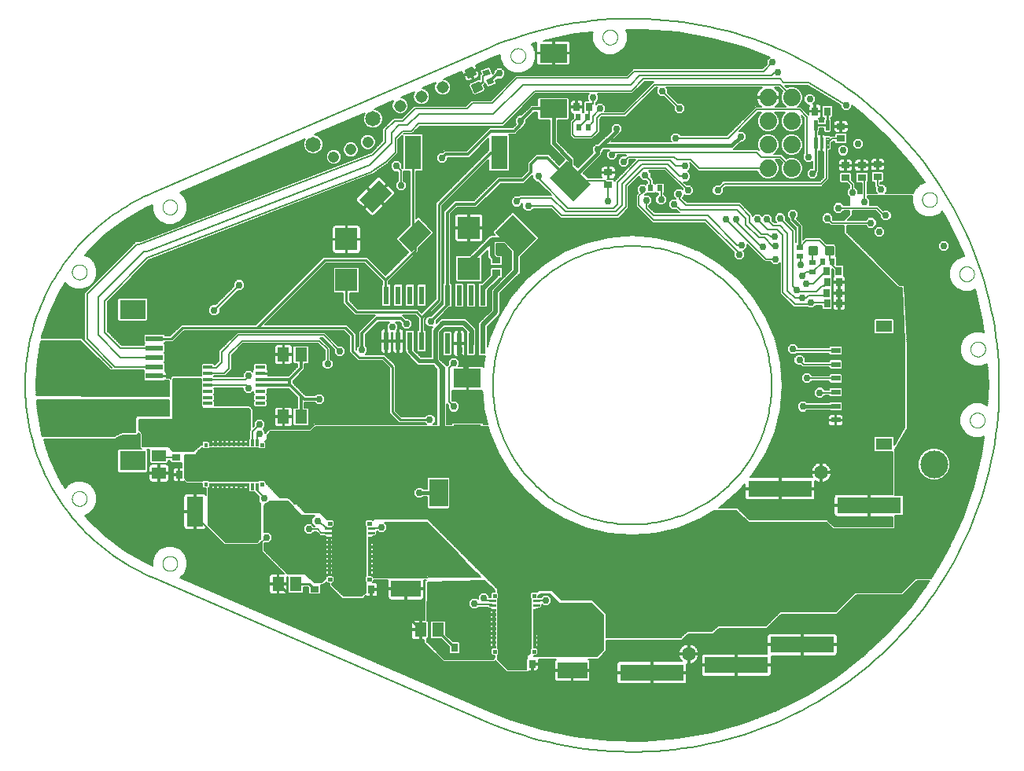
<source format=gtl>
G75*
%MOIN*%
%OFA0B0*%
%FSLAX25Y25*%
%IPPOS*%
%LPD*%
%AMOC8*
5,1,8,0,0,1.08239X$1,22.5*
%
%ADD10C,0.00600*%
%ADD11C,0.00000*%
%ADD12R,0.02200X0.07800*%
%ADD13R,0.07874X0.11811*%
%ADD14R,0.02756X0.03543*%
%ADD15R,0.03543X0.02756*%
%ADD16R,0.11811X0.07874*%
%ADD17R,0.09449X0.09449*%
%ADD18C,0.01181*%
%ADD19R,0.02756X0.02362*%
%ADD20R,0.12598X0.07087*%
%ADD21R,0.02362X0.02756*%
%ADD22R,0.05118X0.05906*%
%ADD23R,0.05906X0.05118*%
%ADD24R,0.07087X0.12598*%
%ADD25R,0.07087X0.14173*%
%ADD26R,0.01477X0.15356*%
%ADD27R,0.01273X0.15380*%
%ADD28C,0.00650*%
%ADD29C,0.00148*%
%ADD30C,0.00221*%
%ADD31R,0.15356X0.01477*%
%ADD32R,0.15380X0.01273*%
%ADD33C,0.05937*%
%ADD34R,0.11024X0.08268*%
%ADD35R,0.07480X0.02362*%
%ADD36C,0.00394*%
%ADD37C,0.07400*%
%ADD38R,0.27165X0.07087*%
%ADD39C,0.04756*%
%ADD40C,0.06496*%
%ADD41C,0.05150*%
%ADD42R,0.03937X0.01378*%
%ADD43R,0.03937X0.02362*%
%ADD44R,0.07087X0.04921*%
%ADD45R,0.02362X0.08661*%
%ADD46R,0.10630X0.14173*%
%ADD47C,0.01200*%
%ADD48C,0.02978*%
%ADD49C,0.01600*%
%ADD50C,0.02400*%
%ADD51C,0.02000*%
%ADD52C,0.11811*%
%ADD53C,0.01000*%
%ADD54C,0.00800*%
%ADD55C,0.00787*%
D10*
X0097818Y0076432D02*
X0123697Y0076432D01*
X0123697Y0075834D02*
X0099203Y0075834D01*
X0100588Y0075235D02*
X0123873Y0075235D01*
X0123957Y0075090D02*
X0124199Y0074848D01*
X0124495Y0074677D01*
X0124826Y0074588D01*
X0127256Y0074588D01*
X0127256Y0078541D01*
X0127856Y0078541D01*
X0127856Y0079141D01*
X0131415Y0079141D01*
X0131415Y0081965D01*
X0131408Y0081990D01*
X0131577Y0081990D01*
X0131577Y0075515D01*
X0132104Y0074988D01*
X0137968Y0074988D01*
X0138495Y0075515D01*
X0138495Y0077441D01*
X0140187Y0077441D01*
X0140282Y0077346D01*
X0140282Y0074904D01*
X0140809Y0074376D01*
X0145098Y0074376D01*
X0145625Y0074904D01*
X0145625Y0078405D01*
X0145584Y0078446D01*
X0146679Y0078446D01*
X0147382Y0079149D01*
X0147883Y0079651D01*
X0148366Y0079168D01*
X0149313Y0079168D01*
X0149313Y0077968D01*
X0154037Y0073244D01*
X0154740Y0072541D01*
X0163608Y0072541D01*
X0164838Y0073771D01*
X0164962Y0073647D01*
X0165258Y0073476D01*
X0165589Y0073387D01*
X0166838Y0073387D01*
X0166838Y0076159D01*
X0167438Y0076159D01*
X0167438Y0076759D01*
X0169816Y0076759D01*
X0169816Y0078402D01*
X0169727Y0078732D01*
X0169556Y0079029D01*
X0169314Y0079271D01*
X0169018Y0079442D01*
X0168687Y0079531D01*
X0167691Y0079531D01*
X0167920Y0079760D01*
X0167920Y0080429D01*
X0174162Y0080481D01*
X0174162Y0077096D01*
X0181461Y0077096D01*
X0181461Y0076496D01*
X0174162Y0076496D01*
X0174162Y0073082D01*
X0174251Y0072751D01*
X0174422Y0072455D01*
X0174664Y0072213D01*
X0174960Y0072041D01*
X0175291Y0071953D01*
X0181461Y0071953D01*
X0181461Y0076496D01*
X0182061Y0076496D01*
X0182061Y0071953D01*
X0188232Y0071953D01*
X0188562Y0072041D01*
X0188859Y0072213D01*
X0189101Y0072455D01*
X0189272Y0072751D01*
X0189361Y0073082D01*
X0189361Y0076496D01*
X0182061Y0076496D01*
X0182061Y0077096D01*
X0189361Y0077096D01*
X0189361Y0080511D01*
X0189335Y0080607D01*
X0190332Y0080616D01*
X0190215Y0080495D01*
X0189872Y0080162D01*
X0189871Y0080140D01*
X0189856Y0080124D01*
X0189864Y0079646D01*
X0189614Y0063672D01*
X0188217Y0063672D01*
X0188217Y0059719D01*
X0187617Y0059719D01*
X0187617Y0059119D01*
X0184058Y0059119D01*
X0184058Y0056295D01*
X0184147Y0055964D01*
X0184318Y0055668D01*
X0184560Y0055426D01*
X0184856Y0055255D01*
X0185187Y0055166D01*
X0187617Y0055166D01*
X0187617Y0059119D01*
X0188217Y0059119D01*
X0188217Y0055166D01*
X0189481Y0055166D01*
X0189478Y0054954D01*
X0189470Y0054947D01*
X0189470Y0054459D01*
X0189462Y0053971D01*
X0189470Y0053963D01*
X0189470Y0053953D01*
X0189815Y0053608D01*
X0190154Y0053258D01*
X0190165Y0053257D01*
X0196950Y0046472D01*
X0197653Y0045769D01*
X0219120Y0045769D01*
X0219607Y0046256D01*
X0223722Y0042142D01*
X0224425Y0041439D01*
X0233293Y0041439D01*
X0233766Y0041912D01*
X0233795Y0041904D01*
X0235044Y0041904D01*
X0235044Y0044676D01*
X0235644Y0044676D01*
X0235644Y0045276D01*
X0238022Y0045276D01*
X0238022Y0046918D01*
X0238013Y0046950D01*
X0245352Y0046950D01*
X0245130Y0046822D01*
X0244888Y0046580D01*
X0244717Y0046284D01*
X0244628Y0045953D01*
X0244628Y0042539D01*
X0251928Y0042539D01*
X0251928Y0041939D01*
X0252528Y0041939D01*
X0252528Y0042539D01*
X0259827Y0042539D01*
X0259827Y0045953D01*
X0259738Y0046284D01*
X0259567Y0046580D01*
X0259325Y0046822D01*
X0259103Y0046950D01*
X0263214Y0046950D01*
X0266673Y0050409D01*
X0266673Y0054824D01*
X0298647Y0054824D01*
X0301403Y0057580D01*
X0312033Y0057580D01*
X0314395Y0059943D01*
X0334868Y0059943D01*
X0340773Y0065848D01*
X0364395Y0065848D01*
X0372663Y0074116D01*
X0392348Y0074116D01*
X0398254Y0080021D01*
X0403607Y0080021D01*
X0395643Y0068990D01*
X0386056Y0058094D01*
X0375467Y0048169D01*
X0363974Y0039307D01*
X0351683Y0031590D01*
X0338707Y0025090D01*
X0325167Y0019866D01*
X0311187Y0015967D01*
X0296898Y0013428D01*
X0282431Y0012274D01*
X0267920Y0012515D01*
X0253499Y0014149D01*
X0239302Y0017160D01*
X0225460Y0021521D01*
X0218715Y0024195D01*
X0086173Y0081464D01*
X0088009Y0083301D01*
X0089143Y0086039D01*
X0089143Y0089002D01*
X0088009Y0091740D01*
X0085914Y0093836D01*
X0083176Y0094970D01*
X0080212Y0094970D01*
X0077474Y0093836D01*
X0075378Y0091740D01*
X0074244Y0089002D01*
X0074244Y0086669D01*
X0071868Y0087747D01*
X0062849Y0092898D01*
X0054535Y0099123D01*
X0047052Y0106327D01*
X0045703Y0107992D01*
X0047567Y0108764D01*
X0049663Y0110860D01*
X0050797Y0113598D01*
X0050797Y0116561D01*
X0049663Y0119299D01*
X0047567Y0121395D01*
X0044829Y0122529D01*
X0041865Y0122529D01*
X0039127Y0121395D01*
X0037299Y0119566D01*
X0035026Y0123216D01*
X0030667Y0132643D01*
X0028233Y0140257D01*
X0057770Y0140257D01*
X0058026Y0140159D01*
X0058248Y0140257D01*
X0058490Y0140257D01*
X0058684Y0140451D01*
X0061791Y0141832D01*
X0067545Y0141832D01*
X0068248Y0142535D01*
X0068248Y0142891D01*
X0068998Y0142142D01*
X0068998Y0136630D01*
X0069569Y0136058D01*
X0060061Y0136058D01*
X0059534Y0135531D01*
X0059534Y0126518D01*
X0060061Y0125991D01*
X0071830Y0125991D01*
X0072357Y0126518D01*
X0072357Y0135531D01*
X0071962Y0135927D01*
X0073202Y0135927D01*
X0073202Y0130409D01*
X0073730Y0129882D01*
X0080381Y0129882D01*
X0080908Y0130409D01*
X0080908Y0131320D01*
X0081817Y0131320D01*
X0081817Y0130770D01*
X0082345Y0130243D01*
X0086633Y0130243D01*
X0086714Y0130323D01*
X0086714Y0128342D01*
X0085868Y0128342D01*
X0085868Y0125570D01*
X0085268Y0125570D01*
X0085268Y0128342D01*
X0084019Y0128342D01*
X0083688Y0128253D01*
X0083392Y0128082D01*
X0083150Y0127840D01*
X0082978Y0127544D01*
X0082890Y0127213D01*
X0082890Y0125570D01*
X0085268Y0125570D01*
X0085268Y0124970D01*
X0085868Y0124970D01*
X0085868Y0122198D01*
X0087117Y0122198D01*
X0087447Y0122287D01*
X0087589Y0122369D01*
X0087895Y0122063D01*
X0088598Y0121360D01*
X0095222Y0121360D01*
X0095222Y0120011D01*
X0095814Y0119419D01*
X0096950Y0119419D01*
X0096950Y0116607D01*
X0096709Y0116848D01*
X0096413Y0117019D01*
X0096082Y0117108D01*
X0092668Y0117108D01*
X0092668Y0109809D01*
X0092068Y0109809D01*
X0092068Y0117108D01*
X0088653Y0117108D01*
X0088323Y0117019D01*
X0088026Y0116848D01*
X0087784Y0116606D01*
X0087613Y0116310D01*
X0087524Y0115979D01*
X0087524Y0109809D01*
X0092068Y0109809D01*
X0092068Y0109209D01*
X0092668Y0109209D01*
X0092668Y0101909D01*
X0096082Y0101909D01*
X0096413Y0101998D01*
X0096709Y0102169D01*
X0096951Y0102411D01*
X0097122Y0102708D01*
X0097183Y0102933D01*
X0097653Y0102462D01*
X0097653Y0102462D01*
X0104037Y0096079D01*
X0104740Y0095376D01*
X0119120Y0095376D01*
X0120572Y0096828D01*
X0120572Y0092535D01*
X0121275Y0091832D01*
X0130014Y0083094D01*
X0127856Y0083094D01*
X0127856Y0079141D01*
X0127256Y0079141D01*
X0127256Y0083094D01*
X0124826Y0083094D01*
X0124495Y0083005D01*
X0124199Y0082834D01*
X0123957Y0082592D01*
X0123785Y0082295D01*
X0123697Y0081965D01*
X0123697Y0079141D01*
X0127256Y0079141D01*
X0127256Y0078541D01*
X0123697Y0078541D01*
X0123697Y0075717D01*
X0123785Y0075386D01*
X0123957Y0075090D01*
X0124644Y0074637D02*
X0101973Y0074637D01*
X0103359Y0074038D02*
X0153243Y0074038D01*
X0153841Y0073440D02*
X0104744Y0073440D01*
X0106129Y0072841D02*
X0154440Y0072841D01*
X0155237Y0073741D02*
X0150513Y0078465D01*
X0150513Y0079168D01*
X0150675Y0079168D01*
X0151267Y0079760D01*
X0151267Y0081852D01*
X0150873Y0082246D01*
X0150873Y0099396D01*
X0150711Y0099558D01*
X0150873Y0099721D01*
X0150873Y0101364D01*
X0150711Y0101527D01*
X0150873Y0101689D01*
X0150873Y0103091D01*
X0151267Y0103485D01*
X0151267Y0105577D01*
X0150675Y0106169D01*
X0148400Y0106169D01*
X0145394Y0109174D01*
X0144336Y0109174D01*
X0144317Y0109193D01*
X0139076Y0109193D01*
X0135552Y0112717D01*
X0134765Y0112717D01*
X0132009Y0115473D01*
X0128465Y0115473D01*
X0122222Y0121716D01*
X0122222Y0122320D01*
X0121630Y0122912D01*
X0119538Y0122912D01*
X0119186Y0122560D01*
X0115595Y0122560D01*
X0115577Y0122579D01*
X0098239Y0122579D01*
X0097906Y0122912D01*
X0095814Y0122912D01*
X0095462Y0122560D01*
X0089095Y0122560D01*
X0087914Y0123741D01*
X0087914Y0133583D01*
X0092639Y0133583D01*
X0093426Y0134371D01*
X0093426Y0134765D01*
X0095274Y0136612D01*
X0095814Y0136072D01*
X0097906Y0136072D01*
X0098300Y0136466D01*
X0115449Y0136466D01*
X0115612Y0136629D01*
X0115774Y0136466D01*
X0117418Y0136466D01*
X0117580Y0136629D01*
X0117743Y0136466D01*
X0119144Y0136466D01*
X0119538Y0136072D01*
X0121630Y0136072D01*
X0122222Y0136665D01*
X0122222Y0138973D01*
X0121936Y0139259D01*
X0122954Y0140276D01*
X0122954Y0141851D01*
X0124528Y0143426D01*
X0141457Y0143426D01*
X0143426Y0145394D01*
X0216669Y0145394D01*
X0217138Y0143441D01*
X0217138Y0143441D01*
X0220961Y0134212D01*
X0226180Y0125695D01*
X0232667Y0118100D01*
X0240262Y0111613D01*
X0240262Y0111613D01*
X0248779Y0106394D01*
X0248779Y0106394D01*
X0258007Y0102571D01*
X0267720Y0100240D01*
X0277678Y0099456D01*
X0287636Y0100240D01*
X0297348Y0102571D01*
X0297348Y0102571D01*
X0306577Y0106394D01*
X0312398Y0109961D01*
X0321772Y0109961D01*
X0326891Y0104843D01*
X0359961Y0104843D01*
X0362717Y0102087D01*
X0415532Y0102087D01*
X0411464Y0093285D01*
X0404410Y0081221D01*
X0397757Y0081221D01*
X0391851Y0075316D01*
X0372166Y0075316D01*
X0363898Y0067048D01*
X0340276Y0067048D01*
X0334371Y0061143D01*
X0313898Y0061143D01*
X0311536Y0058780D01*
X0300906Y0058780D01*
X0298150Y0056024D01*
X0266673Y0056024D01*
X0266673Y0065970D01*
X0266654Y0065989D01*
X0266654Y0066261D01*
X0260749Y0072166D01*
X0247757Y0072166D01*
X0243820Y0076103D01*
X0237914Y0076103D01*
X0237260Y0075449D01*
X0237187Y0075522D01*
X0234879Y0075522D01*
X0234287Y0074930D01*
X0234287Y0072837D01*
X0234680Y0072444D01*
X0234680Y0071042D01*
X0234746Y0070977D01*
X0234746Y0070782D01*
X0234680Y0070717D01*
X0234680Y0069074D01*
X0234746Y0069008D01*
X0234746Y0068814D01*
X0234680Y0068748D01*
X0234680Y0067105D01*
X0234746Y0067040D01*
X0234746Y0066845D01*
X0234680Y0066780D01*
X0234680Y0065137D01*
X0234746Y0065071D01*
X0234746Y0064877D01*
X0234680Y0064811D01*
X0234680Y0063168D01*
X0234746Y0063103D01*
X0234746Y0062908D01*
X0234680Y0062843D01*
X0234680Y0061200D01*
X0234746Y0061134D01*
X0234746Y0060940D01*
X0234680Y0060874D01*
X0234680Y0059231D01*
X0234746Y0059166D01*
X0234746Y0058971D01*
X0234680Y0058906D01*
X0234680Y0057263D01*
X0234746Y0057197D01*
X0234746Y0057003D01*
X0234680Y0056937D01*
X0234680Y0055294D01*
X0234746Y0055229D01*
X0234746Y0055034D01*
X0234680Y0054969D01*
X0234680Y0053326D01*
X0234746Y0053260D01*
X0234746Y0053066D01*
X0234680Y0053000D01*
X0234680Y0051599D01*
X0234287Y0051205D01*
X0234287Y0049641D01*
X0233190Y0048544D01*
X0233190Y0047363D01*
X0232796Y0046969D01*
X0232796Y0042639D01*
X0224922Y0042639D01*
X0220591Y0046969D01*
X0220591Y0047241D01*
X0220610Y0047260D01*
X0220610Y0048597D01*
X0221126Y0049113D01*
X0221126Y0051205D01*
X0220732Y0051599D01*
X0220732Y0068748D01*
X0220610Y0068870D01*
X0220610Y0068952D01*
X0220732Y0069074D01*
X0220732Y0070717D01*
X0220610Y0070839D01*
X0220610Y0070920D01*
X0220732Y0071042D01*
X0220732Y0072444D01*
X0221126Y0072837D01*
X0221126Y0074930D01*
X0220610Y0075445D01*
X0220610Y0075639D01*
X0220633Y0075664D01*
X0220610Y0076132D01*
X0220610Y0076600D01*
X0220591Y0076619D01*
X0220591Y0076891D01*
X0191064Y0106418D01*
X0168229Y0106418D01*
X0167654Y0105843D01*
X0167328Y0106169D01*
X0165020Y0106169D01*
X0164428Y0105577D01*
X0164428Y0103485D01*
X0164821Y0103091D01*
X0164821Y0103010D01*
X0164686Y0102875D01*
X0164686Y0099045D01*
X0164656Y0099013D01*
X0164656Y0099013D01*
X0164655Y0099012D01*
X0164667Y0098515D01*
X0164686Y0097718D01*
X0164686Y0082111D01*
X0164428Y0081852D01*
X0164428Y0079760D01*
X0164686Y0079502D01*
X0164686Y0075316D01*
X0163111Y0073741D01*
X0155237Y0073741D01*
X0154940Y0074038D02*
X0163408Y0074038D01*
X0164007Y0074637D02*
X0154341Y0074637D01*
X0153743Y0075235D02*
X0164605Y0075235D01*
X0164686Y0075834D02*
X0153144Y0075834D01*
X0152546Y0076432D02*
X0164686Y0076432D01*
X0164686Y0077031D02*
X0151947Y0077031D01*
X0151349Y0077629D02*
X0164686Y0077629D01*
X0164686Y0078228D02*
X0150750Y0078228D01*
X0150513Y0078826D02*
X0164686Y0078826D01*
X0164686Y0079425D02*
X0150932Y0079425D01*
X0151267Y0080023D02*
X0164428Y0080023D01*
X0164428Y0080622D02*
X0151267Y0080622D01*
X0151267Y0081220D02*
X0164428Y0081220D01*
X0164428Y0081819D02*
X0151267Y0081819D01*
X0150873Y0082417D02*
X0164686Y0082417D01*
X0164686Y0083016D02*
X0150873Y0083016D01*
X0150873Y0083614D02*
X0164686Y0083614D01*
X0164686Y0084213D02*
X0150873Y0084213D01*
X0150873Y0084811D02*
X0164686Y0084811D01*
X0164686Y0085410D02*
X0150873Y0085410D01*
X0150873Y0086009D02*
X0164686Y0086009D01*
X0164686Y0086607D02*
X0150873Y0086607D01*
X0150873Y0087206D02*
X0164686Y0087206D01*
X0164686Y0087804D02*
X0150873Y0087804D01*
X0150873Y0088403D02*
X0164686Y0088403D01*
X0164686Y0089001D02*
X0150873Y0089001D01*
X0150873Y0089600D02*
X0164686Y0089600D01*
X0164686Y0090198D02*
X0150873Y0090198D01*
X0150873Y0090797D02*
X0164686Y0090797D01*
X0164686Y0091395D02*
X0150873Y0091395D01*
X0150873Y0091994D02*
X0164686Y0091994D01*
X0164686Y0092592D02*
X0150873Y0092592D01*
X0150873Y0093191D02*
X0164686Y0093191D01*
X0164686Y0093789D02*
X0150873Y0093789D01*
X0150873Y0094388D02*
X0164686Y0094388D01*
X0164686Y0094986D02*
X0150873Y0094986D01*
X0150873Y0095585D02*
X0164686Y0095585D01*
X0164686Y0096183D02*
X0150873Y0096183D01*
X0150873Y0096782D02*
X0164686Y0096782D01*
X0164686Y0097380D02*
X0150873Y0097380D01*
X0150873Y0097979D02*
X0164680Y0097979D01*
X0164666Y0098577D02*
X0150873Y0098577D01*
X0150873Y0099176D02*
X0164686Y0099176D01*
X0164686Y0099774D02*
X0150873Y0099774D01*
X0150873Y0100373D02*
X0164686Y0100373D01*
X0164686Y0100971D02*
X0150873Y0100971D01*
X0150754Y0101570D02*
X0164686Y0101570D01*
X0164686Y0102168D02*
X0150873Y0102168D01*
X0150873Y0102767D02*
X0164686Y0102767D01*
X0164547Y0103365D02*
X0151148Y0103365D01*
X0151267Y0103964D02*
X0164428Y0103964D01*
X0164428Y0104562D02*
X0151267Y0104562D01*
X0151267Y0105161D02*
X0164428Y0105161D01*
X0164610Y0105759D02*
X0151084Y0105759D01*
X0148211Y0106358D02*
X0168169Y0106358D01*
X0167099Y0102511D02*
X0171015Y0102511D01*
X0171379Y0102875D01*
X0173070Y0104562D02*
X0190951Y0104562D01*
X0190670Y0104843D02*
X0202481Y0093032D01*
X0208780Y0086339D01*
X0213505Y0082009D01*
X0167920Y0081629D01*
X0167920Y0081852D01*
X0167475Y0082297D01*
X0167999Y0082821D01*
X0167999Y0098947D01*
X0167796Y0099150D01*
X0168807Y0099150D01*
X0169377Y0099721D01*
X0169377Y0101311D01*
X0169564Y0101311D01*
X0170389Y0100486D01*
X0172368Y0100486D01*
X0173768Y0101885D01*
X0173768Y0103864D01*
X0172789Y0104843D01*
X0190670Y0104843D01*
X0191550Y0103964D02*
X0173668Y0103964D01*
X0173768Y0103365D02*
X0192148Y0103365D01*
X0192747Y0102767D02*
X0173768Y0102767D01*
X0173768Y0102168D02*
X0193345Y0102168D01*
X0193944Y0101570D02*
X0173452Y0101570D01*
X0172854Y0100971D02*
X0194542Y0100971D01*
X0195141Y0100373D02*
X0169377Y0100373D01*
X0169377Y0100971D02*
X0169904Y0100971D01*
X0169377Y0099774D02*
X0195739Y0099774D01*
X0196338Y0099176D02*
X0168832Y0099176D01*
X0167999Y0098577D02*
X0196936Y0098577D01*
X0197535Y0097979D02*
X0167999Y0097979D01*
X0167999Y0097380D02*
X0198133Y0097380D01*
X0198732Y0096782D02*
X0167999Y0096782D01*
X0167999Y0096183D02*
X0199330Y0096183D01*
X0199929Y0095585D02*
X0167999Y0095585D01*
X0167999Y0094986D02*
X0200527Y0094986D01*
X0201126Y0094388D02*
X0167999Y0094388D01*
X0167999Y0093789D02*
X0201724Y0093789D01*
X0202323Y0093191D02*
X0167999Y0093191D01*
X0167999Y0092592D02*
X0202895Y0092592D01*
X0203459Y0091994D02*
X0167999Y0091994D01*
X0167999Y0091395D02*
X0204022Y0091395D01*
X0204585Y0090797D02*
X0167999Y0090797D01*
X0167999Y0090198D02*
X0205149Y0090198D01*
X0205712Y0089600D02*
X0167999Y0089600D01*
X0167999Y0089001D02*
X0206275Y0089001D01*
X0206838Y0088403D02*
X0167999Y0088403D01*
X0167999Y0087804D02*
X0207402Y0087804D01*
X0207965Y0087206D02*
X0167999Y0087206D01*
X0167999Y0086607D02*
X0208528Y0086607D01*
X0209141Y0086009D02*
X0167999Y0086009D01*
X0167999Y0085410D02*
X0209794Y0085410D01*
X0210447Y0084811D02*
X0167999Y0084811D01*
X0167999Y0084213D02*
X0211100Y0084213D01*
X0211753Y0083614D02*
X0167999Y0083614D01*
X0167999Y0083016D02*
X0212406Y0083016D01*
X0213059Y0082417D02*
X0167595Y0082417D01*
X0167920Y0081819D02*
X0190736Y0081819D01*
X0189857Y0080023D02*
X0189361Y0080023D01*
X0189361Y0079425D02*
X0189860Y0079425D01*
X0189851Y0078826D02*
X0189361Y0078826D01*
X0189361Y0078228D02*
X0189841Y0078228D01*
X0189832Y0077629D02*
X0189361Y0077629D01*
X0189823Y0077031D02*
X0182061Y0077031D01*
X0182061Y0076432D02*
X0181461Y0076432D01*
X0181461Y0075834D02*
X0182061Y0075834D01*
X0182061Y0075235D02*
X0181461Y0075235D01*
X0181461Y0074637D02*
X0182061Y0074637D01*
X0182061Y0074038D02*
X0181461Y0074038D01*
X0181461Y0073440D02*
X0182061Y0073440D01*
X0182061Y0072841D02*
X0181461Y0072841D01*
X0181461Y0072243D02*
X0182061Y0072243D01*
X0174634Y0072243D02*
X0107514Y0072243D01*
X0108899Y0071644D02*
X0189739Y0071644D01*
X0189729Y0071046D02*
X0110284Y0071046D01*
X0111670Y0070447D02*
X0189720Y0070447D01*
X0189711Y0069849D02*
X0113055Y0069849D01*
X0114440Y0069250D02*
X0189701Y0069250D01*
X0189692Y0068652D02*
X0115825Y0068652D01*
X0117210Y0068053D02*
X0189683Y0068053D01*
X0189673Y0067455D02*
X0118595Y0067455D01*
X0119981Y0066856D02*
X0189664Y0066856D01*
X0189654Y0066258D02*
X0121366Y0066258D01*
X0122751Y0065659D02*
X0189645Y0065659D01*
X0189636Y0065061D02*
X0124136Y0065061D01*
X0125521Y0064462D02*
X0189626Y0064462D01*
X0189617Y0063864D02*
X0126907Y0063864D01*
X0128292Y0063265D02*
X0184413Y0063265D01*
X0184318Y0063170D02*
X0184147Y0062873D01*
X0184058Y0062543D01*
X0184058Y0059719D01*
X0187617Y0059719D01*
X0187617Y0063672D01*
X0185187Y0063672D01*
X0184856Y0063583D01*
X0184560Y0063412D01*
X0184318Y0063170D01*
X0184091Y0062667D02*
X0129677Y0062667D01*
X0131062Y0062068D02*
X0184058Y0062068D01*
X0184058Y0061470D02*
X0132447Y0061470D01*
X0133832Y0060871D02*
X0184058Y0060871D01*
X0184058Y0060273D02*
X0135218Y0060273D01*
X0136603Y0059674D02*
X0187617Y0059674D01*
X0187617Y0059075D02*
X0188217Y0059075D01*
X0188217Y0058477D02*
X0187617Y0058477D01*
X0187617Y0057878D02*
X0188217Y0057878D01*
X0188217Y0057280D02*
X0187617Y0057280D01*
X0187617Y0056681D02*
X0188217Y0056681D01*
X0188217Y0056083D02*
X0187617Y0056083D01*
X0187617Y0055484D02*
X0188217Y0055484D01*
X0189470Y0054886D02*
X0147684Y0054886D01*
X0146299Y0055484D02*
X0184502Y0055484D01*
X0184115Y0056083D02*
X0144914Y0056083D01*
X0143529Y0056681D02*
X0184058Y0056681D01*
X0184058Y0057280D02*
X0142144Y0057280D01*
X0140758Y0057878D02*
X0184058Y0057878D01*
X0184058Y0058477D02*
X0139373Y0058477D01*
X0137988Y0059075D02*
X0184058Y0059075D01*
X0187617Y0060273D02*
X0188217Y0060273D01*
X0188217Y0060871D02*
X0187617Y0060871D01*
X0187617Y0061470D02*
X0188217Y0061470D01*
X0188217Y0062068D02*
X0187617Y0062068D01*
X0187617Y0062667D02*
X0188217Y0062667D01*
X0188217Y0063265D02*
X0187617Y0063265D01*
X0190808Y0063272D02*
X0191064Y0079646D01*
X0215080Y0080040D01*
X0219410Y0076103D01*
X0219410Y0075522D01*
X0218225Y0075522D01*
X0217633Y0074930D01*
X0217633Y0073256D01*
X0217075Y0073256D01*
X0217075Y0073943D01*
X0215675Y0075343D01*
X0213696Y0075343D01*
X0212297Y0073943D01*
X0212297Y0072422D01*
X0211738Y0072980D01*
X0209759Y0072980D01*
X0208360Y0071581D01*
X0208360Y0069602D01*
X0209759Y0068202D01*
X0211738Y0068202D01*
X0212534Y0068998D01*
X0216252Y0068998D01*
X0216747Y0068503D01*
X0217659Y0068503D01*
X0217455Y0068300D01*
X0217455Y0052198D01*
X0217982Y0051670D01*
X0218098Y0051670D01*
X0217633Y0051205D01*
X0217633Y0049113D01*
X0218225Y0048521D01*
X0219410Y0048521D01*
X0219410Y0047757D01*
X0218623Y0046969D01*
X0198150Y0046969D01*
X0190670Y0054450D01*
X0190688Y0055566D01*
X0190849Y0055566D01*
X0191376Y0056093D01*
X0191376Y0062744D01*
X0190849Y0063272D01*
X0190808Y0063272D01*
X0190856Y0063265D02*
X0192459Y0063265D01*
X0192466Y0063272D02*
X0191939Y0062744D01*
X0191939Y0056093D01*
X0192466Y0055566D01*
X0196668Y0055566D01*
X0200164Y0052070D01*
X0200164Y0049628D01*
X0200691Y0049101D01*
X0204192Y0049101D01*
X0204720Y0049628D01*
X0204720Y0053917D01*
X0204192Y0054444D01*
X0201750Y0054444D01*
X0198857Y0057337D01*
X0198857Y0062744D01*
X0198329Y0063272D01*
X0192466Y0063272D01*
X0191939Y0062667D02*
X0191376Y0062667D01*
X0191376Y0062068D02*
X0191939Y0062068D01*
X0191939Y0061470D02*
X0191376Y0061470D01*
X0191376Y0060871D02*
X0191939Y0060871D01*
X0191939Y0060273D02*
X0191376Y0060273D01*
X0191376Y0059674D02*
X0191939Y0059674D01*
X0191939Y0059075D02*
X0191376Y0059075D01*
X0191376Y0058477D02*
X0191939Y0058477D01*
X0191939Y0057878D02*
X0191376Y0057878D01*
X0191376Y0057280D02*
X0191939Y0057280D01*
X0191939Y0056681D02*
X0191376Y0056681D01*
X0191366Y0056083D02*
X0191949Y0056083D01*
X0190686Y0055484D02*
X0196750Y0055484D01*
X0197348Y0054886D02*
X0190677Y0054886D01*
X0190832Y0054287D02*
X0197947Y0054287D01*
X0198545Y0053689D02*
X0191431Y0053689D01*
X0192029Y0053090D02*
X0199144Y0053090D01*
X0199742Y0052492D02*
X0192628Y0052492D01*
X0193226Y0051893D02*
X0200164Y0051893D01*
X0200164Y0051295D02*
X0193825Y0051295D01*
X0194423Y0050696D02*
X0200164Y0050696D01*
X0200164Y0050098D02*
X0195022Y0050098D01*
X0195620Y0049499D02*
X0200292Y0049499D01*
X0198014Y0047105D02*
X0218759Y0047105D01*
X0219357Y0047704D02*
X0197416Y0047704D01*
X0196817Y0048302D02*
X0219410Y0048302D01*
X0220610Y0048302D02*
X0233190Y0048302D01*
X0233190Y0047704D02*
X0220610Y0047704D01*
X0220591Y0047105D02*
X0232932Y0047105D01*
X0232796Y0046507D02*
X0221054Y0046507D01*
X0221652Y0045908D02*
X0232796Y0045908D01*
X0232796Y0045310D02*
X0222251Y0045310D01*
X0222849Y0044711D02*
X0232796Y0044711D01*
X0232796Y0044113D02*
X0223448Y0044113D01*
X0224046Y0043514D02*
X0232796Y0043514D01*
X0232796Y0042916D02*
X0224645Y0042916D01*
X0223546Y0042317D02*
X0176773Y0042317D01*
X0178158Y0041719D02*
X0224145Y0041719D01*
X0222948Y0042916D02*
X0175388Y0042916D01*
X0174003Y0043514D02*
X0222349Y0043514D01*
X0221751Y0044113D02*
X0172617Y0044113D01*
X0171232Y0044711D02*
X0221152Y0044711D01*
X0220554Y0045310D02*
X0169847Y0045310D01*
X0168462Y0045908D02*
X0197514Y0045908D01*
X0196916Y0046507D02*
X0167077Y0046507D01*
X0165692Y0047105D02*
X0196317Y0047105D01*
X0195719Y0047704D02*
X0164306Y0047704D01*
X0162921Y0048302D02*
X0195120Y0048302D01*
X0194522Y0048901D02*
X0161536Y0048901D01*
X0160151Y0049499D02*
X0193923Y0049499D01*
X0193325Y0050098D02*
X0158766Y0050098D01*
X0157380Y0050696D02*
X0192726Y0050696D01*
X0192128Y0051295D02*
X0155995Y0051295D01*
X0154610Y0051893D02*
X0191529Y0051893D01*
X0190931Y0052492D02*
X0153225Y0052492D01*
X0151840Y0053090D02*
X0190332Y0053090D01*
X0189734Y0053689D02*
X0150455Y0053689D01*
X0149069Y0054287D02*
X0189467Y0054287D01*
X0195398Y0058817D02*
X0195398Y0059419D01*
X0198857Y0059674D02*
X0217455Y0059674D01*
X0217455Y0059075D02*
X0198857Y0059075D01*
X0198857Y0058477D02*
X0217455Y0058477D01*
X0217455Y0057878D02*
X0198857Y0057878D01*
X0198914Y0057280D02*
X0217455Y0057280D01*
X0217455Y0056681D02*
X0199513Y0056681D01*
X0200111Y0056083D02*
X0217455Y0056083D01*
X0217455Y0055484D02*
X0200710Y0055484D01*
X0201308Y0054886D02*
X0217455Y0054886D01*
X0217455Y0054287D02*
X0204349Y0054287D01*
X0204720Y0053689D02*
X0217455Y0053689D01*
X0217455Y0053090D02*
X0204720Y0053090D01*
X0204720Y0052492D02*
X0217455Y0052492D01*
X0217759Y0051893D02*
X0204720Y0051893D01*
X0204720Y0051295D02*
X0217723Y0051295D01*
X0217633Y0050696D02*
X0204720Y0050696D01*
X0204720Y0050098D02*
X0217633Y0050098D01*
X0217633Y0049499D02*
X0204591Y0049499D01*
X0196219Y0048901D02*
X0217845Y0048901D01*
X0220914Y0048901D02*
X0233546Y0048901D01*
X0234145Y0049499D02*
X0221126Y0049499D01*
X0221126Y0050098D02*
X0234287Y0050098D01*
X0234287Y0050696D02*
X0221126Y0050696D01*
X0221036Y0051295D02*
X0234376Y0051295D01*
X0234680Y0051893D02*
X0220732Y0051893D01*
X0220732Y0052492D02*
X0234680Y0052492D01*
X0234746Y0053090D02*
X0220732Y0053090D01*
X0220732Y0053689D02*
X0234680Y0053689D01*
X0234680Y0054287D02*
X0220732Y0054287D01*
X0220732Y0054886D02*
X0234680Y0054886D01*
X0234680Y0055484D02*
X0220732Y0055484D01*
X0220732Y0056083D02*
X0234680Y0056083D01*
X0234680Y0056681D02*
X0220732Y0056681D01*
X0220732Y0057280D02*
X0234680Y0057280D01*
X0234680Y0057878D02*
X0220732Y0057878D01*
X0220732Y0058477D02*
X0234680Y0058477D01*
X0234746Y0059075D02*
X0220732Y0059075D01*
X0220732Y0059674D02*
X0234680Y0059674D01*
X0234680Y0060273D02*
X0220732Y0060273D01*
X0220732Y0060871D02*
X0234680Y0060871D01*
X0234680Y0061470D02*
X0220732Y0061470D01*
X0220732Y0062068D02*
X0234680Y0062068D01*
X0234680Y0062667D02*
X0220732Y0062667D01*
X0220732Y0063265D02*
X0234680Y0063265D01*
X0234680Y0063864D02*
X0220732Y0063864D01*
X0220732Y0064462D02*
X0234680Y0064462D01*
X0234746Y0065061D02*
X0220732Y0065061D01*
X0220732Y0065659D02*
X0234680Y0065659D01*
X0234680Y0066258D02*
X0220732Y0066258D01*
X0220732Y0066856D02*
X0234746Y0066856D01*
X0234680Y0067455D02*
X0220732Y0067455D01*
X0220732Y0068053D02*
X0234680Y0068053D01*
X0234680Y0068652D02*
X0220732Y0068652D01*
X0220732Y0069250D02*
X0234680Y0069250D01*
X0234680Y0069849D02*
X0220732Y0069849D01*
X0220732Y0070447D02*
X0234680Y0070447D01*
X0234680Y0071046D02*
X0220732Y0071046D01*
X0220732Y0071644D02*
X0234680Y0071644D01*
X0234680Y0072243D02*
X0220732Y0072243D01*
X0221126Y0072841D02*
X0234287Y0072841D01*
X0234287Y0073440D02*
X0221126Y0073440D01*
X0221126Y0074038D02*
X0234287Y0074038D01*
X0234287Y0074637D02*
X0221126Y0074637D01*
X0220820Y0075235D02*
X0234592Y0075235D01*
X0237645Y0075834D02*
X0220624Y0075834D01*
X0220610Y0076432D02*
X0392968Y0076432D01*
X0392369Y0075834D02*
X0244089Y0075834D01*
X0244688Y0075235D02*
X0372086Y0075235D01*
X0371487Y0074637D02*
X0245286Y0074637D01*
X0245885Y0074038D02*
X0370889Y0074038D01*
X0370290Y0073440D02*
X0246483Y0073440D01*
X0247082Y0072841D02*
X0369692Y0072841D01*
X0369093Y0072243D02*
X0247680Y0072243D01*
X0246121Y0071046D02*
X0243453Y0071046D01*
X0243453Y0070783D02*
X0243453Y0072762D01*
X0242053Y0074161D01*
X0240074Y0074161D01*
X0238977Y0073064D01*
X0238858Y0073064D01*
X0238666Y0073256D01*
X0237780Y0073256D01*
X0237780Y0073606D01*
X0238702Y0074528D01*
X0242639Y0074528D01*
X0246576Y0070591D01*
X0260355Y0070591D01*
X0265473Y0065473D01*
X0265473Y0050906D01*
X0262717Y0048150D01*
X0235946Y0048150D01*
X0235946Y0048521D01*
X0237187Y0048521D01*
X0237780Y0049113D01*
X0237780Y0051205D01*
X0237334Y0051650D01*
X0237858Y0052174D01*
X0237858Y0068300D01*
X0237655Y0068503D01*
X0238666Y0068503D01*
X0239236Y0069074D01*
X0239236Y0070221D01*
X0240074Y0069383D01*
X0242053Y0069383D01*
X0243453Y0070783D01*
X0243117Y0070447D02*
X0260499Y0070447D01*
X0261098Y0069849D02*
X0242519Y0069849D01*
X0243453Y0071644D02*
X0245523Y0071644D01*
X0244924Y0072243D02*
X0243453Y0072243D01*
X0243373Y0072841D02*
X0244326Y0072841D01*
X0243727Y0073440D02*
X0242775Y0073440D01*
X0243129Y0074038D02*
X0242176Y0074038D01*
X0239951Y0074038D02*
X0238212Y0074038D01*
X0237780Y0073440D02*
X0239353Y0073440D01*
X0240972Y0071864D02*
X0236958Y0071864D01*
X0239236Y0069849D02*
X0239609Y0069849D01*
X0239236Y0069250D02*
X0261696Y0069250D01*
X0262295Y0068652D02*
X0238814Y0068652D01*
X0237858Y0068053D02*
X0262893Y0068053D01*
X0263492Y0067455D02*
X0237858Y0067455D01*
X0237858Y0066856D02*
X0264090Y0066856D01*
X0264689Y0066258D02*
X0237858Y0066258D01*
X0237858Y0065659D02*
X0265287Y0065659D01*
X0265473Y0065061D02*
X0237858Y0065061D01*
X0237858Y0064462D02*
X0265473Y0064462D01*
X0265473Y0063864D02*
X0237858Y0063864D01*
X0237858Y0063265D02*
X0265473Y0063265D01*
X0265473Y0062667D02*
X0237858Y0062667D01*
X0237858Y0062068D02*
X0265473Y0062068D01*
X0265473Y0061470D02*
X0237858Y0061470D01*
X0237858Y0060871D02*
X0265473Y0060871D01*
X0265473Y0060273D02*
X0237858Y0060273D01*
X0237858Y0059674D02*
X0265473Y0059674D01*
X0265473Y0059075D02*
X0237858Y0059075D01*
X0237858Y0058477D02*
X0265473Y0058477D01*
X0265473Y0057878D02*
X0237858Y0057878D01*
X0237858Y0057280D02*
X0265473Y0057280D01*
X0265473Y0056681D02*
X0237858Y0056681D01*
X0237858Y0056083D02*
X0265473Y0056083D01*
X0265473Y0055484D02*
X0237858Y0055484D01*
X0237858Y0054886D02*
X0265473Y0054886D01*
X0265473Y0054287D02*
X0237858Y0054287D01*
X0237858Y0053689D02*
X0265473Y0053689D01*
X0265473Y0053090D02*
X0237858Y0053090D01*
X0237858Y0052492D02*
X0265473Y0052492D01*
X0265473Y0051893D02*
X0237578Y0051893D01*
X0237690Y0051295D02*
X0265473Y0051295D01*
X0265263Y0050696D02*
X0237780Y0050696D01*
X0237780Y0050098D02*
X0264665Y0050098D01*
X0264066Y0049499D02*
X0237780Y0049499D01*
X0237567Y0048901D02*
X0263468Y0048901D01*
X0262869Y0048302D02*
X0235946Y0048302D01*
X0238022Y0046507D02*
X0244846Y0046507D01*
X0244628Y0045908D02*
X0238022Y0045908D01*
X0238022Y0045310D02*
X0244628Y0045310D01*
X0244628Y0044711D02*
X0235644Y0044711D01*
X0235644Y0044676D02*
X0238022Y0044676D01*
X0238022Y0043033D01*
X0237933Y0042702D01*
X0237762Y0042406D01*
X0237520Y0042164D01*
X0237224Y0041993D01*
X0236893Y0041904D01*
X0235644Y0041904D01*
X0235644Y0044676D01*
X0235644Y0044113D02*
X0235044Y0044113D01*
X0235044Y0043514D02*
X0235644Y0043514D01*
X0235644Y0042916D02*
X0235044Y0042916D01*
X0235044Y0042317D02*
X0235644Y0042317D01*
X0237674Y0042317D02*
X0251928Y0042317D01*
X0252228Y0042239D02*
X0260743Y0042239D01*
X0264292Y0045788D01*
X0263369Y0047105D02*
X0297839Y0047105D01*
X0297925Y0046937D02*
X0298320Y0046393D01*
X0298609Y0046104D01*
X0286246Y0046104D01*
X0286246Y0041561D01*
X0300828Y0041561D01*
X0300828Y0044971D01*
X0301240Y0044906D01*
X0301276Y0044905D01*
X0301276Y0048874D01*
X0301876Y0048874D01*
X0301876Y0049474D01*
X0305844Y0049474D01*
X0305844Y0049510D01*
X0305739Y0050174D01*
X0305531Y0050813D01*
X0305226Y0051411D01*
X0304831Y0051955D01*
X0304356Y0052430D01*
X0303813Y0052825D01*
X0303214Y0053130D01*
X0302575Y0053337D01*
X0301912Y0053443D01*
X0301876Y0053443D01*
X0301876Y0049474D01*
X0301276Y0049474D01*
X0301276Y0053443D01*
X0301240Y0053443D01*
X0300576Y0053337D01*
X0299937Y0053130D01*
X0299338Y0052825D01*
X0298795Y0052430D01*
X0298320Y0051955D01*
X0297925Y0051411D01*
X0297620Y0050813D01*
X0297412Y0050174D01*
X0297307Y0049510D01*
X0297307Y0049474D01*
X0301276Y0049474D01*
X0301276Y0048874D01*
X0297307Y0048874D01*
X0297307Y0048838D01*
X0297412Y0048174D01*
X0297620Y0047535D01*
X0297925Y0046937D01*
X0298237Y0046507D02*
X0259609Y0046507D01*
X0259827Y0045908D02*
X0271676Y0045908D01*
X0271565Y0045844D02*
X0271323Y0045602D01*
X0271152Y0045306D01*
X0271063Y0044975D01*
X0271063Y0041561D01*
X0285646Y0041561D01*
X0285646Y0046104D01*
X0272192Y0046104D01*
X0271861Y0046015D01*
X0271565Y0045844D01*
X0271154Y0045310D02*
X0259827Y0045310D01*
X0259827Y0044711D02*
X0271063Y0044711D01*
X0271063Y0044113D02*
X0259827Y0044113D01*
X0259827Y0043514D02*
X0271063Y0043514D01*
X0271063Y0042916D02*
X0259827Y0042916D01*
X0259827Y0041939D02*
X0252528Y0041939D01*
X0252528Y0037395D01*
X0258698Y0037395D01*
X0259029Y0037484D01*
X0259325Y0037655D01*
X0259567Y0037897D01*
X0259738Y0038193D01*
X0259827Y0038524D01*
X0259827Y0041939D01*
X0259827Y0041719D02*
X0271063Y0041719D01*
X0271063Y0042317D02*
X0252528Y0042317D01*
X0252528Y0041719D02*
X0251928Y0041719D01*
X0251928Y0041939D02*
X0251928Y0037395D01*
X0245757Y0037395D01*
X0245427Y0037484D01*
X0245130Y0037655D01*
X0244888Y0037897D01*
X0244717Y0038193D01*
X0244628Y0038524D01*
X0244628Y0041939D01*
X0251928Y0041939D01*
X0251928Y0041120D02*
X0252528Y0041120D01*
X0252528Y0040522D02*
X0251928Y0040522D01*
X0251928Y0039923D02*
X0252528Y0039923D01*
X0252528Y0039325D02*
X0251928Y0039325D01*
X0251928Y0038726D02*
X0252528Y0038726D01*
X0252528Y0038128D02*
X0251928Y0038128D01*
X0251928Y0037529D02*
X0252528Y0037529D01*
X0245348Y0037529D02*
X0187854Y0037529D01*
X0186469Y0038128D02*
X0244755Y0038128D01*
X0244628Y0038726D02*
X0185084Y0038726D01*
X0183699Y0039325D02*
X0244628Y0039325D01*
X0244628Y0039923D02*
X0182314Y0039923D01*
X0180929Y0040522D02*
X0244628Y0040522D01*
X0244628Y0041120D02*
X0179543Y0041120D01*
X0189240Y0036931D02*
X0271316Y0036931D01*
X0271323Y0036919D02*
X0271565Y0036677D01*
X0271861Y0036506D01*
X0272192Y0036417D01*
X0285646Y0036417D01*
X0285646Y0040961D01*
X0286246Y0040961D01*
X0286246Y0041561D01*
X0285646Y0041561D01*
X0285646Y0040961D01*
X0271063Y0040961D01*
X0271063Y0037546D01*
X0271152Y0037216D01*
X0271323Y0036919D01*
X0271068Y0037529D02*
X0259107Y0037529D01*
X0259700Y0038128D02*
X0271063Y0038128D01*
X0271063Y0038726D02*
X0259827Y0038726D01*
X0259827Y0039325D02*
X0271063Y0039325D01*
X0271063Y0039923D02*
X0259827Y0039923D01*
X0259827Y0040522D02*
X0271063Y0040522D01*
X0263968Y0047704D02*
X0297565Y0047704D01*
X0297392Y0048302D02*
X0264566Y0048302D01*
X0265165Y0048901D02*
X0301276Y0048901D01*
X0301276Y0049499D02*
X0301876Y0049499D01*
X0301876Y0048901D02*
X0307299Y0048901D01*
X0307392Y0048994D02*
X0307150Y0048752D01*
X0306978Y0048455D01*
X0306890Y0048125D01*
X0306890Y0044710D01*
X0321472Y0044710D01*
X0321472Y0044110D01*
X0306890Y0044110D01*
X0306890Y0040696D01*
X0306978Y0040365D01*
X0307150Y0040069D01*
X0307392Y0039827D01*
X0307688Y0039656D01*
X0308019Y0039567D01*
X0321472Y0039567D01*
X0321472Y0044110D01*
X0322072Y0044110D01*
X0322072Y0039567D01*
X0335526Y0039567D01*
X0335857Y0039656D01*
X0336153Y0039827D01*
X0336395Y0040069D01*
X0336567Y0040365D01*
X0336655Y0040696D01*
X0336655Y0044110D01*
X0322072Y0044110D01*
X0322072Y0044710D01*
X0321472Y0044710D01*
X0321472Y0049254D01*
X0308019Y0049254D01*
X0307688Y0049165D01*
X0307392Y0048994D01*
X0306937Y0048302D02*
X0305759Y0048302D01*
X0305739Y0048174D02*
X0305844Y0048838D01*
X0305844Y0048874D01*
X0301876Y0048874D01*
X0301876Y0044906D01*
X0301912Y0044906D01*
X0302575Y0045011D01*
X0303214Y0045218D01*
X0303813Y0045523D01*
X0304356Y0045918D01*
X0304831Y0046393D01*
X0305226Y0046937D01*
X0305531Y0047535D01*
X0305739Y0048174D01*
X0305586Y0047704D02*
X0306890Y0047704D01*
X0306890Y0047105D02*
X0305312Y0047105D01*
X0304914Y0046507D02*
X0306890Y0046507D01*
X0306890Y0045908D02*
X0304343Y0045908D01*
X0303394Y0045310D02*
X0306890Y0045310D01*
X0306890Y0044711D02*
X0300828Y0044711D01*
X0300828Y0044113D02*
X0321472Y0044113D01*
X0321472Y0044711D02*
X0322072Y0044711D01*
X0322072Y0044710D02*
X0322072Y0049254D01*
X0334870Y0049254D01*
X0334843Y0049357D01*
X0334843Y0052772D01*
X0349425Y0052772D01*
X0349425Y0053372D01*
X0349425Y0057915D01*
X0335971Y0057915D01*
X0335641Y0057826D01*
X0335344Y0057655D01*
X0335102Y0057413D01*
X0334931Y0057117D01*
X0334843Y0056786D01*
X0334843Y0053372D01*
X0349425Y0053372D01*
X0350025Y0053372D01*
X0350025Y0057915D01*
X0363479Y0057915D01*
X0363810Y0057826D01*
X0364106Y0057655D01*
X0364348Y0057413D01*
X0364519Y0057117D01*
X0364608Y0056786D01*
X0364608Y0053372D01*
X0350025Y0053372D01*
X0350025Y0052772D01*
X0364608Y0052772D01*
X0364608Y0049357D01*
X0364519Y0049027D01*
X0364348Y0048730D01*
X0364106Y0048488D01*
X0363810Y0048317D01*
X0363479Y0048228D01*
X0350025Y0048228D01*
X0350025Y0052772D01*
X0349425Y0052772D01*
X0349425Y0048228D01*
X0336627Y0048228D01*
X0336655Y0048125D01*
X0336655Y0044710D01*
X0322072Y0044710D01*
X0322072Y0044113D02*
X0370206Y0044113D01*
X0369430Y0043514D02*
X0336655Y0043514D01*
X0336655Y0042916D02*
X0368654Y0042916D01*
X0367878Y0042317D02*
X0336655Y0042317D01*
X0336655Y0041719D02*
X0367101Y0041719D01*
X0366325Y0041120D02*
X0336655Y0041120D01*
X0336608Y0040522D02*
X0365549Y0040522D01*
X0364773Y0039923D02*
X0336250Y0039923D01*
X0336655Y0044711D02*
X0370983Y0044711D01*
X0371759Y0045310D02*
X0336655Y0045310D01*
X0336655Y0045908D02*
X0372535Y0045908D01*
X0373311Y0046507D02*
X0336655Y0046507D01*
X0336655Y0047105D02*
X0374087Y0047105D01*
X0374864Y0047704D02*
X0336655Y0047704D01*
X0334843Y0049499D02*
X0305844Y0049499D01*
X0305751Y0050098D02*
X0334843Y0050098D01*
X0334843Y0050696D02*
X0305569Y0050696D01*
X0305286Y0051295D02*
X0334843Y0051295D01*
X0334843Y0051893D02*
X0304876Y0051893D01*
X0304271Y0052492D02*
X0334843Y0052492D01*
X0334843Y0053689D02*
X0266673Y0053689D01*
X0266673Y0054287D02*
X0334843Y0054287D01*
X0334843Y0054886D02*
X0298709Y0054886D01*
X0299307Y0055484D02*
X0334843Y0055484D01*
X0334843Y0056083D02*
X0299906Y0056083D01*
X0300504Y0056681D02*
X0334843Y0056681D01*
X0335025Y0057280D02*
X0301103Y0057280D01*
X0300004Y0057878D02*
X0266673Y0057878D01*
X0266673Y0057280D02*
X0299406Y0057280D01*
X0298807Y0056681D02*
X0266673Y0056681D01*
X0266673Y0056083D02*
X0298209Y0056083D01*
X0300603Y0058477D02*
X0266673Y0058477D01*
X0266673Y0059075D02*
X0311831Y0059075D01*
X0312430Y0059674D02*
X0266673Y0059674D01*
X0266673Y0060273D02*
X0313028Y0060273D01*
X0313627Y0060871D02*
X0266673Y0060871D01*
X0266673Y0061470D02*
X0334698Y0061470D01*
X0335296Y0062068D02*
X0266673Y0062068D01*
X0266673Y0062667D02*
X0335895Y0062667D01*
X0336493Y0063265D02*
X0266673Y0063265D01*
X0266673Y0063864D02*
X0337092Y0063864D01*
X0337690Y0064462D02*
X0266673Y0064462D01*
X0266673Y0065061D02*
X0338289Y0065061D01*
X0338887Y0065659D02*
X0266673Y0065659D01*
X0266654Y0066258D02*
X0339486Y0066258D01*
X0340084Y0066856D02*
X0266059Y0066856D01*
X0265460Y0067455D02*
X0364305Y0067455D01*
X0364904Y0068053D02*
X0264862Y0068053D01*
X0264263Y0068652D02*
X0365502Y0068652D01*
X0366101Y0069250D02*
X0263665Y0069250D01*
X0263066Y0069849D02*
X0366699Y0069849D01*
X0367298Y0070447D02*
X0262468Y0070447D01*
X0261869Y0071046D02*
X0367896Y0071046D01*
X0368495Y0071644D02*
X0261271Y0071644D01*
X0241064Y0071772D02*
X0240972Y0071864D01*
X0241851Y0060749D02*
X0242111Y0060749D01*
X0244628Y0044113D02*
X0238022Y0044113D01*
X0238022Y0043514D02*
X0244628Y0043514D01*
X0244628Y0042916D02*
X0237991Y0042916D01*
X0233573Y0041719D02*
X0244628Y0041719D01*
X0259827Y0041120D02*
X0285646Y0041120D01*
X0285646Y0040522D02*
X0286246Y0040522D01*
X0286246Y0040961D02*
X0286246Y0036417D01*
X0299699Y0036417D01*
X0300030Y0036506D01*
X0300327Y0036677D01*
X0300569Y0036919D01*
X0300740Y0037216D01*
X0300828Y0037546D01*
X0300828Y0040961D01*
X0286246Y0040961D01*
X0286246Y0041120D02*
X0306890Y0041120D01*
X0306890Y0041719D02*
X0300828Y0041719D01*
X0300828Y0042317D02*
X0306890Y0042317D01*
X0306890Y0042916D02*
X0300828Y0042916D01*
X0300828Y0043514D02*
X0306890Y0043514D01*
X0306936Y0040522D02*
X0300828Y0040522D01*
X0300828Y0039923D02*
X0307295Y0039923D01*
X0300828Y0039325D02*
X0363996Y0039325D01*
X0363048Y0038726D02*
X0300828Y0038726D01*
X0300828Y0038128D02*
X0362095Y0038128D01*
X0361142Y0037529D02*
X0300824Y0037529D01*
X0300575Y0036931D02*
X0360188Y0036931D01*
X0359235Y0036332D02*
X0190625Y0036332D01*
X0192010Y0035734D02*
X0358282Y0035734D01*
X0357329Y0035135D02*
X0193395Y0035135D01*
X0194780Y0034537D02*
X0356375Y0034537D01*
X0355422Y0033938D02*
X0196165Y0033938D01*
X0197551Y0033340D02*
X0354469Y0033340D01*
X0353515Y0032741D02*
X0198936Y0032741D01*
X0200321Y0032142D02*
X0352562Y0032142D01*
X0351590Y0031544D02*
X0201706Y0031544D01*
X0203091Y0030945D02*
X0350395Y0030945D01*
X0349201Y0030347D02*
X0204477Y0030347D01*
X0205862Y0029748D02*
X0348006Y0029748D01*
X0346811Y0029150D02*
X0207247Y0029150D01*
X0208632Y0028551D02*
X0345617Y0028551D01*
X0344422Y0027953D02*
X0210017Y0027953D01*
X0211402Y0027354D02*
X0343227Y0027354D01*
X0342032Y0026756D02*
X0212788Y0026756D01*
X0214173Y0026157D02*
X0340838Y0026157D01*
X0339643Y0025559D02*
X0215558Y0025559D01*
X0216943Y0024960D02*
X0338371Y0024960D01*
X0336820Y0024362D02*
X0218328Y0024362D01*
X0219803Y0023763D02*
X0335269Y0023763D01*
X0333717Y0023165D02*
X0221313Y0023165D01*
X0222823Y0022566D02*
X0332166Y0022566D01*
X0330615Y0021968D02*
X0224333Y0021968D01*
X0225942Y0021369D02*
X0329064Y0021369D01*
X0327512Y0020771D02*
X0227842Y0020771D01*
X0229742Y0020172D02*
X0325961Y0020172D01*
X0324120Y0019574D02*
X0231641Y0019574D01*
X0233541Y0018975D02*
X0321974Y0018975D01*
X0319828Y0018377D02*
X0235441Y0018377D01*
X0237340Y0017778D02*
X0317682Y0017778D01*
X0315537Y0017180D02*
X0239240Y0017180D01*
X0242031Y0016581D02*
X0313391Y0016581D01*
X0311245Y0015983D02*
X0244853Y0015983D01*
X0247675Y0015384D02*
X0307909Y0015384D01*
X0304540Y0014786D02*
X0250496Y0014786D01*
X0253318Y0014187D02*
X0301171Y0014187D01*
X0297801Y0013589D02*
X0258443Y0013589D01*
X0263726Y0012990D02*
X0291407Y0012990D01*
X0283904Y0012392D02*
X0275352Y0012392D01*
X0285646Y0036931D02*
X0286246Y0036931D01*
X0286246Y0037529D02*
X0285646Y0037529D01*
X0285646Y0038128D02*
X0286246Y0038128D01*
X0286246Y0038726D02*
X0285646Y0038726D01*
X0285646Y0039325D02*
X0286246Y0039325D01*
X0286246Y0039923D02*
X0285646Y0039923D01*
X0285646Y0041719D02*
X0286246Y0041719D01*
X0286246Y0042317D02*
X0285646Y0042317D01*
X0285646Y0042916D02*
X0286246Y0042916D01*
X0286246Y0043514D02*
X0285646Y0043514D01*
X0285646Y0044113D02*
X0286246Y0044113D01*
X0286246Y0044711D02*
X0285646Y0044711D01*
X0285646Y0045310D02*
X0286246Y0045310D01*
X0286246Y0045908D02*
X0285646Y0045908D01*
X0297307Y0049499D02*
X0265763Y0049499D01*
X0266362Y0050098D02*
X0297400Y0050098D01*
X0297582Y0050696D02*
X0266673Y0050696D01*
X0266673Y0051295D02*
X0297866Y0051295D01*
X0298275Y0051893D02*
X0266673Y0051893D01*
X0266673Y0052492D02*
X0298880Y0052492D01*
X0299860Y0053090D02*
X0266673Y0053090D01*
X0301276Y0053090D02*
X0301876Y0053090D01*
X0301876Y0052492D02*
X0301276Y0052492D01*
X0301276Y0051893D02*
X0301876Y0051893D01*
X0301876Y0051295D02*
X0301276Y0051295D01*
X0301276Y0050696D02*
X0301876Y0050696D01*
X0301876Y0050098D02*
X0301276Y0050098D01*
X0301276Y0048302D02*
X0301876Y0048302D01*
X0301876Y0047704D02*
X0301276Y0047704D01*
X0301276Y0047105D02*
X0301876Y0047105D01*
X0301876Y0046507D02*
X0301276Y0046507D01*
X0301276Y0045908D02*
X0301876Y0045908D01*
X0301876Y0045310D02*
X0301276Y0045310D01*
X0303291Y0053090D02*
X0349425Y0053090D01*
X0349425Y0052492D02*
X0350025Y0052492D01*
X0350025Y0053090D02*
X0380718Y0053090D01*
X0380079Y0052492D02*
X0364608Y0052492D01*
X0364608Y0051893D02*
X0379441Y0051893D01*
X0378802Y0051295D02*
X0364608Y0051295D01*
X0364608Y0050696D02*
X0378163Y0050696D01*
X0377525Y0050098D02*
X0364608Y0050098D01*
X0364608Y0049499D02*
X0376886Y0049499D01*
X0376248Y0048901D02*
X0364447Y0048901D01*
X0363755Y0048302D02*
X0375609Y0048302D01*
X0381356Y0053689D02*
X0364608Y0053689D01*
X0364608Y0054287D02*
X0381995Y0054287D01*
X0382633Y0054886D02*
X0364608Y0054886D01*
X0364608Y0055484D02*
X0383272Y0055484D01*
X0383910Y0056083D02*
X0364608Y0056083D01*
X0364608Y0056681D02*
X0384549Y0056681D01*
X0385187Y0057280D02*
X0364425Y0057280D01*
X0363615Y0057878D02*
X0385826Y0057878D01*
X0386393Y0058477D02*
X0312930Y0058477D01*
X0313528Y0059075D02*
X0386920Y0059075D01*
X0387446Y0059674D02*
X0314127Y0059674D01*
X0312331Y0057878D02*
X0335835Y0057878D01*
X0335198Y0060273D02*
X0387973Y0060273D01*
X0388499Y0060871D02*
X0335796Y0060871D01*
X0336395Y0061470D02*
X0389026Y0061470D01*
X0389552Y0062068D02*
X0336993Y0062068D01*
X0337592Y0062667D02*
X0390079Y0062667D01*
X0390606Y0063265D02*
X0338190Y0063265D01*
X0338789Y0063864D02*
X0391132Y0063864D01*
X0391659Y0064462D02*
X0339387Y0064462D01*
X0339986Y0065061D02*
X0392185Y0065061D01*
X0392712Y0065659D02*
X0340585Y0065659D01*
X0349425Y0057878D02*
X0350025Y0057878D01*
X0350025Y0057280D02*
X0349425Y0057280D01*
X0349425Y0056681D02*
X0350025Y0056681D01*
X0350025Y0056083D02*
X0349425Y0056083D01*
X0349425Y0055484D02*
X0350025Y0055484D01*
X0350025Y0054886D02*
X0349425Y0054886D01*
X0349425Y0054287D02*
X0350025Y0054287D01*
X0350025Y0053689D02*
X0349425Y0053689D01*
X0349425Y0051893D02*
X0350025Y0051893D01*
X0350025Y0051295D02*
X0349425Y0051295D01*
X0349425Y0050696D02*
X0350025Y0050696D01*
X0350025Y0050098D02*
X0349425Y0050098D01*
X0349425Y0049499D02*
X0350025Y0049499D01*
X0350025Y0048901D02*
X0349425Y0048901D01*
X0349425Y0048302D02*
X0350025Y0048302D01*
X0364805Y0066258D02*
X0393238Y0066258D01*
X0393765Y0066856D02*
X0365404Y0066856D01*
X0366002Y0067455D02*
X0394292Y0067455D01*
X0394818Y0068053D02*
X0366601Y0068053D01*
X0367199Y0068652D02*
X0395345Y0068652D01*
X0395830Y0069250D02*
X0367798Y0069250D01*
X0368396Y0069849D02*
X0396262Y0069849D01*
X0396695Y0070447D02*
X0368995Y0070447D01*
X0369593Y0071046D02*
X0397127Y0071046D01*
X0397559Y0071644D02*
X0370192Y0071644D01*
X0370790Y0072243D02*
X0397991Y0072243D01*
X0398423Y0072841D02*
X0371389Y0072841D01*
X0371987Y0073440D02*
X0398855Y0073440D01*
X0399287Y0074038D02*
X0372586Y0074038D01*
X0392869Y0074637D02*
X0399719Y0074637D01*
X0400152Y0075235D02*
X0393468Y0075235D01*
X0394066Y0075834D02*
X0400584Y0075834D01*
X0401016Y0076432D02*
X0394665Y0076432D01*
X0395263Y0077031D02*
X0401448Y0077031D01*
X0401880Y0077629D02*
X0395862Y0077629D01*
X0396460Y0078228D02*
X0402312Y0078228D01*
X0402744Y0078826D02*
X0397059Y0078826D01*
X0397657Y0079425D02*
X0403176Y0079425D01*
X0404759Y0081819D02*
X0215663Y0081819D01*
X0215064Y0082417D02*
X0405109Y0082417D01*
X0405459Y0083016D02*
X0214466Y0083016D01*
X0213867Y0083614D02*
X0405809Y0083614D01*
X0406159Y0084213D02*
X0213269Y0084213D01*
X0212670Y0084811D02*
X0406509Y0084811D01*
X0406859Y0085410D02*
X0212072Y0085410D01*
X0211473Y0086009D02*
X0407209Y0086009D01*
X0407559Y0086607D02*
X0210875Y0086607D01*
X0210276Y0087206D02*
X0407909Y0087206D01*
X0408259Y0087804D02*
X0209678Y0087804D01*
X0209079Y0088403D02*
X0408609Y0088403D01*
X0408959Y0089001D02*
X0208481Y0089001D01*
X0207882Y0089600D02*
X0409309Y0089600D01*
X0409659Y0090198D02*
X0207284Y0090198D01*
X0206685Y0090797D02*
X0410009Y0090797D01*
X0410359Y0091395D02*
X0206087Y0091395D01*
X0205488Y0091994D02*
X0410709Y0091994D01*
X0411059Y0092592D02*
X0204890Y0092592D01*
X0204291Y0093191D02*
X0411409Y0093191D01*
X0411697Y0093789D02*
X0203693Y0093789D01*
X0203094Y0094388D02*
X0411974Y0094388D01*
X0412250Y0094986D02*
X0202496Y0094986D01*
X0201897Y0095585D02*
X0412527Y0095585D01*
X0395598Y0095585D01*
X0395788Y0095394D02*
X0389095Y0102087D01*
X0389095Y0107683D01*
X0392027Y0107683D01*
X0392554Y0108211D01*
X0392554Y0116043D01*
X0392027Y0116570D01*
X0389095Y0116570D01*
X0389095Y0135946D01*
X0394213Y0145001D01*
X0394213Y0181615D01*
X0393032Y0205631D01*
X0391064Y0205631D01*
X0368623Y0228072D01*
X0368623Y0230809D01*
X0376681Y0230809D01*
X0377870Y0229620D01*
X0379849Y0229620D01*
X0381248Y0231019D01*
X0381248Y0232998D01*
X0379849Y0234398D01*
X0377870Y0234398D01*
X0376681Y0233209D01*
X0369035Y0233209D01*
X0370985Y0235158D01*
X0370985Y0237108D01*
X0380724Y0237108D01*
X0382769Y0235063D01*
X0382769Y0234169D01*
X0384169Y0232769D01*
X0386148Y0232769D01*
X0387547Y0234169D01*
X0387547Y0236148D01*
X0386148Y0237547D01*
X0384169Y0237547D01*
X0383924Y0237302D01*
X0381718Y0239508D01*
X0378293Y0239508D01*
X0378492Y0239707D01*
X0378492Y0241686D01*
X0377303Y0242875D01*
X0377303Y0243426D01*
X0396251Y0243426D01*
X0396213Y0243333D01*
X0396213Y0240369D01*
X0397347Y0237631D01*
X0399442Y0235536D01*
X0402180Y0234402D01*
X0405144Y0234402D01*
X0407882Y0235536D01*
X0409183Y0236837D01*
X0411464Y0232937D01*
X0417553Y0219763D01*
X0418238Y0217805D01*
X0417928Y0217805D01*
X0415190Y0216671D01*
X0413095Y0214575D01*
X0411961Y0211837D01*
X0411961Y0208873D01*
X0413095Y0206135D01*
X0415190Y0204040D01*
X0417928Y0202906D01*
X0420892Y0202906D01*
X0422917Y0203744D01*
X0425805Y0191969D01*
X0426753Y0185444D01*
X0425616Y0185915D01*
X0422653Y0185915D01*
X0419915Y0184781D01*
X0417819Y0182685D01*
X0416685Y0179947D01*
X0416685Y0176984D01*
X0417819Y0174245D01*
X0419915Y0172150D01*
X0422653Y0171016D01*
X0425616Y0171016D01*
X0428159Y0172069D01*
X0428590Y0163111D01*
X0428178Y0154563D01*
X0428118Y0154623D01*
X0425380Y0155757D01*
X0422417Y0155757D01*
X0419679Y0154623D01*
X0417583Y0152528D01*
X0416449Y0149790D01*
X0416449Y0146826D01*
X0417583Y0144088D01*
X0419679Y0141992D01*
X0422417Y0140858D01*
X0425380Y0140858D01*
X0426853Y0141468D01*
X0425805Y0134253D01*
X0422348Y0120157D01*
X0417553Y0106459D01*
X0412439Y0095394D01*
X0395788Y0095394D01*
X0394999Y0096183D02*
X0412803Y0096183D01*
X0201299Y0096183D01*
X0200700Y0096782D02*
X0413080Y0096782D01*
X0394401Y0096782D01*
X0393802Y0097380D02*
X0413357Y0097380D01*
X0200102Y0097380D01*
X0199503Y0097979D02*
X0413633Y0097979D01*
X0393204Y0097979D01*
X0392605Y0098577D02*
X0413910Y0098577D01*
X0198905Y0098577D01*
X0198306Y0099176D02*
X0414187Y0099176D01*
X0392007Y0099176D01*
X0391408Y0099774D02*
X0414463Y0099774D01*
X0281723Y0099774D01*
X0277678Y0099456D02*
X0277678Y0099456D01*
X0273633Y0099774D02*
X0197708Y0099774D01*
X0197109Y0100373D02*
X0267165Y0100373D01*
X0267720Y0100240D02*
X0267720Y0100240D01*
X0264672Y0100971D02*
X0196511Y0100971D01*
X0195912Y0101570D02*
X0262179Y0101570D01*
X0259686Y0102168D02*
X0195314Y0102168D01*
X0194715Y0102767D02*
X0257536Y0102767D01*
X0258007Y0102571D02*
X0258007Y0102571D01*
X0256091Y0103365D02*
X0194117Y0103365D01*
X0193518Y0103964D02*
X0254646Y0103964D01*
X0253201Y0104562D02*
X0192920Y0104562D01*
X0192321Y0105161D02*
X0251756Y0105161D01*
X0250311Y0105759D02*
X0191723Y0105759D01*
X0191124Y0106358D02*
X0248866Y0106358D01*
X0247861Y0106956D02*
X0147612Y0106956D01*
X0147014Y0107555D02*
X0246885Y0107555D01*
X0245908Y0108153D02*
X0146415Y0108153D01*
X0145817Y0108752D02*
X0244931Y0108752D01*
X0243954Y0109350D02*
X0138919Y0109350D01*
X0138320Y0109949D02*
X0242978Y0109949D01*
X0242001Y0110547D02*
X0137722Y0110547D01*
X0137123Y0111146D02*
X0190714Y0111146D01*
X0190711Y0111149D02*
X0191238Y0110622D01*
X0199858Y0110622D01*
X0200385Y0111149D01*
X0200385Y0123706D01*
X0199858Y0124233D01*
X0191238Y0124233D01*
X0190711Y0123706D01*
X0190711Y0119128D01*
X0189213Y0119128D01*
X0188510Y0119831D01*
X0186531Y0119831D01*
X0185131Y0118431D01*
X0185131Y0116452D01*
X0186531Y0115053D01*
X0188510Y0115053D01*
X0189185Y0115728D01*
X0190711Y0115728D01*
X0190711Y0111149D01*
X0190711Y0111744D02*
X0136525Y0111744D01*
X0135926Y0112343D02*
X0190711Y0112343D01*
X0190711Y0112942D02*
X0134540Y0112942D01*
X0133942Y0113540D02*
X0190711Y0113540D01*
X0190711Y0114139D02*
X0133343Y0114139D01*
X0132745Y0114737D02*
X0190711Y0114737D01*
X0190711Y0115336D02*
X0188793Y0115336D01*
X0186248Y0115336D02*
X0132146Y0115336D01*
X0131615Y0113898D02*
X0137520Y0107993D01*
X0143197Y0107993D01*
X0141824Y0106620D01*
X0141824Y0104641D01*
X0143178Y0103287D01*
X0142849Y0103287D01*
X0141660Y0104476D01*
X0139681Y0104476D01*
X0138281Y0103077D01*
X0138281Y0101098D01*
X0139681Y0099698D01*
X0141660Y0099698D01*
X0142849Y0100887D01*
X0143716Y0100887D01*
X0144588Y0100016D01*
X0145291Y0099313D01*
X0146726Y0099313D01*
X0146888Y0099150D01*
X0147800Y0099150D01*
X0147596Y0098947D01*
X0147596Y0082845D01*
X0148123Y0082318D01*
X0148239Y0082318D01*
X0147774Y0081852D01*
X0147774Y0081239D01*
X0146182Y0079646D01*
X0143032Y0079646D01*
X0141457Y0081221D01*
X0141064Y0081221D01*
X0139095Y0083190D01*
X0131615Y0083190D01*
X0121772Y0093032D01*
X0121772Y0096060D01*
X0121868Y0096155D01*
X0123549Y0096155D01*
X0124949Y0097555D01*
X0124949Y0099534D01*
X0123549Y0100933D01*
X0121772Y0100933D01*
X0121772Y0111930D01*
X0122533Y0112691D01*
X0122762Y0112691D01*
X0123970Y0113898D01*
X0131615Y0113898D01*
X0131973Y0113540D02*
X0123611Y0113540D01*
X0123013Y0112942D02*
X0132572Y0112942D01*
X0133170Y0112343D02*
X0122186Y0112343D01*
X0121772Y0111744D02*
X0133769Y0111744D01*
X0134367Y0111146D02*
X0121772Y0111146D01*
X0121772Y0110547D02*
X0134966Y0110547D01*
X0135564Y0109949D02*
X0121772Y0109949D01*
X0121772Y0109350D02*
X0136163Y0109350D01*
X0136761Y0108752D02*
X0121772Y0108752D01*
X0121772Y0108153D02*
X0137360Y0108153D01*
X0139168Y0103964D02*
X0121772Y0103964D01*
X0121772Y0104562D02*
X0141903Y0104562D01*
X0141824Y0105161D02*
X0121772Y0105161D01*
X0121772Y0105759D02*
X0141824Y0105759D01*
X0141824Y0106358D02*
X0121772Y0106358D01*
X0121772Y0106956D02*
X0142161Y0106956D01*
X0142759Y0107555D02*
X0121772Y0107555D01*
X0120198Y0107555D02*
X0098150Y0107555D01*
X0098150Y0108153D02*
X0120198Y0108153D01*
X0120198Y0108752D02*
X0098150Y0108752D01*
X0098150Y0109350D02*
X0120198Y0109350D01*
X0120198Y0109949D02*
X0098150Y0109949D01*
X0098150Y0110547D02*
X0120198Y0110547D01*
X0120198Y0111146D02*
X0098150Y0111146D01*
X0098150Y0111744D02*
X0120198Y0111744D01*
X0120198Y0112343D02*
X0098150Y0112343D01*
X0098150Y0112942D02*
X0119973Y0112942D01*
X0120198Y0112717D02*
X0120198Y0099560D01*
X0120171Y0099534D01*
X0120171Y0098124D01*
X0118642Y0096594D01*
X0105340Y0096594D01*
X0098150Y0103784D01*
X0098150Y0119663D01*
X0098351Y0119864D01*
X0098875Y0119340D01*
X0115000Y0119340D01*
X0115080Y0119419D01*
X0115080Y0117835D01*
X0117442Y0117835D01*
X0119383Y0115894D01*
X0119383Y0114090D01*
X0119410Y0114063D01*
X0119410Y0113505D01*
X0120198Y0112717D01*
X0119410Y0113540D02*
X0098150Y0113540D01*
X0098150Y0114139D02*
X0119383Y0114139D01*
X0119383Y0114737D02*
X0098150Y0114737D01*
X0098150Y0115336D02*
X0119383Y0115336D01*
X0119343Y0115934D02*
X0098150Y0115934D01*
X0098150Y0116533D02*
X0118745Y0116533D01*
X0118146Y0117131D02*
X0098150Y0117131D01*
X0098150Y0117730D02*
X0117548Y0117730D01*
X0118565Y0118565D02*
X0121379Y0115750D01*
X0121379Y0115473D01*
X0121772Y0115080D01*
X0118565Y0118565D02*
X0118565Y0120240D01*
X0115080Y0118927D02*
X0098150Y0118927D01*
X0098150Y0119525D02*
X0098690Y0119525D01*
X0098150Y0118328D02*
X0115080Y0118328D01*
X0112659Y0120240D02*
X0110691Y0120240D01*
X0122024Y0122518D02*
X0190711Y0122518D01*
X0190711Y0123116D02*
X0088539Y0123116D01*
X0087940Y0123715D02*
X0190720Y0123715D01*
X0190711Y0121919D02*
X0122222Y0121919D01*
X0122618Y0121321D02*
X0190711Y0121321D01*
X0190711Y0120722D02*
X0123216Y0120722D01*
X0123815Y0120124D02*
X0190711Y0120124D01*
X0190711Y0119525D02*
X0188816Y0119525D01*
X0186225Y0119525D02*
X0124413Y0119525D01*
X0125012Y0118927D02*
X0185627Y0118927D01*
X0185131Y0118328D02*
X0125610Y0118328D01*
X0126209Y0117730D02*
X0185131Y0117730D01*
X0185131Y0117131D02*
X0126807Y0117131D01*
X0127406Y0116533D02*
X0185131Y0116533D01*
X0185650Y0115934D02*
X0128005Y0115934D01*
X0120198Y0106956D02*
X0098150Y0106956D01*
X0098150Y0106358D02*
X0120198Y0106358D01*
X0120198Y0105759D02*
X0098150Y0105759D01*
X0098150Y0105161D02*
X0120198Y0105161D01*
X0120198Y0104562D02*
X0098150Y0104562D01*
X0098150Y0103964D02*
X0120198Y0103964D01*
X0120198Y0103365D02*
X0098570Y0103365D01*
X0099168Y0102767D02*
X0120198Y0102767D01*
X0120198Y0102168D02*
X0099767Y0102168D01*
X0100365Y0101570D02*
X0120198Y0101570D01*
X0120198Y0100971D02*
X0100964Y0100971D01*
X0101562Y0100373D02*
X0120198Y0100373D01*
X0120198Y0099774D02*
X0102161Y0099774D01*
X0102759Y0099176D02*
X0120171Y0099176D01*
X0120171Y0098577D02*
X0103358Y0098577D01*
X0103956Y0097979D02*
X0120026Y0097979D01*
X0119427Y0097380D02*
X0104555Y0097380D01*
X0105153Y0096782D02*
X0118829Y0096782D01*
X0119927Y0096183D02*
X0120572Y0096183D01*
X0120572Y0095585D02*
X0119329Y0095585D01*
X0119410Y0095394D02*
X0104843Y0095394D01*
X0092368Y0107870D01*
X0092368Y0109509D01*
X0092068Y0109350D02*
X0048153Y0109350D01*
X0048752Y0109949D02*
X0087524Y0109949D01*
X0087524Y0110547D02*
X0049351Y0110547D01*
X0049781Y0111146D02*
X0087524Y0111146D01*
X0087524Y0111744D02*
X0050029Y0111744D01*
X0050277Y0112343D02*
X0087524Y0112343D01*
X0087524Y0112942D02*
X0050525Y0112942D01*
X0050773Y0113540D02*
X0087524Y0113540D01*
X0087524Y0114139D02*
X0050797Y0114139D01*
X0050797Y0114737D02*
X0087524Y0114737D01*
X0087524Y0115336D02*
X0050797Y0115336D01*
X0050797Y0115934D02*
X0087524Y0115934D01*
X0087742Y0116533D02*
X0050797Y0116533D01*
X0050561Y0117131D02*
X0096950Y0117131D01*
X0096950Y0117730D02*
X0050313Y0117730D01*
X0050065Y0118328D02*
X0096950Y0118328D01*
X0096950Y0118927D02*
X0049817Y0118927D01*
X0049437Y0119525D02*
X0095707Y0119525D01*
X0095222Y0120124D02*
X0048838Y0120124D01*
X0048240Y0120722D02*
X0095222Y0120722D01*
X0095222Y0121321D02*
X0047641Y0121321D01*
X0046302Y0121919D02*
X0088039Y0121919D01*
X0085868Y0122518D02*
X0085268Y0122518D01*
X0085268Y0122198D02*
X0085268Y0124970D01*
X0082890Y0124970D01*
X0082890Y0123327D01*
X0082978Y0122997D01*
X0083150Y0122700D01*
X0083392Y0122458D01*
X0083688Y0122287D01*
X0084019Y0122198D01*
X0085268Y0122198D01*
X0085268Y0123116D02*
X0085868Y0123116D01*
X0085868Y0123715D02*
X0085268Y0123715D01*
X0085268Y0124313D02*
X0085868Y0124313D01*
X0085868Y0124912D02*
X0085268Y0124912D01*
X0085268Y0125510D02*
X0081308Y0125510D01*
X0081308Y0125561D02*
X0077355Y0125561D01*
X0077355Y0126161D01*
X0076755Y0126161D01*
X0076755Y0129720D01*
X0073931Y0129720D01*
X0073601Y0129631D01*
X0073304Y0129460D01*
X0073062Y0129218D01*
X0072891Y0128921D01*
X0072802Y0128591D01*
X0072802Y0126161D01*
X0076755Y0126161D01*
X0076755Y0125561D01*
X0072802Y0125561D01*
X0072802Y0123130D01*
X0072891Y0122800D01*
X0073062Y0122503D01*
X0073304Y0122261D01*
X0073601Y0122090D01*
X0073931Y0122002D01*
X0076755Y0122002D01*
X0076755Y0125561D01*
X0077355Y0125561D01*
X0077355Y0122002D01*
X0080179Y0122002D01*
X0080510Y0122090D01*
X0080806Y0122261D01*
X0081048Y0122503D01*
X0081219Y0122800D01*
X0081308Y0123130D01*
X0081308Y0125561D01*
X0081308Y0126161D02*
X0081308Y0128591D01*
X0081219Y0128921D01*
X0081048Y0129218D01*
X0080806Y0129460D01*
X0080510Y0129631D01*
X0080179Y0129720D01*
X0077355Y0129720D01*
X0077355Y0126161D01*
X0081308Y0126161D01*
X0081308Y0126707D02*
X0082890Y0126707D01*
X0082890Y0126109D02*
X0077355Y0126109D01*
X0077355Y0126707D02*
X0076755Y0126707D01*
X0076755Y0126109D02*
X0071948Y0126109D01*
X0072357Y0126707D02*
X0072802Y0126707D01*
X0072802Y0127306D02*
X0072357Y0127306D01*
X0072357Y0127904D02*
X0072802Y0127904D01*
X0072802Y0128503D02*
X0072357Y0128503D01*
X0072357Y0129101D02*
X0072995Y0129101D01*
X0072357Y0129700D02*
X0073857Y0129700D01*
X0073313Y0130298D02*
X0072357Y0130298D01*
X0072357Y0130897D02*
X0073202Y0130897D01*
X0073202Y0131495D02*
X0072357Y0131495D01*
X0072357Y0132094D02*
X0073202Y0132094D01*
X0073202Y0132692D02*
X0072357Y0132692D01*
X0072357Y0133291D02*
X0073202Y0133291D01*
X0073202Y0133889D02*
X0072357Y0133889D01*
X0072357Y0134488D02*
X0073202Y0134488D01*
X0073202Y0135086D02*
X0072357Y0135086D01*
X0072204Y0135685D02*
X0073202Y0135685D01*
X0070198Y0137127D02*
X0070198Y0142639D01*
X0068623Y0144213D01*
X0068623Y0148544D01*
X0083190Y0148544D01*
X0083190Y0165867D01*
X0094937Y0165867D01*
X0094937Y0164608D01*
X0095001Y0164545D01*
X0095001Y0164236D01*
X0094937Y0164173D01*
X0094937Y0162049D01*
X0095001Y0161986D01*
X0095001Y0161677D01*
X0094937Y0161614D01*
X0094937Y0159490D01*
X0095001Y0159427D01*
X0095001Y0159118D01*
X0094937Y0159055D01*
X0094937Y0156931D01*
X0095001Y0156868D01*
X0095001Y0156559D01*
X0094937Y0156496D01*
X0094937Y0154372D01*
X0095001Y0154309D01*
X0095001Y0154056D01*
X0095788Y0153269D01*
X0115080Y0153269D01*
X0115867Y0152481D01*
X0115867Y0144336D01*
X0115396Y0143865D01*
X0115396Y0140644D01*
X0115204Y0140452D01*
X0115204Y0139540D01*
X0115000Y0139743D01*
X0098898Y0139743D01*
X0098371Y0139216D01*
X0098371Y0139100D01*
X0097906Y0139565D01*
X0095814Y0139565D01*
X0095222Y0138973D01*
X0095222Y0137914D01*
X0094607Y0137914D01*
X0091851Y0135158D01*
X0083190Y0135158D01*
X0081221Y0137127D01*
X0070198Y0137127D01*
X0070198Y0137480D02*
X0094173Y0137480D01*
X0093575Y0136882D02*
X0081466Y0136882D01*
X0082065Y0136283D02*
X0092976Y0136283D01*
X0092378Y0135685D02*
X0082663Y0135685D01*
X0084489Y0132520D02*
X0077876Y0132520D01*
X0077055Y0133341D01*
X0076755Y0129700D02*
X0077355Y0129700D01*
X0077355Y0129101D02*
X0076755Y0129101D01*
X0076755Y0128503D02*
X0077355Y0128503D01*
X0077355Y0127904D02*
X0076755Y0127904D01*
X0076755Y0127306D02*
X0077355Y0127306D01*
X0077355Y0125510D02*
X0076755Y0125510D01*
X0076755Y0124912D02*
X0077355Y0124912D01*
X0077355Y0124313D02*
X0076755Y0124313D01*
X0076755Y0123715D02*
X0077355Y0123715D01*
X0077355Y0123116D02*
X0076755Y0123116D01*
X0076755Y0122518D02*
X0077355Y0122518D01*
X0081056Y0122518D02*
X0083332Y0122518D01*
X0082946Y0123116D02*
X0081304Y0123116D01*
X0081308Y0123715D02*
X0082890Y0123715D01*
X0082890Y0124313D02*
X0081308Y0124313D01*
X0081308Y0124912D02*
X0082890Y0124912D01*
X0082915Y0127306D02*
X0081308Y0127306D01*
X0081308Y0127904D02*
X0083214Y0127904D01*
X0081308Y0128503D02*
X0086714Y0128503D01*
X0086714Y0129101D02*
X0081115Y0129101D01*
X0080253Y0129700D02*
X0086714Y0129700D01*
X0086689Y0130298D02*
X0086714Y0130298D01*
X0087914Y0130298D02*
X0223359Y0130298D01*
X0223726Y0129700D02*
X0087914Y0129700D01*
X0087914Y0129101D02*
X0224093Y0129101D01*
X0224460Y0128503D02*
X0087914Y0128503D01*
X0087914Y0127904D02*
X0224826Y0127904D01*
X0225193Y0127306D02*
X0087914Y0127306D01*
X0087914Y0126707D02*
X0225560Y0126707D01*
X0225927Y0126109D02*
X0087914Y0126109D01*
X0087914Y0125510D02*
X0226338Y0125510D01*
X0226180Y0125695D02*
X0226180Y0125695D01*
X0226849Y0124912D02*
X0087914Y0124912D01*
X0087914Y0124313D02*
X0227360Y0124313D01*
X0227872Y0123715D02*
X0200376Y0123715D01*
X0200385Y0123116D02*
X0228383Y0123116D01*
X0228894Y0122518D02*
X0200385Y0122518D01*
X0200385Y0121919D02*
X0229405Y0121919D01*
X0229916Y0121321D02*
X0200385Y0121321D01*
X0200385Y0120722D02*
X0230427Y0120722D01*
X0230939Y0120124D02*
X0200385Y0120124D01*
X0200385Y0119525D02*
X0231450Y0119525D01*
X0231961Y0118927D02*
X0200385Y0118927D01*
X0200385Y0118328D02*
X0232472Y0118328D01*
X0232667Y0118100D02*
X0232667Y0118100D01*
X0232667Y0118100D01*
X0233101Y0117730D02*
X0200385Y0117730D01*
X0200385Y0117131D02*
X0233801Y0117131D01*
X0234502Y0116533D02*
X0200385Y0116533D01*
X0200385Y0115934D02*
X0235203Y0115934D01*
X0235904Y0115336D02*
X0200385Y0115336D01*
X0200385Y0114737D02*
X0236605Y0114737D01*
X0237305Y0114139D02*
X0200385Y0114139D01*
X0200385Y0113540D02*
X0238006Y0113540D01*
X0238707Y0112942D02*
X0200385Y0112942D01*
X0200385Y0112343D02*
X0239408Y0112343D01*
X0240108Y0111744D02*
X0200385Y0111744D01*
X0200382Y0111146D02*
X0241024Y0111146D01*
X0222992Y0130897D02*
X0087914Y0130897D01*
X0087914Y0131495D02*
X0222626Y0131495D01*
X0222259Y0132094D02*
X0087914Y0132094D01*
X0087914Y0132692D02*
X0221892Y0132692D01*
X0221525Y0133291D02*
X0087914Y0133291D01*
X0092945Y0133889D02*
X0221159Y0133889D01*
X0220961Y0134212D02*
X0220961Y0134212D01*
X0220847Y0134488D02*
X0093426Y0134488D01*
X0093748Y0135086D02*
X0220599Y0135086D01*
X0220351Y0135685D02*
X0094346Y0135685D01*
X0094945Y0136283D02*
X0095603Y0136283D01*
X0095222Y0138079D02*
X0070198Y0138079D01*
X0070198Y0138677D02*
X0095222Y0138677D01*
X0095524Y0139276D02*
X0070198Y0139276D01*
X0070198Y0139875D02*
X0115204Y0139875D01*
X0115225Y0140473D02*
X0070198Y0140473D01*
X0070198Y0141072D02*
X0115396Y0141072D01*
X0115396Y0141670D02*
X0070198Y0141670D01*
X0070198Y0142269D02*
X0115396Y0142269D01*
X0115396Y0142867D02*
X0069969Y0142867D01*
X0069371Y0143466D02*
X0115396Y0143466D01*
X0115595Y0144064D02*
X0068772Y0144064D01*
X0068623Y0144663D02*
X0115867Y0144663D01*
X0115867Y0145261D02*
X0068623Y0145261D01*
X0068623Y0145860D02*
X0115867Y0145860D01*
X0115867Y0146458D02*
X0068623Y0146458D01*
X0068623Y0147057D02*
X0115867Y0147057D01*
X0115867Y0147655D02*
X0068623Y0147655D01*
X0068623Y0148254D02*
X0115867Y0148254D01*
X0115867Y0148852D02*
X0083190Y0148852D01*
X0083190Y0149451D02*
X0115867Y0149451D01*
X0115867Y0150049D02*
X0083190Y0150049D01*
X0083190Y0150648D02*
X0115867Y0150648D01*
X0115867Y0151246D02*
X0083190Y0151246D01*
X0083190Y0151845D02*
X0115867Y0151845D01*
X0115867Y0152443D02*
X0083190Y0152443D01*
X0083190Y0153042D02*
X0115306Y0153042D01*
X0116280Y0153766D02*
X0115577Y0154468D01*
X0100674Y0154468D01*
X0100674Y0156496D01*
X0100457Y0156713D01*
X0100674Y0156931D01*
X0100674Y0159055D01*
X0100457Y0159272D01*
X0100674Y0159490D01*
X0100674Y0161614D01*
X0100457Y0161831D01*
X0100536Y0161911D01*
X0112691Y0161911D01*
X0112691Y0160940D01*
X0114090Y0159541D01*
X0116069Y0159541D01*
X0117181Y0160653D01*
X0117181Y0159490D01*
X0117399Y0159272D01*
X0117181Y0159055D01*
X0117181Y0156931D01*
X0117399Y0156713D01*
X0117181Y0156496D01*
X0117181Y0154372D01*
X0117709Y0153845D01*
X0122391Y0153845D01*
X0122918Y0154372D01*
X0122918Y0156496D01*
X0122701Y0156713D01*
X0122918Y0156931D01*
X0122918Y0159055D01*
X0122701Y0159272D01*
X0122918Y0159490D01*
X0122918Y0161611D01*
X0132175Y0161611D01*
X0135824Y0157962D01*
X0135824Y0153578D01*
X0134392Y0153578D01*
X0133865Y0153051D01*
X0133865Y0146400D01*
X0134392Y0145872D01*
X0140255Y0145872D01*
X0140783Y0146400D01*
X0140783Y0153051D01*
X0140255Y0153578D01*
X0138824Y0153578D01*
X0138824Y0155706D01*
X0143122Y0155706D01*
X0144011Y0154817D01*
X0145990Y0154817D01*
X0147390Y0156216D01*
X0147390Y0158195D01*
X0145990Y0159594D01*
X0144011Y0159594D01*
X0143122Y0158705D01*
X0139323Y0158705D01*
X0137945Y0160083D01*
X0133902Y0164126D01*
X0133902Y0164852D01*
X0138824Y0169773D01*
X0138824Y0172250D01*
X0140255Y0172250D01*
X0140783Y0172778D01*
X0140783Y0179429D01*
X0140255Y0179956D01*
X0134392Y0179956D01*
X0133865Y0179429D01*
X0133865Y0172778D01*
X0134392Y0172250D01*
X0135824Y0172250D01*
X0135824Y0171016D01*
X0131978Y0167170D01*
X0123265Y0167170D01*
X0123318Y0167369D01*
X0123318Y0168185D01*
X0120095Y0168185D01*
X0120095Y0168274D01*
X0123318Y0168274D01*
X0123318Y0169089D01*
X0123230Y0169420D01*
X0123059Y0169716D01*
X0122918Y0169857D01*
X0122918Y0171850D01*
X0122391Y0172377D01*
X0117709Y0172377D01*
X0117181Y0171850D01*
X0117181Y0169857D01*
X0117041Y0169716D01*
X0116870Y0169420D01*
X0116781Y0169089D01*
X0116781Y0168725D01*
X0116069Y0169437D01*
X0114090Y0169437D01*
X0112691Y0168038D01*
X0112691Y0166870D01*
X0100536Y0166870D01*
X0100457Y0166950D01*
X0100536Y0167029D01*
X0105340Y0167029D01*
X0108012Y0169701D01*
X0108012Y0176000D01*
X0112821Y0180809D01*
X0144504Y0180809D01*
X0147344Y0177968D01*
X0147344Y0174345D01*
X0146155Y0173156D01*
X0146155Y0171177D01*
X0147555Y0169777D01*
X0149534Y0169777D01*
X0150933Y0171177D01*
X0150933Y0173156D01*
X0149744Y0174345D01*
X0149744Y0178962D01*
X0146201Y0182506D01*
X0145536Y0183171D01*
X0146472Y0183171D01*
X0151356Y0178287D01*
X0151356Y0176606D01*
X0152755Y0175207D01*
X0154734Y0175207D01*
X0156134Y0176606D01*
X0156134Y0178585D01*
X0154734Y0179985D01*
X0153053Y0179985D01*
X0148169Y0184868D01*
X0147466Y0185571D01*
X0110252Y0185571D01*
X0102462Y0177781D01*
X0102462Y0173451D01*
X0100803Y0171791D01*
X0100674Y0171791D01*
X0100674Y0171850D01*
X0100147Y0172377D01*
X0095465Y0172377D01*
X0094937Y0171850D01*
X0094937Y0169726D01*
X0095155Y0169509D01*
X0094937Y0169291D01*
X0094937Y0167167D01*
X0095038Y0167067D01*
X0082693Y0167067D01*
X0081990Y0166364D01*
X0081990Y0166008D01*
X0081718Y0166280D01*
X0080238Y0166280D01*
X0080238Y0166757D01*
X0075488Y0166757D01*
X0075488Y0167339D01*
X0080238Y0167339D01*
X0080238Y0168400D01*
X0080149Y0168731D01*
X0079978Y0169027D01*
X0079736Y0169269D01*
X0079698Y0169291D01*
X0079838Y0169431D01*
X0079838Y0172539D01*
X0079423Y0172954D01*
X0079838Y0173368D01*
X0079838Y0176476D01*
X0079423Y0176891D01*
X0079838Y0177305D01*
X0079838Y0180413D01*
X0079423Y0180828D01*
X0079838Y0181242D01*
X0079838Y0181396D01*
X0082982Y0181396D01*
X0087707Y0186120D01*
X0155445Y0186120D01*
X0157774Y0183791D01*
X0157774Y0177098D01*
X0158594Y0176278D01*
X0161350Y0173522D01*
X0171586Y0173522D01*
X0174703Y0170405D01*
X0174703Y0151114D01*
X0178673Y0147144D01*
X0189873Y0147144D01*
X0190422Y0146594D01*
X0142929Y0146594D01*
X0140960Y0144626D01*
X0124031Y0144626D01*
X0122456Y0143051D01*
X0122193Y0142788D01*
X0122193Y0143628D01*
X0121214Y0144607D01*
X0122193Y0145586D01*
X0122193Y0147565D01*
X0120793Y0148965D01*
X0118814Y0148965D01*
X0117415Y0147565D01*
X0117415Y0145884D01*
X0117067Y0145536D01*
X0117067Y0152978D01*
X0116280Y0153766D01*
X0116405Y0153640D02*
X0126408Y0153640D01*
X0126486Y0153718D02*
X0126244Y0153476D01*
X0126073Y0153180D01*
X0125984Y0152849D01*
X0125984Y0150025D01*
X0129543Y0150025D01*
X0129543Y0149425D01*
X0125984Y0149425D01*
X0125984Y0146601D01*
X0126073Y0146271D01*
X0126244Y0145974D01*
X0126486Y0145732D01*
X0126782Y0145561D01*
X0127113Y0145472D01*
X0129543Y0145472D01*
X0129543Y0149425D01*
X0130143Y0149425D01*
X0130143Y0145472D01*
X0132574Y0145472D01*
X0132904Y0145561D01*
X0133201Y0145732D01*
X0133443Y0145974D01*
X0133614Y0146271D01*
X0133702Y0146601D01*
X0133702Y0149425D01*
X0130143Y0149425D01*
X0130143Y0150025D01*
X0129543Y0150025D01*
X0129543Y0153978D01*
X0127113Y0153978D01*
X0126782Y0153889D01*
X0126486Y0153718D01*
X0126036Y0153042D02*
X0117003Y0153042D01*
X0117067Y0152443D02*
X0125984Y0152443D01*
X0125984Y0151845D02*
X0117067Y0151845D01*
X0117067Y0151246D02*
X0125984Y0151246D01*
X0125984Y0150648D02*
X0117067Y0150648D01*
X0117067Y0150049D02*
X0125984Y0150049D01*
X0125984Y0148852D02*
X0120906Y0148852D01*
X0121504Y0148254D02*
X0125984Y0148254D01*
X0125984Y0147655D02*
X0122103Y0147655D01*
X0122193Y0147057D02*
X0125984Y0147057D01*
X0126023Y0146458D02*
X0122193Y0146458D01*
X0122193Y0145860D02*
X0126359Y0145860D01*
X0129543Y0145860D02*
X0130143Y0145860D01*
X0130143Y0146458D02*
X0129543Y0146458D01*
X0129543Y0147057D02*
X0130143Y0147057D01*
X0130143Y0147655D02*
X0129543Y0147655D01*
X0129543Y0148254D02*
X0130143Y0148254D01*
X0130143Y0148852D02*
X0129543Y0148852D01*
X0129543Y0149451D02*
X0117067Y0149451D01*
X0117067Y0148852D02*
X0118702Y0148852D01*
X0118104Y0148254D02*
X0117067Y0148254D01*
X0117067Y0147655D02*
X0117505Y0147655D01*
X0117415Y0147057D02*
X0117067Y0147057D01*
X0117067Y0146458D02*
X0117415Y0146458D01*
X0117391Y0145860D02*
X0117067Y0145860D01*
X0116596Y0143368D02*
X0119804Y0146576D01*
X0121269Y0144663D02*
X0140997Y0144663D01*
X0141596Y0145261D02*
X0121868Y0145261D01*
X0121757Y0144064D02*
X0123469Y0144064D01*
X0122871Y0143466D02*
X0122193Y0143466D01*
X0122193Y0142867D02*
X0122272Y0142867D01*
X0123371Y0142269D02*
X0217624Y0142269D01*
X0217376Y0142867D02*
X0123969Y0142867D01*
X0122954Y0141670D02*
X0217872Y0141670D01*
X0218120Y0141072D02*
X0122954Y0141072D01*
X0122954Y0140473D02*
X0218367Y0140473D01*
X0218615Y0139875D02*
X0122552Y0139875D01*
X0121953Y0139276D02*
X0218863Y0139276D01*
X0219111Y0138677D02*
X0122222Y0138677D01*
X0122222Y0138079D02*
X0219359Y0138079D01*
X0219607Y0137480D02*
X0122222Y0137480D01*
X0122222Y0136882D02*
X0219855Y0136882D01*
X0220103Y0136283D02*
X0121841Y0136283D01*
X0119327Y0136283D02*
X0098117Y0136283D01*
X0098195Y0139276D02*
X0098431Y0139276D01*
X0085868Y0127904D02*
X0085268Y0127904D01*
X0085268Y0127306D02*
X0085868Y0127306D01*
X0085868Y0126707D02*
X0085268Y0126707D01*
X0085268Y0126109D02*
X0085868Y0126109D01*
X0082289Y0130298D02*
X0080797Y0130298D01*
X0080908Y0130897D02*
X0081817Y0130897D01*
X0072802Y0125510D02*
X0033965Y0125510D01*
X0034242Y0124912D02*
X0072802Y0124912D01*
X0072802Y0124313D02*
X0034519Y0124313D01*
X0034796Y0123715D02*
X0072802Y0123715D01*
X0072806Y0123116D02*
X0035088Y0123116D01*
X0035461Y0122518D02*
X0041838Y0122518D01*
X0040393Y0121919D02*
X0035834Y0121919D01*
X0036206Y0121321D02*
X0039053Y0121321D01*
X0038455Y0120722D02*
X0036579Y0120722D01*
X0036951Y0120124D02*
X0037856Y0120124D01*
X0044857Y0122518D02*
X0073054Y0122518D01*
X0059943Y0126109D02*
X0033688Y0126109D01*
X0033412Y0126707D02*
X0059534Y0126707D01*
X0059534Y0127306D02*
X0033135Y0127306D01*
X0032858Y0127904D02*
X0059534Y0127904D01*
X0059534Y0128503D02*
X0032581Y0128503D01*
X0032305Y0129101D02*
X0059534Y0129101D01*
X0059534Y0129700D02*
X0032028Y0129700D01*
X0031751Y0130298D02*
X0059534Y0130298D01*
X0059534Y0130897D02*
X0031474Y0130897D01*
X0031198Y0131495D02*
X0059534Y0131495D01*
X0059534Y0132094D02*
X0030921Y0132094D01*
X0030651Y0132692D02*
X0059534Y0132692D01*
X0059534Y0133291D02*
X0030460Y0133291D01*
X0030269Y0133889D02*
X0059534Y0133889D01*
X0059534Y0134488D02*
X0030077Y0134488D01*
X0029886Y0135086D02*
X0059534Y0135086D01*
X0059688Y0135685D02*
X0029695Y0135685D01*
X0029503Y0136283D02*
X0069344Y0136283D01*
X0068998Y0136882D02*
X0029312Y0136882D01*
X0029121Y0137480D02*
X0068998Y0137480D01*
X0068998Y0138079D02*
X0028929Y0138079D01*
X0028738Y0138677D02*
X0068998Y0138677D01*
X0068998Y0139276D02*
X0028547Y0139276D01*
X0028355Y0139875D02*
X0068998Y0139875D01*
X0068998Y0140473D02*
X0058733Y0140473D01*
X0058471Y0141670D02*
X0027781Y0141670D01*
X0027849Y0141457D02*
X0027505Y0142536D01*
X0025588Y0152744D01*
X0025336Y0156812D01*
X0081221Y0156812D01*
X0081221Y0150119D01*
X0067442Y0150119D01*
X0067048Y0148938D01*
X0067048Y0143032D01*
X0061536Y0143032D01*
X0057993Y0141457D01*
X0027849Y0141457D01*
X0027590Y0142269D02*
X0059818Y0142269D01*
X0060079Y0141072D02*
X0068998Y0141072D01*
X0068998Y0141670D02*
X0061426Y0141670D01*
X0061165Y0142867D02*
X0027442Y0142867D01*
X0027330Y0143466D02*
X0067048Y0143466D01*
X0067048Y0144064D02*
X0027218Y0144064D01*
X0027105Y0144663D02*
X0067048Y0144663D01*
X0067048Y0145261D02*
X0026993Y0145261D01*
X0026880Y0145860D02*
X0067048Y0145860D01*
X0067048Y0146458D02*
X0026768Y0146458D01*
X0026656Y0147057D02*
X0067048Y0147057D01*
X0067048Y0147655D02*
X0026543Y0147655D01*
X0026431Y0148254D02*
X0067048Y0148254D01*
X0067048Y0148852D02*
X0026318Y0148852D01*
X0026206Y0149451D02*
X0067219Y0149451D01*
X0067419Y0150049D02*
X0026094Y0150049D01*
X0025981Y0150648D02*
X0081221Y0150648D01*
X0081221Y0151246D02*
X0025869Y0151246D01*
X0025756Y0151845D02*
X0081221Y0151845D01*
X0081221Y0152443D02*
X0025644Y0152443D01*
X0025569Y0153042D02*
X0081221Y0153042D01*
X0081221Y0153640D02*
X0025532Y0153640D01*
X0025495Y0154239D02*
X0081221Y0154239D01*
X0081221Y0154837D02*
X0025458Y0154837D01*
X0025421Y0155436D02*
X0081221Y0155436D01*
X0081221Y0156034D02*
X0025384Y0156034D01*
X0025347Y0156633D02*
X0081221Y0156633D01*
X0081221Y0158387D02*
X0081221Y0165080D01*
X0079423Y0165080D01*
X0079311Y0164967D01*
X0071085Y0164967D01*
X0070972Y0165080D01*
X0070591Y0165080D01*
X0070591Y0165460D01*
X0070557Y0165494D01*
X0070557Y0168602D01*
X0070591Y0168636D01*
X0070591Y0169397D01*
X0070578Y0169410D01*
X0056418Y0169410D01*
X0043820Y0182009D01*
X0027190Y0182009D01*
X0025588Y0173478D01*
X0024945Y0163111D01*
X0025217Y0158722D01*
X0063111Y0158387D01*
X0081221Y0158387D01*
X0081221Y0158428D02*
X0058392Y0158428D01*
X0056028Y0169800D02*
X0025360Y0169800D01*
X0025323Y0169202D02*
X0070591Y0169202D01*
X0070559Y0168603D02*
X0025286Y0168603D01*
X0025248Y0168005D02*
X0070557Y0168005D01*
X0070557Y0167406D02*
X0025211Y0167406D01*
X0025174Y0166808D02*
X0070557Y0166808D01*
X0070557Y0166209D02*
X0025137Y0166209D01*
X0025100Y0165611D02*
X0070557Y0165611D01*
X0071040Y0165012D02*
X0025063Y0165012D01*
X0025026Y0164413D02*
X0081221Y0164413D01*
X0081221Y0163815D02*
X0024989Y0163815D01*
X0024952Y0163216D02*
X0081221Y0163216D01*
X0081221Y0162618D02*
X0024976Y0162618D01*
X0025013Y0162019D02*
X0081221Y0162019D01*
X0081221Y0161421D02*
X0025050Y0161421D01*
X0025087Y0160822D02*
X0081221Y0160822D01*
X0081221Y0160224D02*
X0025124Y0160224D01*
X0025161Y0159625D02*
X0081221Y0159625D01*
X0081221Y0159027D02*
X0025198Y0159027D01*
X0025397Y0170399D02*
X0055430Y0170399D01*
X0054831Y0170997D02*
X0025434Y0170997D01*
X0025471Y0171596D02*
X0054233Y0171596D01*
X0053634Y0172194D02*
X0025508Y0172194D01*
X0025545Y0172793D02*
X0053036Y0172793D01*
X0052437Y0173391D02*
X0025582Y0173391D01*
X0025684Y0173990D02*
X0051839Y0173990D01*
X0051240Y0174588D02*
X0025796Y0174588D01*
X0025908Y0175187D02*
X0050642Y0175187D01*
X0050043Y0175785D02*
X0026021Y0175785D01*
X0026133Y0176384D02*
X0049445Y0176384D01*
X0048846Y0176982D02*
X0026246Y0176982D01*
X0026358Y0177581D02*
X0048248Y0177581D01*
X0047649Y0178179D02*
X0026470Y0178179D01*
X0026583Y0178778D02*
X0047051Y0178778D01*
X0046452Y0179376D02*
X0026695Y0179376D01*
X0026808Y0179975D02*
X0045854Y0179975D01*
X0045255Y0180573D02*
X0026920Y0180573D01*
X0027032Y0181172D02*
X0044657Y0181172D01*
X0044058Y0181770D02*
X0027145Y0181770D01*
X0027415Y0183209D02*
X0027505Y0183686D01*
X0030667Y0193579D01*
X0035026Y0203006D01*
X0037299Y0206656D01*
X0039127Y0204827D01*
X0041865Y0203693D01*
X0044829Y0203693D01*
X0047567Y0204827D01*
X0049663Y0206923D01*
X0050797Y0209661D01*
X0050797Y0212624D01*
X0049663Y0215362D01*
X0047567Y0217458D01*
X0045703Y0218230D01*
X0047052Y0219896D01*
X0054535Y0227099D01*
X0062849Y0233324D01*
X0071868Y0238475D01*
X0074244Y0239553D01*
X0074244Y0237220D01*
X0075378Y0234482D01*
X0077474Y0232386D01*
X0080212Y0231252D01*
X0083176Y0231252D01*
X0085914Y0232386D01*
X0088009Y0234482D01*
X0089143Y0237220D01*
X0089143Y0240183D01*
X0088009Y0242921D01*
X0086173Y0244758D01*
X0138931Y0267554D01*
X0138309Y0266051D01*
X0138309Y0264401D01*
X0138940Y0262877D01*
X0140107Y0261710D01*
X0141632Y0261078D01*
X0143282Y0261078D01*
X0144807Y0261710D01*
X0145973Y0262877D01*
X0146605Y0264401D01*
X0146605Y0266051D01*
X0145973Y0267576D01*
X0144807Y0268743D01*
X0143282Y0269374D01*
X0143144Y0269374D01*
X0164215Y0278479D01*
X0163601Y0276996D01*
X0163601Y0275346D01*
X0164233Y0273822D01*
X0165400Y0272655D01*
X0166924Y0272023D01*
X0168574Y0272023D01*
X0170099Y0272655D01*
X0171266Y0273822D01*
X0171897Y0275346D01*
X0171897Y0276996D01*
X0171266Y0278521D01*
X0170099Y0279688D01*
X0168574Y0280319D01*
X0168475Y0280319D01*
X0176458Y0283769D01*
X0176329Y0283640D01*
X0175800Y0282362D01*
X0175800Y0280980D01*
X0176329Y0279703D01*
X0177307Y0278726D01*
X0178584Y0278196D01*
X0179966Y0278196D01*
X0181243Y0278726D01*
X0182221Y0279703D01*
X0182750Y0280980D01*
X0182750Y0282362D01*
X0182221Y0283640D01*
X0181243Y0284617D01*
X0179966Y0285146D01*
X0179646Y0285146D01*
X0185481Y0287667D01*
X0185362Y0287549D01*
X0184833Y0286271D01*
X0184833Y0284889D01*
X0185362Y0283612D01*
X0186340Y0282634D01*
X0187617Y0282105D01*
X0188999Y0282105D01*
X0190276Y0282634D01*
X0191254Y0283612D01*
X0191783Y0284889D01*
X0191783Y0286271D01*
X0191254Y0287549D01*
X0190276Y0288526D01*
X0188999Y0289055D01*
X0188692Y0289055D01*
X0194504Y0291566D01*
X0194395Y0291457D01*
X0193866Y0290180D01*
X0193866Y0288798D01*
X0194395Y0287521D01*
X0195373Y0286543D01*
X0196650Y0286014D01*
X0198032Y0286014D01*
X0199309Y0286543D01*
X0200287Y0287521D01*
X0200816Y0288798D01*
X0200816Y0290180D01*
X0200287Y0291457D01*
X0199309Y0292435D01*
X0198032Y0292964D01*
X0197739Y0292964D01*
X0205409Y0296278D01*
X0205449Y0296005D01*
X0205976Y0294787D01*
X0208700Y0295966D01*
X0208939Y0295415D01*
X0209489Y0295653D01*
X0210668Y0292929D01*
X0211886Y0293456D01*
X0212276Y0293765D01*
X0212573Y0294165D01*
X0212756Y0294628D01*
X0212813Y0295122D01*
X0212741Y0295615D01*
X0212214Y0296832D01*
X0209489Y0295654D01*
X0209251Y0296204D01*
X0211975Y0297383D01*
X0211448Y0298601D01*
X0211279Y0298814D01*
X0218715Y0302027D01*
X0221803Y0303251D01*
X0221803Y0301393D01*
X0222937Y0298655D01*
X0225033Y0296559D01*
X0227771Y0295425D01*
X0230735Y0295425D01*
X0233473Y0296559D01*
X0235568Y0298655D01*
X0236702Y0301393D01*
X0236702Y0304357D01*
X0235568Y0307095D01*
X0234967Y0307696D01*
X0237116Y0308373D01*
X0237039Y0308088D01*
X0237039Y0304280D01*
X0243945Y0304280D01*
X0243945Y0303680D01*
X0244545Y0303680D01*
X0244545Y0298743D01*
X0250322Y0298743D01*
X0250652Y0298832D01*
X0250949Y0299003D01*
X0251191Y0299245D01*
X0251362Y0299542D01*
X0251450Y0299872D01*
X0251450Y0303680D01*
X0244545Y0303680D01*
X0244545Y0304280D01*
X0251450Y0304280D01*
X0251450Y0308088D01*
X0251362Y0308419D01*
X0251191Y0308716D01*
X0250949Y0308958D01*
X0250652Y0309129D01*
X0250322Y0309217D01*
X0244545Y0309217D01*
X0244545Y0304280D01*
X0243945Y0304280D01*
X0243945Y0309217D01*
X0240035Y0309217D01*
X0253499Y0312073D01*
X0261070Y0312931D01*
X0260780Y0312231D01*
X0260780Y0309267D01*
X0261914Y0306529D01*
X0264009Y0304433D01*
X0266747Y0303299D01*
X0269711Y0303299D01*
X0272449Y0304433D01*
X0274545Y0306529D01*
X0275679Y0309267D01*
X0275679Y0312231D01*
X0275018Y0313825D01*
X0282431Y0313948D01*
X0296898Y0312794D01*
X0311187Y0310255D01*
X0325167Y0306356D01*
X0335962Y0302191D01*
X0334792Y0301020D01*
X0334792Y0299339D01*
X0332835Y0297382D01*
X0277968Y0297382D01*
X0277265Y0296679D01*
X0275212Y0294626D01*
X0228362Y0294626D01*
X0227659Y0293923D01*
X0217732Y0283996D01*
X0209464Y0283996D01*
X0208761Y0283293D01*
X0207102Y0281634D01*
X0185055Y0281634D01*
X0184352Y0280931D01*
X0179937Y0276516D01*
X0176393Y0276516D01*
X0175691Y0275813D01*
X0171754Y0271876D01*
X0171754Y0266758D01*
X0166881Y0261885D01*
X0069537Y0224321D01*
X0068514Y0224321D01*
X0068219Y0224027D01*
X0067079Y0224027D01*
X0066321Y0223269D01*
X0065754Y0222702D01*
X0065754Y0222569D01*
X0045376Y0202191D01*
X0045376Y0182299D01*
X0046079Y0181596D01*
X0057064Y0170610D01*
X0056915Y0170610D01*
X0045020Y0182506D01*
X0044317Y0183209D01*
X0027415Y0183209D01*
X0027482Y0183566D02*
X0045376Y0183566D01*
X0045376Y0184164D02*
X0027658Y0184164D01*
X0027849Y0184763D02*
X0045376Y0184763D01*
X0045376Y0185361D02*
X0028040Y0185361D01*
X0028231Y0185960D02*
X0045376Y0185960D01*
X0045376Y0186558D02*
X0028423Y0186558D01*
X0028614Y0187157D02*
X0045376Y0187157D01*
X0045376Y0187755D02*
X0028805Y0187755D01*
X0028997Y0188354D02*
X0045376Y0188354D01*
X0045376Y0188952D02*
X0029188Y0188952D01*
X0029379Y0189551D02*
X0045376Y0189551D01*
X0045376Y0190149D02*
X0029571Y0190149D01*
X0029762Y0190748D02*
X0045376Y0190748D01*
X0045376Y0191346D02*
X0029953Y0191346D01*
X0030145Y0191945D02*
X0045376Y0191945D01*
X0045376Y0192544D02*
X0030336Y0192544D01*
X0030527Y0193142D02*
X0045376Y0193142D01*
X0045376Y0193741D02*
X0030742Y0193741D01*
X0031018Y0194339D02*
X0045376Y0194339D01*
X0045376Y0194938D02*
X0031295Y0194938D01*
X0031572Y0195536D02*
X0045376Y0195536D01*
X0045376Y0196135D02*
X0031849Y0196135D01*
X0032125Y0196733D02*
X0045376Y0196733D01*
X0045376Y0197332D02*
X0032402Y0197332D01*
X0032679Y0197930D02*
X0045376Y0197930D01*
X0045376Y0198529D02*
X0032956Y0198529D01*
X0033232Y0199127D02*
X0045376Y0199127D01*
X0045376Y0199726D02*
X0033509Y0199726D01*
X0033786Y0200324D02*
X0045376Y0200324D01*
X0045376Y0200923D02*
X0034063Y0200923D01*
X0034340Y0201521D02*
X0045376Y0201521D01*
X0045376Y0202120D02*
X0034616Y0202120D01*
X0034893Y0202718D02*
X0045903Y0202718D01*
X0046502Y0203317D02*
X0035220Y0203317D01*
X0035592Y0203915D02*
X0041329Y0203915D01*
X0039884Y0204514D02*
X0035965Y0204514D01*
X0036337Y0205112D02*
X0038842Y0205112D01*
X0038244Y0205711D02*
X0036710Y0205711D01*
X0037083Y0206309D02*
X0037645Y0206309D01*
X0045366Y0203915D02*
X0047100Y0203915D01*
X0046811Y0204514D02*
X0047699Y0204514D01*
X0047852Y0205112D02*
X0048297Y0205112D01*
X0048451Y0205711D02*
X0048896Y0205711D01*
X0049049Y0206309D02*
X0049494Y0206309D01*
X0049648Y0206908D02*
X0050093Y0206908D01*
X0049904Y0207506D02*
X0050691Y0207506D01*
X0050152Y0208105D02*
X0051290Y0208105D01*
X0051888Y0208703D02*
X0050400Y0208703D01*
X0050648Y0209302D02*
X0052487Y0209302D01*
X0053085Y0209900D02*
X0050797Y0209900D01*
X0050797Y0210499D02*
X0053684Y0210499D01*
X0054282Y0211097D02*
X0050797Y0211097D01*
X0050797Y0211696D02*
X0054881Y0211696D01*
X0055479Y0212294D02*
X0050797Y0212294D01*
X0050686Y0212893D02*
X0056078Y0212893D01*
X0056676Y0213491D02*
X0050438Y0213491D01*
X0050190Y0214090D02*
X0057275Y0214090D01*
X0057873Y0214688D02*
X0049942Y0214688D01*
X0049694Y0215287D02*
X0058472Y0215287D01*
X0059070Y0215885D02*
X0049140Y0215885D01*
X0048541Y0216484D02*
X0059669Y0216484D01*
X0060267Y0217082D02*
X0047943Y0217082D01*
X0047029Y0217681D02*
X0060866Y0217681D01*
X0061464Y0218280D02*
X0045744Y0218280D01*
X0046228Y0218878D02*
X0062063Y0218878D01*
X0062661Y0219477D02*
X0046713Y0219477D01*
X0047239Y0220075D02*
X0063260Y0220075D01*
X0063858Y0220674D02*
X0047860Y0220674D01*
X0048482Y0221272D02*
X0064457Y0221272D01*
X0065055Y0221871D02*
X0049104Y0221871D01*
X0049725Y0222469D02*
X0065654Y0222469D01*
X0066120Y0223068D02*
X0050347Y0223068D01*
X0050969Y0223666D02*
X0066718Y0223666D01*
X0067048Y0222166D02*
X0046576Y0201694D01*
X0046576Y0182796D01*
X0058387Y0170985D01*
X0075198Y0170985D01*
X0075198Y0174922D02*
X0060749Y0174922D01*
X0051300Y0184371D01*
X0051300Y0200513D01*
X0070788Y0220001D01*
X0071889Y0220001D01*
X0166261Y0256418D01*
X0175709Y0265867D01*
X0175709Y0270198D01*
X0178859Y0273347D01*
X0182402Y0273347D01*
X0187324Y0278269D01*
X0218820Y0278269D01*
X0231221Y0290670D01*
X0276891Y0290670D01*
X0280828Y0294607D01*
X0336733Y0294607D01*
X0337914Y0295788D01*
X0339489Y0295788D01*
X0340276Y0293032D02*
X0341851Y0291457D01*
X0352499Y0291457D01*
X0368358Y0281912D01*
X0365969Y0281949D02*
X0365969Y0280922D01*
X0367368Y0279523D01*
X0369347Y0279523D01*
X0370747Y0280922D01*
X0370747Y0281693D01*
X0375467Y0278053D01*
X0386056Y0268128D01*
X0395643Y0257232D01*
X0401556Y0249042D01*
X0399442Y0248167D01*
X0397347Y0246071D01*
X0396748Y0244626D01*
X0385012Y0244626D01*
X0385579Y0245192D01*
X0385579Y0247171D01*
X0384179Y0248571D01*
X0382829Y0248571D01*
X0382829Y0249324D01*
X0383774Y0249324D01*
X0384301Y0249851D01*
X0384301Y0253352D01*
X0383774Y0253880D01*
X0379485Y0253880D01*
X0378957Y0253352D01*
X0378957Y0249851D01*
X0379485Y0249324D01*
X0380429Y0249324D01*
X0380429Y0247245D01*
X0380801Y0246874D01*
X0380801Y0245192D01*
X0381367Y0244626D01*
X0377303Y0244626D01*
X0377303Y0249253D01*
X0377580Y0249530D01*
X0377580Y0253032D01*
X0377053Y0253559D01*
X0372764Y0253559D01*
X0372237Y0253032D01*
X0372237Y0249530D01*
X0372764Y0249003D01*
X0374903Y0249003D01*
X0374903Y0244626D01*
X0373374Y0244626D01*
X0373374Y0245990D01*
X0372185Y0247179D01*
X0372185Y0248813D01*
X0371482Y0249516D01*
X0370724Y0250274D01*
X0370724Y0253000D01*
X0370196Y0253527D01*
X0365908Y0253527D01*
X0365380Y0253000D01*
X0365380Y0249498D01*
X0365908Y0248971D01*
X0368633Y0248971D01*
X0369785Y0247819D01*
X0369785Y0247179D01*
X0368596Y0245990D01*
X0368596Y0244011D01*
X0369785Y0242822D01*
X0369785Y0239508D01*
X0367258Y0239508D01*
X0366069Y0240697D01*
X0364090Y0240697D01*
X0362691Y0239297D01*
X0362691Y0237318D01*
X0364090Y0235919D01*
X0366069Y0235919D01*
X0367258Y0237108D01*
X0369785Y0237108D01*
X0369785Y0235655D01*
X0367423Y0233293D01*
X0367423Y0233209D01*
X0362821Y0233209D01*
X0362744Y0233285D01*
X0362744Y0234967D01*
X0361345Y0236366D01*
X0359366Y0236366D01*
X0357966Y0234967D01*
X0357966Y0232988D01*
X0359366Y0231588D01*
X0361047Y0231588D01*
X0361124Y0231512D01*
X0361827Y0230809D01*
X0367423Y0230809D01*
X0367423Y0227575D01*
X0389864Y0205134D01*
X0389864Y0205134D01*
X0390567Y0204431D01*
X0391890Y0204431D01*
X0393013Y0181585D01*
X0393013Y0145316D01*
X0388775Y0137817D01*
X0388775Y0140925D01*
X0388248Y0141452D01*
X0380415Y0141452D01*
X0379888Y0140925D01*
X0379888Y0135258D01*
X0380415Y0134731D01*
X0387895Y0134731D01*
X0387895Y0116970D01*
X0378372Y0116970D01*
X0378372Y0112427D01*
X0377772Y0112427D01*
X0377772Y0116970D01*
X0364318Y0116970D01*
X0363987Y0116881D01*
X0363691Y0116710D01*
X0363449Y0116468D01*
X0363278Y0116172D01*
X0363189Y0115841D01*
X0363189Y0112427D01*
X0377772Y0112427D01*
X0377772Y0111827D01*
X0378372Y0111827D01*
X0378372Y0107283D01*
X0387895Y0107283D01*
X0387895Y0103287D01*
X0363214Y0103287D01*
X0361161Y0105340D01*
X0360458Y0106043D01*
X0327388Y0106043D01*
X0322972Y0110458D01*
X0322269Y0111161D01*
X0314357Y0111161D01*
X0315093Y0111613D01*
X0322689Y0118100D01*
X0325394Y0121267D01*
X0325394Y0119513D01*
X0339976Y0119513D01*
X0339976Y0118913D01*
X0340576Y0118913D01*
X0340576Y0114370D01*
X0354030Y0114370D01*
X0354361Y0114459D01*
X0354657Y0114630D01*
X0354899Y0114872D01*
X0355070Y0115168D01*
X0355159Y0115499D01*
X0355159Y0118913D01*
X0340576Y0118913D01*
X0340576Y0119513D01*
X0339976Y0119513D01*
X0339976Y0124057D01*
X0327776Y0124057D01*
X0329176Y0125695D01*
X0334395Y0134212D01*
X0338218Y0143441D01*
X0340549Y0153153D01*
X0341333Y0163111D01*
X0341333Y0163111D01*
X0340549Y0173069D01*
X0338218Y0182782D01*
X0334395Y0192010D01*
X0329176Y0200527D01*
X0322689Y0208122D01*
X0322689Y0208122D01*
X0322689Y0208122D01*
X0315093Y0214609D01*
X0306577Y0219828D01*
X0306577Y0219828D01*
X0297348Y0223651D01*
X0287636Y0225982D01*
X0277678Y0226766D01*
X0277678Y0226766D01*
X0267720Y0225982D01*
X0258007Y0223651D01*
X0248779Y0219828D01*
X0240262Y0214609D01*
X0232667Y0208122D01*
X0232667Y0208122D01*
X0226180Y0200527D01*
X0226180Y0200527D01*
X0220961Y0192010D01*
X0217138Y0182782D01*
X0217138Y0182782D01*
X0216393Y0179677D01*
X0216393Y0185531D01*
X0216212Y0185712D01*
X0216212Y0187934D01*
X0220591Y0192313D01*
X0221704Y0193426D01*
X0221704Y0202088D01*
X0229117Y0209500D01*
X0230230Y0210613D01*
X0230230Y0217360D01*
X0237999Y0225129D01*
X0237999Y0225875D01*
X0227450Y0236424D01*
X0226704Y0236424D01*
X0218660Y0228380D01*
X0218660Y0227635D01*
X0219473Y0226822D01*
X0217442Y0226822D01*
X0216329Y0225709D01*
X0208851Y0218231D01*
X0203371Y0218231D01*
X0202844Y0217703D01*
X0202844Y0207509D01*
X0203371Y0206982D01*
X0213566Y0206982D01*
X0214093Y0207509D01*
X0214093Y0217703D01*
X0213895Y0217901D01*
X0216329Y0220335D01*
X0216329Y0217245D01*
X0217526Y0216048D01*
X0217526Y0214313D01*
X0218053Y0213786D01*
X0222342Y0213786D01*
X0222869Y0214313D01*
X0222869Y0217815D01*
X0222342Y0218342D01*
X0220607Y0218342D01*
X0220129Y0218819D01*
X0220129Y0223022D01*
X0223273Y0223022D01*
X0226430Y0219865D01*
X0226430Y0212187D01*
X0217904Y0203662D01*
X0217904Y0195000D01*
X0213525Y0190621D01*
X0212412Y0189508D01*
X0212412Y0185712D01*
X0212231Y0185531D01*
X0212231Y0176124D01*
X0212758Y0175597D01*
X0215413Y0175597D01*
X0214807Y0173069D01*
X0214640Y0170959D01*
X0214577Y0171022D01*
X0214281Y0171193D01*
X0213950Y0171282D01*
X0208173Y0171282D01*
X0208173Y0166345D01*
X0207573Y0166345D01*
X0207573Y0171282D01*
X0204188Y0171282D01*
X0204476Y0171570D01*
X0204476Y0173549D01*
X0203077Y0174949D01*
X0201098Y0174949D01*
X0199698Y0173549D01*
X0199698Y0172009D01*
X0199580Y0171891D01*
X0199069Y0171380D01*
X0199069Y0171461D01*
X0197839Y0172691D01*
X0197556Y0172691D01*
X0196113Y0174134D01*
X0196113Y0185552D01*
X0198150Y0187589D01*
X0205631Y0187589D01*
X0207460Y0185760D01*
X0207231Y0185531D01*
X0207231Y0176124D01*
X0207758Y0175597D01*
X0210866Y0175597D01*
X0211393Y0176124D01*
X0211393Y0180074D01*
X0211483Y0180163D01*
X0211483Y0187111D01*
X0210370Y0188224D01*
X0208318Y0190276D01*
X0207205Y0191389D01*
X0196576Y0191389D01*
X0195463Y0190276D01*
X0194634Y0189447D01*
X0194634Y0190544D01*
X0200159Y0196069D01*
X0200866Y0196069D01*
X0201393Y0196596D01*
X0201393Y0206003D01*
X0200866Y0206531D01*
X0200812Y0206531D01*
X0200812Y0235698D01*
X0203496Y0238383D01*
X0211764Y0238383D01*
X0222000Y0248619D01*
X0231843Y0248619D01*
X0235386Y0252162D01*
X0235525Y0252302D01*
X0235525Y0250704D01*
X0236925Y0249305D01*
X0237819Y0249305D01*
X0243285Y0243839D01*
X0229937Y0243839D01*
X0229551Y0243453D01*
X0227870Y0243453D01*
X0226470Y0242053D01*
X0226470Y0240074D01*
X0227870Y0238675D01*
X0229849Y0238675D01*
X0231194Y0240021D01*
X0231194Y0238106D01*
X0232594Y0236706D01*
X0234573Y0236706D01*
X0235762Y0237895D01*
X0243323Y0237895D01*
X0247260Y0233958D01*
X0271876Y0233958D01*
X0272579Y0234661D01*
X0276122Y0238205D01*
X0276122Y0247260D01*
X0280801Y0251938D01*
X0280801Y0251098D01*
X0282200Y0249698D01*
X0283740Y0249698D01*
X0284134Y0249305D01*
X0284134Y0249011D01*
X0283880Y0249011D01*
X0283353Y0248484D01*
X0283353Y0248216D01*
X0282998Y0248571D01*
X0281019Y0248571D01*
X0279620Y0247171D01*
X0279620Y0245192D01*
X0280061Y0244751D01*
X0279937Y0244626D01*
X0279234Y0243923D01*
X0279234Y0238992D01*
X0286236Y0231990D01*
X0308283Y0231990D01*
X0320613Y0219660D01*
X0320565Y0219612D01*
X0320565Y0217633D01*
X0321964Y0216234D01*
X0323943Y0216234D01*
X0325343Y0217633D01*
X0325343Y0219612D01*
X0324784Y0220171D01*
X0325124Y0220171D01*
X0326524Y0221570D01*
X0326524Y0222805D01*
X0333171Y0216157D01*
X0333874Y0215454D01*
X0336129Y0215454D01*
X0337318Y0214265D01*
X0339297Y0214265D01*
X0340257Y0215225D01*
X0340257Y0201984D01*
X0345376Y0196866D01*
X0346079Y0196163D01*
X0351877Y0196163D01*
X0352279Y0195761D01*
X0354258Y0195761D01*
X0355447Y0196950D01*
X0357950Y0196950D01*
X0357950Y0195671D01*
X0358477Y0195144D01*
X0361978Y0195144D01*
X0362505Y0195671D01*
X0362505Y0199960D01*
X0362362Y0200104D01*
X0362405Y0200147D01*
X0362405Y0204436D01*
X0362359Y0204482D01*
X0362505Y0204629D01*
X0362505Y0208918D01*
X0362234Y0209189D01*
X0362318Y0209274D01*
X0362318Y0212561D01*
X0362880Y0211999D01*
X0362880Y0209274D01*
X0362885Y0209269D01*
X0362756Y0209047D01*
X0362668Y0208716D01*
X0362668Y0207073D01*
X0365046Y0207073D01*
X0365046Y0206473D01*
X0365646Y0206473D01*
X0365646Y0207073D01*
X0368024Y0207073D01*
X0368024Y0208716D01*
X0367935Y0209047D01*
X0367764Y0209343D01*
X0367522Y0209585D01*
X0367436Y0209635D01*
X0367436Y0213563D01*
X0366909Y0214090D01*
X0364405Y0214090D01*
X0380908Y0214090D01*
X0381506Y0213491D02*
X0367436Y0213491D01*
X0367436Y0212893D02*
X0382105Y0212893D01*
X0382703Y0212294D02*
X0367436Y0212294D01*
X0367436Y0211696D02*
X0383302Y0211696D01*
X0383900Y0211097D02*
X0367436Y0211097D01*
X0367436Y0210499D02*
X0384499Y0210499D01*
X0385097Y0209900D02*
X0367436Y0209900D01*
X0367788Y0209302D02*
X0385696Y0209302D01*
X0386294Y0208703D02*
X0368024Y0208703D01*
X0368024Y0208105D02*
X0386893Y0208105D01*
X0387491Y0207506D02*
X0368024Y0207506D01*
X0368024Y0206473D02*
X0365646Y0206473D01*
X0365646Y0205363D01*
X0365546Y0205363D01*
X0365546Y0202591D01*
X0367924Y0202591D01*
X0367924Y0204234D01*
X0367879Y0204402D01*
X0367935Y0204500D01*
X0368024Y0204830D01*
X0368024Y0206473D01*
X0368024Y0206309D02*
X0388688Y0206309D01*
X0389287Y0205711D02*
X0368024Y0205711D01*
X0368024Y0205112D02*
X0389885Y0205112D01*
X0390484Y0204514D02*
X0367939Y0204514D01*
X0367924Y0203915D02*
X0391915Y0203915D01*
X0391945Y0203317D02*
X0367924Y0203317D01*
X0367924Y0202718D02*
X0391974Y0202718D01*
X0392003Y0202120D02*
X0365546Y0202120D01*
X0365546Y0201991D02*
X0365546Y0202591D01*
X0364946Y0202591D01*
X0364946Y0201991D01*
X0365546Y0201991D01*
X0367924Y0201991D01*
X0367924Y0200349D01*
X0367880Y0200185D01*
X0367935Y0200089D01*
X0368024Y0199759D01*
X0368024Y0198116D01*
X0365646Y0198116D01*
X0365646Y0197516D01*
X0368024Y0197516D01*
X0368024Y0195873D01*
X0367935Y0195542D01*
X0367764Y0195246D01*
X0367522Y0195004D01*
X0367225Y0194833D01*
X0366895Y0194744D01*
X0365646Y0194744D01*
X0365646Y0197516D01*
X0365046Y0197516D01*
X0365046Y0194744D01*
X0363797Y0194744D01*
X0363466Y0194833D01*
X0363169Y0195004D01*
X0362927Y0195246D01*
X0362756Y0195542D01*
X0362668Y0195873D01*
X0362668Y0197516D01*
X0365046Y0197516D01*
X0365046Y0198116D01*
X0365046Y0200887D01*
X0364946Y0200887D01*
X0364946Y0201991D01*
X0362568Y0201991D01*
X0362568Y0200349D01*
X0362656Y0200018D01*
X0362712Y0199922D01*
X0362668Y0199759D01*
X0362668Y0198116D01*
X0365046Y0198116D01*
X0365646Y0198116D01*
X0365646Y0199220D01*
X0365546Y0199220D01*
X0365546Y0201991D01*
X0365546Y0201521D02*
X0364946Y0201521D01*
X0364946Y0200923D02*
X0365546Y0200923D01*
X0365546Y0200324D02*
X0365046Y0200324D01*
X0365046Y0199726D02*
X0365546Y0199726D01*
X0365646Y0199127D02*
X0365046Y0199127D01*
X0365046Y0198529D02*
X0365646Y0198529D01*
X0365646Y0197930D02*
X0392210Y0197930D01*
X0392239Y0197332D02*
X0368024Y0197332D01*
X0368024Y0196733D02*
X0392268Y0196733D01*
X0392298Y0196135D02*
X0368024Y0196135D01*
X0367931Y0195536D02*
X0392327Y0195536D01*
X0392357Y0194938D02*
X0367407Y0194938D01*
X0365646Y0194938D02*
X0365046Y0194938D01*
X0365046Y0195536D02*
X0365646Y0195536D01*
X0365646Y0196135D02*
X0365046Y0196135D01*
X0365046Y0196733D02*
X0365646Y0196733D01*
X0365646Y0197332D02*
X0365046Y0197332D01*
X0365046Y0197930D02*
X0362505Y0197930D01*
X0362505Y0197332D02*
X0362668Y0197332D01*
X0362668Y0196733D02*
X0362505Y0196733D01*
X0362505Y0196135D02*
X0362668Y0196135D01*
X0362760Y0195536D02*
X0362370Y0195536D01*
X0363284Y0194938D02*
X0332601Y0194938D01*
X0332234Y0195536D02*
X0358085Y0195536D01*
X0357950Y0196135D02*
X0354631Y0196135D01*
X0355230Y0196733D02*
X0357950Y0196733D01*
X0359893Y0198150D02*
X0353269Y0198150D01*
X0352481Y0197363D01*
X0346576Y0197363D01*
X0341457Y0202481D01*
X0341457Y0226891D01*
X0339095Y0229253D01*
X0335158Y0229253D01*
X0330828Y0233583D01*
X0332752Y0235038D02*
X0332840Y0235038D01*
X0332796Y0234993D02*
X0331817Y0235972D01*
X0329838Y0235972D01*
X0328681Y0234816D01*
X0328681Y0235458D01*
X0327978Y0236161D01*
X0323451Y0240689D01*
X0301010Y0240689D01*
X0299113Y0242585D01*
X0299752Y0243224D01*
X0299752Y0243958D01*
X0300310Y0243399D01*
X0302290Y0243399D01*
X0303689Y0244799D01*
X0303689Y0246778D01*
X0302290Y0248177D01*
X0300608Y0248177D01*
X0299480Y0249305D01*
X0301108Y0249305D01*
X0302508Y0250704D01*
X0302508Y0252683D01*
X0301332Y0253859D01*
X0302508Y0255035D01*
X0302508Y0257014D01*
X0301941Y0257580D01*
X0301984Y0257580D01*
X0305567Y0253998D01*
X0330794Y0253998D01*
X0331377Y0252592D01*
X0332671Y0251298D01*
X0334361Y0250598D01*
X0336191Y0250598D01*
X0337882Y0251298D01*
X0339176Y0252592D01*
X0339876Y0254283D01*
X0339876Y0256113D01*
X0339176Y0257803D01*
X0338218Y0258761D01*
X0340016Y0258761D01*
X0341259Y0257518D01*
X0340676Y0256113D01*
X0340676Y0254283D01*
X0341377Y0252592D01*
X0342671Y0251298D01*
X0344361Y0250598D01*
X0346191Y0250598D01*
X0347882Y0251298D01*
X0349176Y0252592D01*
X0349876Y0254283D01*
X0349876Y0256113D01*
X0349176Y0257803D01*
X0347882Y0259097D01*
X0346191Y0259798D01*
X0344361Y0259798D01*
X0342956Y0259215D01*
X0341713Y0260458D01*
X0341010Y0261161D01*
X0337552Y0261161D01*
X0337882Y0261298D01*
X0339176Y0262592D01*
X0339876Y0264283D01*
X0339876Y0266113D01*
X0339176Y0267803D01*
X0337882Y0269097D01*
X0336191Y0269798D01*
X0334361Y0269798D01*
X0332671Y0269097D01*
X0331377Y0267803D01*
X0330676Y0266113D01*
X0330676Y0264283D01*
X0331312Y0262749D01*
X0330958Y0263103D01*
X0326004Y0263103D01*
X0325978Y0263130D01*
X0320652Y0263130D01*
X0321504Y0263982D01*
X0323756Y0266234D01*
X0324730Y0266234D01*
X0326130Y0267633D01*
X0326130Y0269612D01*
X0324730Y0271012D01*
X0323103Y0271012D01*
X0330931Y0278840D01*
X0332414Y0278840D01*
X0331377Y0277803D01*
X0330676Y0276113D01*
X0330676Y0274283D01*
X0331377Y0272592D01*
X0332671Y0271298D01*
X0334361Y0270598D01*
X0336191Y0270598D01*
X0337882Y0271298D01*
X0339176Y0272592D01*
X0339876Y0274283D01*
X0339876Y0276113D01*
X0339176Y0277803D01*
X0338139Y0278840D01*
X0342414Y0278840D01*
X0341377Y0277803D01*
X0340676Y0276113D01*
X0340676Y0274283D01*
X0341377Y0272592D01*
X0342671Y0271298D01*
X0344361Y0270598D01*
X0346191Y0270598D01*
X0347882Y0271298D01*
X0349176Y0272592D01*
X0349876Y0274283D01*
X0349876Y0276113D01*
X0349241Y0277646D01*
X0350494Y0276393D01*
X0350494Y0261353D01*
X0350092Y0260951D01*
X0350092Y0258972D01*
X0351492Y0257572D01*
X0353471Y0257572D01*
X0353931Y0258033D01*
X0353931Y0255264D01*
X0353066Y0255264D01*
X0351667Y0253864D01*
X0351667Y0251885D01*
X0353066Y0250486D01*
X0355045Y0250486D01*
X0356445Y0251885D01*
X0356445Y0253284D01*
X0356731Y0253570D01*
X0356731Y0262391D01*
X0357102Y0262291D01*
X0357796Y0262291D01*
X0357796Y0265840D01*
X0357983Y0265840D01*
X0357983Y0262291D01*
X0358677Y0262291D01*
X0358761Y0262314D01*
X0358761Y0251403D01*
X0357102Y0249744D01*
X0316157Y0249744D01*
X0315454Y0249041D01*
X0314590Y0248177D01*
X0312909Y0248177D01*
X0311509Y0246778D01*
X0311509Y0244799D01*
X0312909Y0243399D01*
X0314888Y0243399D01*
X0316287Y0244799D01*
X0316287Y0246480D01*
X0317151Y0247344D01*
X0358096Y0247344D01*
X0358799Y0248047D01*
X0360458Y0249706D01*
X0361161Y0250409D01*
X0361161Y0262691D01*
X0361494Y0262691D01*
X0362136Y0263334D01*
X0362136Y0265924D01*
X0362769Y0266557D01*
X0363471Y0266557D01*
X0363471Y0266006D01*
X0363998Y0265479D01*
X0368287Y0265479D01*
X0368814Y0266006D01*
X0368814Y0269507D01*
X0368287Y0270035D01*
X0363998Y0270035D01*
X0363471Y0269507D01*
X0363471Y0268957D01*
X0361775Y0268957D01*
X0361744Y0268926D01*
X0361494Y0269176D01*
X0359500Y0269176D01*
X0359399Y0269277D01*
X0359058Y0269474D01*
X0358677Y0269576D01*
X0357983Y0269576D01*
X0357983Y0266028D01*
X0357796Y0266028D01*
X0357796Y0269576D01*
X0357102Y0269576D01*
X0356731Y0269477D01*
X0356731Y0270605D01*
X0357018Y0270893D01*
X0357018Y0272093D01*
X0358761Y0272093D01*
X0358761Y0270893D01*
X0359404Y0270250D01*
X0361494Y0270250D01*
X0362136Y0270893D01*
X0362136Y0276093D01*
X0361849Y0276380D01*
X0361849Y0276660D01*
X0362027Y0276660D01*
X0362554Y0277187D01*
X0362554Y0281476D01*
X0362027Y0282003D01*
X0358526Y0282003D01*
X0357998Y0281476D01*
X0357998Y0277187D01*
X0358526Y0276660D01*
X0359049Y0276660D01*
X0359049Y0276380D01*
X0358761Y0276093D01*
X0358761Y0274893D01*
X0357018Y0274893D01*
X0357018Y0276093D01*
X0356821Y0276290D01*
X0357038Y0276348D01*
X0357334Y0276520D01*
X0357576Y0276762D01*
X0357748Y0277058D01*
X0357836Y0277389D01*
X0357836Y0279032D01*
X0355458Y0279032D01*
X0355458Y0279631D01*
X0357836Y0279631D01*
X0357836Y0281274D01*
X0357748Y0281605D01*
X0357576Y0281901D01*
X0357334Y0282143D01*
X0357038Y0282315D01*
X0356707Y0282403D01*
X0355458Y0282403D01*
X0355458Y0279632D01*
X0354858Y0279632D01*
X0354858Y0282403D01*
X0354286Y0282403D01*
X0355264Y0283381D01*
X0355264Y0285360D01*
X0353864Y0286760D01*
X0351885Y0286760D01*
X0350486Y0285360D01*
X0350486Y0283381D01*
X0351885Y0281982D01*
X0352821Y0281982D01*
X0352740Y0281901D01*
X0352569Y0281605D01*
X0352480Y0281274D01*
X0352480Y0279631D01*
X0354858Y0279631D01*
X0354858Y0279032D01*
X0352480Y0279032D01*
X0352480Y0277801D01*
X0352191Y0278091D01*
X0349041Y0281240D01*
X0347742Y0281240D01*
X0347882Y0281298D01*
X0349176Y0282592D01*
X0349876Y0284283D01*
X0349876Y0286113D01*
X0349176Y0287803D01*
X0347882Y0289097D01*
X0346191Y0289798D01*
X0344361Y0289798D01*
X0343290Y0289354D01*
X0342386Y0290257D01*
X0352165Y0290257D01*
X0365969Y0281949D01*
X0365969Y0281722D02*
X0362309Y0281722D01*
X0362554Y0281123D02*
X0365969Y0281123D01*
X0366366Y0280525D02*
X0362554Y0280525D01*
X0362554Y0279926D02*
X0366965Y0279926D01*
X0369750Y0279926D02*
X0373038Y0279926D01*
X0373814Y0279328D02*
X0362554Y0279328D01*
X0362554Y0278729D02*
X0374590Y0278729D01*
X0375366Y0278131D02*
X0362554Y0278131D01*
X0362554Y0277532D02*
X0376023Y0277532D01*
X0376661Y0276934D02*
X0362301Y0276934D01*
X0361894Y0276335D02*
X0377300Y0276335D01*
X0377938Y0275737D02*
X0362136Y0275737D01*
X0362136Y0275138D02*
X0363418Y0275138D01*
X0363331Y0275051D02*
X0363159Y0274755D01*
X0363071Y0274424D01*
X0363071Y0273175D01*
X0365842Y0273175D01*
X0365842Y0272575D01*
X0363071Y0272575D01*
X0363071Y0271326D01*
X0363159Y0270995D01*
X0363331Y0270699D01*
X0363573Y0270457D01*
X0363869Y0270285D01*
X0364200Y0270197D01*
X0365843Y0270197D01*
X0365843Y0272575D01*
X0366442Y0272575D01*
X0366442Y0270197D01*
X0368085Y0270197D01*
X0368416Y0270285D01*
X0368712Y0270457D01*
X0368954Y0270699D01*
X0369126Y0270995D01*
X0369214Y0271326D01*
X0369214Y0272575D01*
X0366443Y0272575D01*
X0366443Y0273175D01*
X0369214Y0273175D01*
X0369214Y0274424D01*
X0369126Y0274755D01*
X0368954Y0275051D01*
X0368712Y0275293D01*
X0368416Y0275464D01*
X0368085Y0275553D01*
X0366442Y0275553D01*
X0366442Y0273175D01*
X0365843Y0273175D01*
X0365843Y0275553D01*
X0364200Y0275553D01*
X0363869Y0275464D01*
X0363573Y0275293D01*
X0363331Y0275051D01*
X0363102Y0274540D02*
X0362136Y0274540D01*
X0362136Y0273941D02*
X0363071Y0273941D01*
X0363071Y0273343D02*
X0362136Y0273343D01*
X0362136Y0272744D02*
X0365842Y0272744D01*
X0365843Y0272146D02*
X0366442Y0272146D01*
X0366443Y0272744D02*
X0381131Y0272744D01*
X0380493Y0273343D02*
X0369214Y0273343D01*
X0369214Y0273941D02*
X0379854Y0273941D01*
X0379216Y0274540D02*
X0369183Y0274540D01*
X0368867Y0275138D02*
X0378577Y0275138D01*
X0381770Y0272146D02*
X0369214Y0272146D01*
X0369214Y0271547D02*
X0382408Y0271547D01*
X0383047Y0270948D02*
X0369099Y0270948D01*
X0368528Y0270350D02*
X0383685Y0270350D01*
X0384324Y0269751D02*
X0368570Y0269751D01*
X0368814Y0269153D02*
X0384962Y0269153D01*
X0385601Y0268554D02*
X0368814Y0268554D01*
X0368814Y0267956D02*
X0386207Y0267956D01*
X0386734Y0267357D02*
X0374842Y0267357D01*
X0374337Y0267862D02*
X0375736Y0266463D01*
X0375736Y0264484D01*
X0374337Y0263084D01*
X0372358Y0263084D01*
X0370958Y0264484D01*
X0370958Y0266463D01*
X0372358Y0267862D01*
X0374337Y0267862D01*
X0375440Y0266759D02*
X0387261Y0266759D01*
X0387787Y0266160D02*
X0375736Y0266160D01*
X0375736Y0265562D02*
X0388314Y0265562D01*
X0388840Y0264963D02*
X0375736Y0264963D01*
X0375617Y0264365D02*
X0389367Y0264365D01*
X0389893Y0263766D02*
X0375019Y0263766D01*
X0374420Y0263168D02*
X0390420Y0263168D01*
X0390947Y0262569D02*
X0369437Y0262569D01*
X0369437Y0261971D02*
X0391473Y0261971D01*
X0392000Y0261372D02*
X0369082Y0261372D01*
X0369437Y0261728D02*
X0368038Y0260328D01*
X0366058Y0260328D01*
X0364659Y0261728D01*
X0364659Y0263707D01*
X0366058Y0265106D01*
X0368038Y0265106D01*
X0369437Y0263707D01*
X0369437Y0261728D01*
X0368483Y0260774D02*
X0392526Y0260774D01*
X0393053Y0260175D02*
X0361161Y0260175D01*
X0361161Y0259577D02*
X0393579Y0259577D01*
X0394106Y0258978D02*
X0384359Y0258978D01*
X0384441Y0258896D02*
X0384199Y0259138D01*
X0383903Y0259309D01*
X0383572Y0259398D01*
X0381929Y0259398D01*
X0381929Y0257020D01*
X0381329Y0257020D01*
X0381329Y0259398D01*
X0379686Y0259398D01*
X0379356Y0259309D01*
X0379059Y0259138D01*
X0378817Y0258896D01*
X0378646Y0258599D01*
X0378557Y0258269D01*
X0378557Y0257020D01*
X0381329Y0257020D01*
X0381329Y0256420D01*
X0378557Y0256420D01*
X0378557Y0255171D01*
X0378646Y0254840D01*
X0378817Y0254544D01*
X0379059Y0254301D01*
X0379356Y0254130D01*
X0379686Y0254042D01*
X0381329Y0254042D01*
X0381329Y0256420D01*
X0381929Y0256420D01*
X0381929Y0257020D01*
X0384701Y0257020D01*
X0384701Y0258269D01*
X0384612Y0258599D01*
X0384441Y0258896D01*
X0384671Y0258380D02*
X0394633Y0258380D01*
X0395159Y0257781D02*
X0384701Y0257781D01*
X0384701Y0257183D02*
X0395678Y0257183D01*
X0396110Y0256584D02*
X0381929Y0256584D01*
X0381929Y0256420D02*
X0384701Y0256420D01*
X0384701Y0255171D01*
X0384612Y0254840D01*
X0384441Y0254544D01*
X0384199Y0254301D01*
X0383903Y0254130D01*
X0383572Y0254042D01*
X0381929Y0254042D01*
X0381929Y0256420D01*
X0381929Y0255986D02*
X0381329Y0255986D01*
X0381329Y0256584D02*
X0375209Y0256584D01*
X0375209Y0256699D02*
X0377980Y0256699D01*
X0377980Y0257948D01*
X0377892Y0258279D01*
X0377721Y0258575D01*
X0377479Y0258817D01*
X0377182Y0258989D01*
X0376851Y0259077D01*
X0375209Y0259077D01*
X0375209Y0256699D01*
X0375209Y0256099D01*
X0377980Y0256099D01*
X0377980Y0254850D01*
X0377892Y0254519D01*
X0377721Y0254223D01*
X0377479Y0253981D01*
X0377182Y0253810D01*
X0376851Y0253721D01*
X0375209Y0253721D01*
X0375209Y0256099D01*
X0374609Y0256099D01*
X0374609Y0253721D01*
X0372966Y0253721D01*
X0372635Y0253810D01*
X0372339Y0253981D01*
X0372097Y0254223D01*
X0371926Y0254519D01*
X0371837Y0254850D01*
X0371837Y0256099D01*
X0374609Y0256099D01*
X0374609Y0256699D01*
X0374609Y0259077D01*
X0372966Y0259077D01*
X0372635Y0258989D01*
X0372339Y0258817D01*
X0372097Y0258575D01*
X0371926Y0258279D01*
X0371837Y0257948D01*
X0371837Y0256699D01*
X0374609Y0256699D01*
X0375209Y0256699D01*
X0375209Y0257183D02*
X0374609Y0257183D01*
X0374609Y0257781D02*
X0375209Y0257781D01*
X0375209Y0258380D02*
X0374609Y0258380D01*
X0374609Y0258978D02*
X0375209Y0258978D01*
X0377200Y0258978D02*
X0378900Y0258978D01*
X0378587Y0258380D02*
X0377834Y0258380D01*
X0377980Y0257781D02*
X0378557Y0257781D01*
X0378557Y0257183D02*
X0377980Y0257183D01*
X0377980Y0255986D02*
X0378557Y0255986D01*
X0378557Y0255387D02*
X0377980Y0255387D01*
X0377964Y0254789D02*
X0378676Y0254789D01*
X0379252Y0254190D02*
X0377688Y0254190D01*
X0377580Y0252993D02*
X0378957Y0252993D01*
X0378957Y0252395D02*
X0377580Y0252395D01*
X0377580Y0251796D02*
X0378957Y0251796D01*
X0378957Y0251198D02*
X0377580Y0251198D01*
X0377580Y0250599D02*
X0378957Y0250599D01*
X0378957Y0250001D02*
X0377580Y0250001D01*
X0377452Y0249402D02*
X0379406Y0249402D01*
X0380429Y0248804D02*
X0377303Y0248804D01*
X0377303Y0248205D02*
X0380429Y0248205D01*
X0380429Y0247607D02*
X0377303Y0247607D01*
X0377303Y0247008D02*
X0380667Y0247008D01*
X0380801Y0246410D02*
X0377303Y0246410D01*
X0377303Y0245811D02*
X0380801Y0245811D01*
X0380801Y0245213D02*
X0377303Y0245213D01*
X0377303Y0243417D02*
X0396247Y0243417D01*
X0396213Y0242818D02*
X0377360Y0242818D01*
X0377959Y0242220D02*
X0396213Y0242220D01*
X0396213Y0241621D02*
X0378492Y0241621D01*
X0378492Y0241023D02*
X0396213Y0241023D01*
X0396213Y0240424D02*
X0378492Y0240424D01*
X0378492Y0239826D02*
X0396438Y0239826D01*
X0396686Y0239227D02*
X0381999Y0239227D01*
X0382597Y0238629D02*
X0396934Y0238629D01*
X0397181Y0238030D02*
X0383196Y0238030D01*
X0383794Y0237432D02*
X0384053Y0237432D01*
X0386263Y0237432D02*
X0397546Y0237432D01*
X0398145Y0236833D02*
X0386862Y0236833D01*
X0387460Y0236235D02*
X0398743Y0236235D01*
X0399342Y0235636D02*
X0387547Y0235636D01*
X0387547Y0235038D02*
X0400644Y0235038D01*
X0402089Y0234439D02*
X0387547Y0234439D01*
X0387219Y0233841D02*
X0410935Y0233841D01*
X0410585Y0234439D02*
X0405235Y0234439D01*
X0406680Y0235038D02*
X0410236Y0235038D01*
X0409886Y0235636D02*
X0407983Y0235636D01*
X0408581Y0236235D02*
X0409536Y0236235D01*
X0409186Y0236833D02*
X0409180Y0236833D01*
X0411285Y0233242D02*
X0386621Y0233242D01*
X0385158Y0235158D02*
X0384371Y0235158D01*
X0381221Y0238308D01*
X0365080Y0238308D01*
X0366940Y0239826D02*
X0369785Y0239826D01*
X0369785Y0240424D02*
X0366341Y0240424D01*
X0363818Y0240424D02*
X0323715Y0240424D01*
X0324314Y0239826D02*
X0363219Y0239826D01*
X0362691Y0239227D02*
X0324912Y0239227D01*
X0325511Y0238629D02*
X0362691Y0238629D01*
X0362691Y0238030D02*
X0326109Y0238030D01*
X0326708Y0237432D02*
X0344290Y0237432D01*
X0344799Y0237941D02*
X0343399Y0236542D01*
X0343399Y0234562D01*
X0344288Y0233673D01*
X0344288Y0232568D01*
X0347123Y0229734D01*
X0347123Y0223735D01*
X0346988Y0223735D01*
X0346988Y0228962D01*
X0346285Y0229665D01*
X0342665Y0233285D01*
X0342665Y0234967D01*
X0341266Y0236366D01*
X0339287Y0236366D01*
X0337887Y0234967D01*
X0337887Y0232988D01*
X0338847Y0232028D01*
X0338018Y0232028D01*
X0337154Y0232892D01*
X0337154Y0234573D01*
X0335754Y0235972D01*
X0333775Y0235972D01*
X0332796Y0234993D01*
X0332153Y0235636D02*
X0333439Y0235636D01*
X0334765Y0233583D02*
X0337520Y0230828D01*
X0340276Y0230828D01*
X0343426Y0227678D01*
X0343426Y0203269D01*
X0346576Y0200119D01*
X0349725Y0200119D01*
X0351300Y0200119D01*
X0352481Y0201300D01*
X0359136Y0201300D01*
X0360128Y0202291D01*
X0362405Y0202120D02*
X0364946Y0202120D01*
X0364946Y0202591D02*
X0362568Y0202591D01*
X0362568Y0204234D01*
X0362656Y0204565D01*
X0362713Y0204662D01*
X0362668Y0204830D01*
X0362668Y0206473D01*
X0365046Y0206473D01*
X0365046Y0203702D01*
X0364946Y0203702D01*
X0364946Y0202591D01*
X0364946Y0202718D02*
X0365546Y0202718D01*
X0365546Y0203317D02*
X0364946Y0203317D01*
X0365046Y0203915D02*
X0365546Y0203915D01*
X0365546Y0204514D02*
X0365046Y0204514D01*
X0365046Y0205112D02*
X0365546Y0205112D01*
X0365646Y0205711D02*
X0365046Y0205711D01*
X0365046Y0206309D02*
X0365646Y0206309D01*
X0365646Y0206908D02*
X0388090Y0206908D01*
X0389188Y0207506D02*
X0412527Y0207506D01*
X0412775Y0206908D02*
X0389787Y0206908D01*
X0390385Y0206309D02*
X0413023Y0206309D01*
X0413519Y0205711D02*
X0390984Y0205711D01*
X0393058Y0205112D02*
X0414118Y0205112D01*
X0414716Y0204514D02*
X0393087Y0204514D01*
X0393117Y0203915D02*
X0415491Y0203915D01*
X0416936Y0203317D02*
X0393146Y0203317D01*
X0393176Y0202718D02*
X0423169Y0202718D01*
X0423315Y0202120D02*
X0393205Y0202120D01*
X0393234Y0201521D02*
X0423462Y0201521D01*
X0423609Y0200923D02*
X0393264Y0200923D01*
X0393293Y0200324D02*
X0423756Y0200324D01*
X0423902Y0199726D02*
X0393323Y0199726D01*
X0393352Y0199127D02*
X0424049Y0199127D01*
X0424196Y0198529D02*
X0393382Y0198529D01*
X0393411Y0197930D02*
X0424343Y0197930D01*
X0424490Y0197332D02*
X0393440Y0197332D01*
X0393470Y0196733D02*
X0424636Y0196733D01*
X0424783Y0196135D02*
X0393499Y0196135D01*
X0393529Y0195536D02*
X0424930Y0195536D01*
X0425077Y0194938D02*
X0393558Y0194938D01*
X0393588Y0194339D02*
X0425224Y0194339D01*
X0425370Y0193741D02*
X0393617Y0193741D01*
X0393646Y0193142D02*
X0425517Y0193142D01*
X0425664Y0192544D02*
X0393676Y0192544D01*
X0393705Y0191945D02*
X0425808Y0191945D01*
X0425895Y0191346D02*
X0393735Y0191346D01*
X0393764Y0190748D02*
X0425982Y0190748D01*
X0426069Y0190149D02*
X0393794Y0190149D01*
X0393823Y0189551D02*
X0426156Y0189551D01*
X0426243Y0188952D02*
X0393853Y0188952D01*
X0393882Y0188354D02*
X0426330Y0188354D01*
X0426417Y0187755D02*
X0393911Y0187755D01*
X0393941Y0187157D02*
X0426504Y0187157D01*
X0426591Y0186558D02*
X0393970Y0186558D01*
X0394000Y0185960D02*
X0426678Y0185960D01*
X0421316Y0185361D02*
X0394029Y0185361D01*
X0394059Y0184763D02*
X0419897Y0184763D01*
X0419298Y0184164D02*
X0394088Y0184164D01*
X0394117Y0183566D02*
X0418700Y0183566D01*
X0418101Y0182967D02*
X0394147Y0182967D01*
X0394176Y0182369D02*
X0417688Y0182369D01*
X0417440Y0181770D02*
X0394206Y0181770D01*
X0394213Y0181172D02*
X0417192Y0181172D01*
X0416944Y0180573D02*
X0394213Y0180573D01*
X0394213Y0179975D02*
X0416696Y0179975D01*
X0416685Y0179376D02*
X0394213Y0179376D01*
X0394213Y0178778D02*
X0416685Y0178778D01*
X0416685Y0178179D02*
X0394213Y0178179D01*
X0394213Y0177581D02*
X0416685Y0177581D01*
X0416686Y0176982D02*
X0394213Y0176982D01*
X0394213Y0176384D02*
X0416933Y0176384D01*
X0417181Y0175785D02*
X0394213Y0175785D01*
X0394213Y0175187D02*
X0417429Y0175187D01*
X0417677Y0174588D02*
X0394213Y0174588D01*
X0394213Y0173990D02*
X0418075Y0173990D01*
X0418673Y0173391D02*
X0394213Y0173391D01*
X0394213Y0172793D02*
X0419272Y0172793D01*
X0419871Y0172194D02*
X0394213Y0172194D01*
X0394213Y0171596D02*
X0421253Y0171596D01*
X0427016Y0171596D02*
X0428181Y0171596D01*
X0428210Y0170997D02*
X0394213Y0170997D01*
X0394213Y0170399D02*
X0428239Y0170399D01*
X0428268Y0169800D02*
X0394213Y0169800D01*
X0394213Y0169202D02*
X0428297Y0169202D01*
X0428325Y0168603D02*
X0394213Y0168603D01*
X0394213Y0168005D02*
X0428354Y0168005D01*
X0428383Y0167406D02*
X0394213Y0167406D01*
X0394213Y0166808D02*
X0428412Y0166808D01*
X0428441Y0166209D02*
X0394213Y0166209D01*
X0394213Y0165611D02*
X0428469Y0165611D01*
X0428498Y0165012D02*
X0394213Y0165012D01*
X0394213Y0164413D02*
X0428527Y0164413D01*
X0428556Y0163815D02*
X0394213Y0163815D01*
X0394213Y0163216D02*
X0428585Y0163216D01*
X0428566Y0162618D02*
X0394213Y0162618D01*
X0394213Y0162019D02*
X0428537Y0162019D01*
X0428508Y0161421D02*
X0394213Y0161421D01*
X0394213Y0160822D02*
X0428480Y0160822D01*
X0428451Y0160224D02*
X0394213Y0160224D01*
X0394213Y0159625D02*
X0428422Y0159625D01*
X0428393Y0159027D02*
X0394213Y0159027D01*
X0394213Y0158428D02*
X0428364Y0158428D01*
X0428336Y0157830D02*
X0394213Y0157830D01*
X0394213Y0157231D02*
X0428307Y0157231D01*
X0428278Y0156633D02*
X0394213Y0156633D01*
X0394213Y0156034D02*
X0428249Y0156034D01*
X0428220Y0155436D02*
X0426157Y0155436D01*
X0427602Y0154837D02*
X0428191Y0154837D01*
X0421640Y0155436D02*
X0394213Y0155436D01*
X0394213Y0154837D02*
X0420195Y0154837D01*
X0419294Y0154239D02*
X0394213Y0154239D01*
X0394213Y0153640D02*
X0418695Y0153640D01*
X0418097Y0153042D02*
X0394213Y0153042D01*
X0394213Y0152443D02*
X0417548Y0152443D01*
X0417300Y0151845D02*
X0394213Y0151845D01*
X0394213Y0151246D02*
X0417052Y0151246D01*
X0416804Y0150648D02*
X0394213Y0150648D01*
X0394213Y0150049D02*
X0416556Y0150049D01*
X0416449Y0149451D02*
X0394213Y0149451D01*
X0394213Y0148852D02*
X0416449Y0148852D01*
X0416449Y0148254D02*
X0394213Y0148254D01*
X0394213Y0147655D02*
X0416449Y0147655D01*
X0416449Y0147057D02*
X0394213Y0147057D01*
X0394213Y0146458D02*
X0416601Y0146458D01*
X0416849Y0145860D02*
X0394213Y0145860D01*
X0394213Y0145261D02*
X0417097Y0145261D01*
X0417345Y0144663D02*
X0394022Y0144663D01*
X0393684Y0144064D02*
X0417607Y0144064D01*
X0418205Y0143466D02*
X0393346Y0143466D01*
X0393007Y0142867D02*
X0418804Y0142867D01*
X0419402Y0142269D02*
X0392669Y0142269D01*
X0392331Y0141670D02*
X0420457Y0141670D01*
X0421902Y0141072D02*
X0391993Y0141072D01*
X0391654Y0140473D02*
X0426709Y0140473D01*
X0426622Y0139875D02*
X0391316Y0139875D01*
X0390978Y0139276D02*
X0426535Y0139276D01*
X0426448Y0138677D02*
X0390639Y0138677D01*
X0390301Y0138079D02*
X0426361Y0138079D01*
X0426274Y0137480D02*
X0389963Y0137480D01*
X0389624Y0136882D02*
X0426187Y0136882D01*
X0426100Y0136283D02*
X0407391Y0136283D01*
X0406984Y0136452D02*
X0409486Y0135416D01*
X0411400Y0133501D01*
X0412436Y0131000D01*
X0412436Y0128293D01*
X0411400Y0125791D01*
X0409486Y0123877D01*
X0406984Y0122841D01*
X0404277Y0122841D01*
X0401776Y0123877D01*
X0399861Y0125791D01*
X0398825Y0128293D01*
X0398825Y0131000D01*
X0399861Y0133501D01*
X0401776Y0135416D01*
X0404277Y0136452D01*
X0406984Y0136452D01*
X0408836Y0135685D02*
X0426013Y0135685D01*
X0425926Y0135086D02*
X0409815Y0135086D01*
X0410414Y0134488D02*
X0425839Y0134488D01*
X0425716Y0133889D02*
X0411012Y0133889D01*
X0411487Y0133291D02*
X0425569Y0133291D01*
X0425422Y0132692D02*
X0411735Y0132692D01*
X0411983Y0132094D02*
X0425275Y0132094D01*
X0425129Y0131495D02*
X0412231Y0131495D01*
X0412436Y0130897D02*
X0424982Y0130897D01*
X0424835Y0130298D02*
X0412436Y0130298D01*
X0412436Y0129700D02*
X0424688Y0129700D01*
X0424541Y0129101D02*
X0412436Y0129101D01*
X0412436Y0128503D02*
X0424395Y0128503D01*
X0424248Y0127904D02*
X0412275Y0127904D01*
X0412027Y0127306D02*
X0424101Y0127306D01*
X0423954Y0126707D02*
X0411779Y0126707D01*
X0411532Y0126109D02*
X0423807Y0126109D01*
X0423661Y0125510D02*
X0411119Y0125510D01*
X0410520Y0124912D02*
X0423514Y0124912D01*
X0423367Y0124313D02*
X0409922Y0124313D01*
X0409094Y0123715D02*
X0423220Y0123715D01*
X0423073Y0123116D02*
X0407649Y0123116D01*
X0403612Y0123116D02*
X0389095Y0123116D01*
X0389095Y0122518D02*
X0422927Y0122518D01*
X0422780Y0121919D02*
X0389095Y0121919D01*
X0389095Y0121321D02*
X0422633Y0121321D01*
X0422486Y0120722D02*
X0389095Y0120722D01*
X0389095Y0120124D02*
X0422336Y0120124D01*
X0422126Y0119525D02*
X0389095Y0119525D01*
X0389095Y0118927D02*
X0421917Y0118927D01*
X0421707Y0118328D02*
X0389095Y0118328D01*
X0389095Y0117730D02*
X0421498Y0117730D01*
X0421288Y0117131D02*
X0389095Y0117131D01*
X0387895Y0117131D02*
X0355159Y0117131D01*
X0355159Y0116533D02*
X0363513Y0116533D01*
X0363214Y0115934D02*
X0355159Y0115934D01*
X0355115Y0115336D02*
X0363189Y0115336D01*
X0363189Y0114737D02*
X0354764Y0114737D01*
X0355159Y0117730D02*
X0387895Y0117730D01*
X0387895Y0118328D02*
X0355159Y0118328D01*
X0355159Y0119513D02*
X0355159Y0122646D01*
X0355480Y0122413D01*
X0356079Y0122108D01*
X0356718Y0121900D01*
X0357381Y0121795D01*
X0357417Y0121795D01*
X0357417Y0125764D01*
X0353449Y0125764D01*
X0353449Y0125728D01*
X0353554Y0125064D01*
X0353762Y0124425D01*
X0353949Y0124057D01*
X0340576Y0124057D01*
X0340576Y0119513D01*
X0355159Y0119513D01*
X0355159Y0119525D02*
X0387895Y0119525D01*
X0387895Y0118927D02*
X0340576Y0118927D01*
X0340576Y0119525D02*
X0339976Y0119525D01*
X0339976Y0118927D02*
X0323395Y0118927D01*
X0323906Y0119525D02*
X0325394Y0119525D01*
X0325394Y0120124D02*
X0324417Y0120124D01*
X0324928Y0120722D02*
X0325394Y0120722D01*
X0325394Y0118913D02*
X0325394Y0115499D01*
X0325482Y0115168D01*
X0325653Y0114872D01*
X0325895Y0114630D01*
X0326192Y0114459D01*
X0326523Y0114370D01*
X0339976Y0114370D01*
X0339976Y0118913D01*
X0325394Y0118913D01*
X0325394Y0118328D02*
X0322884Y0118328D01*
X0322689Y0118100D02*
X0322689Y0118100D01*
X0322255Y0117730D02*
X0325394Y0117730D01*
X0325394Y0117131D02*
X0321554Y0117131D01*
X0320854Y0116533D02*
X0325394Y0116533D01*
X0325394Y0115934D02*
X0320153Y0115934D01*
X0319452Y0115336D02*
X0325437Y0115336D01*
X0325788Y0114737D02*
X0318751Y0114737D01*
X0318051Y0114139D02*
X0363189Y0114139D01*
X0363189Y0113540D02*
X0317350Y0113540D01*
X0316649Y0112942D02*
X0363189Y0112942D01*
X0363189Y0111827D02*
X0363189Y0108412D01*
X0363278Y0108082D01*
X0363449Y0107785D01*
X0363691Y0107543D01*
X0363987Y0107372D01*
X0364318Y0107283D01*
X0377772Y0107283D01*
X0377772Y0111827D01*
X0363189Y0111827D01*
X0363189Y0111744D02*
X0315247Y0111744D01*
X0315948Y0112343D02*
X0377772Y0112343D01*
X0377772Y0112942D02*
X0378372Y0112942D01*
X0378372Y0113540D02*
X0377772Y0113540D01*
X0377772Y0114139D02*
X0378372Y0114139D01*
X0378372Y0114737D02*
X0377772Y0114737D01*
X0377772Y0115336D02*
X0378372Y0115336D01*
X0378372Y0115934D02*
X0377772Y0115934D01*
X0377772Y0116533D02*
X0378372Y0116533D01*
X0378372Y0111744D02*
X0377772Y0111744D01*
X0377772Y0111146D02*
X0378372Y0111146D01*
X0378372Y0110547D02*
X0377772Y0110547D01*
X0377772Y0109949D02*
X0378372Y0109949D01*
X0378372Y0109350D02*
X0377772Y0109350D01*
X0377772Y0108752D02*
X0378372Y0108752D01*
X0378372Y0108153D02*
X0377772Y0108153D01*
X0377772Y0107555D02*
X0378372Y0107555D01*
X0387895Y0106956D02*
X0326474Y0106956D01*
X0325876Y0107555D02*
X0363679Y0107555D01*
X0363258Y0108153D02*
X0325277Y0108153D01*
X0324679Y0108752D02*
X0363189Y0108752D01*
X0363189Y0109350D02*
X0324080Y0109350D01*
X0323482Y0109949D02*
X0363189Y0109949D01*
X0363189Y0110547D02*
X0322883Y0110547D01*
X0322285Y0111146D02*
X0363189Y0111146D01*
X0360742Y0105759D02*
X0387895Y0105759D01*
X0387895Y0105161D02*
X0361341Y0105161D01*
X0361939Y0104562D02*
X0387895Y0104562D01*
X0387895Y0103964D02*
X0362538Y0103964D01*
X0363136Y0103365D02*
X0387895Y0103365D01*
X0389095Y0103365D02*
X0416123Y0103365D01*
X0415846Y0102767D02*
X0389095Y0102767D01*
X0389095Y0102168D02*
X0415570Y0102168D01*
X0415293Y0101570D02*
X0293176Y0101570D01*
X0290683Y0100971D02*
X0415016Y0100971D01*
X0390211Y0100971D01*
X0389613Y0101570D02*
X0415293Y0101570D01*
X0414740Y0100373D02*
X0390810Y0100373D01*
X0389095Y0103964D02*
X0416399Y0103964D01*
X0416676Y0104562D02*
X0389095Y0104562D01*
X0389095Y0105161D02*
X0416953Y0105161D01*
X0417229Y0105759D02*
X0389095Y0105759D01*
X0389095Y0106358D02*
X0417506Y0106358D01*
X0417727Y0106956D02*
X0389095Y0106956D01*
X0389095Y0107555D02*
X0417936Y0107555D01*
X0418146Y0108153D02*
X0392497Y0108153D01*
X0392554Y0108752D02*
X0418355Y0108752D01*
X0418565Y0109350D02*
X0392554Y0109350D01*
X0392554Y0109949D02*
X0418774Y0109949D01*
X0418984Y0110547D02*
X0392554Y0110547D01*
X0392554Y0111146D02*
X0419193Y0111146D01*
X0419403Y0111744D02*
X0392554Y0111744D01*
X0392554Y0112343D02*
X0419612Y0112343D01*
X0419822Y0112942D02*
X0392554Y0112942D01*
X0392554Y0113540D02*
X0420031Y0113540D01*
X0420241Y0114139D02*
X0392554Y0114139D01*
X0392554Y0114737D02*
X0420450Y0114737D01*
X0420660Y0115336D02*
X0392554Y0115336D01*
X0392554Y0115934D02*
X0420869Y0115934D01*
X0421079Y0116533D02*
X0392065Y0116533D01*
X0387895Y0120124D02*
X0355159Y0120124D01*
X0355159Y0120722D02*
X0387895Y0120722D01*
X0387895Y0121321D02*
X0355159Y0121321D01*
X0355159Y0121919D02*
X0356660Y0121919D01*
X0357417Y0121919D02*
X0358017Y0121919D01*
X0358017Y0121795D02*
X0358053Y0121795D01*
X0358717Y0121900D01*
X0359356Y0122108D01*
X0359955Y0122413D01*
X0360498Y0122808D01*
X0360973Y0123283D01*
X0361368Y0123827D01*
X0361673Y0124425D01*
X0361881Y0125064D01*
X0361986Y0125728D01*
X0361986Y0125764D01*
X0358017Y0125764D01*
X0358017Y0121795D01*
X0358017Y0122518D02*
X0357417Y0122518D01*
X0357417Y0123116D02*
X0358017Y0123116D01*
X0358017Y0123715D02*
X0357417Y0123715D01*
X0357417Y0124313D02*
X0358017Y0124313D01*
X0358017Y0124912D02*
X0357417Y0124912D01*
X0357417Y0125510D02*
X0358017Y0125510D01*
X0358017Y0125764D02*
X0357417Y0125764D01*
X0357417Y0126364D01*
X0353449Y0126364D01*
X0353449Y0126400D01*
X0353554Y0127063D01*
X0353762Y0127702D01*
X0354067Y0128301D01*
X0354461Y0128845D01*
X0354937Y0129320D01*
X0355480Y0129715D01*
X0356079Y0130020D01*
X0356718Y0130227D01*
X0357381Y0130332D01*
X0357417Y0130332D01*
X0357417Y0126364D01*
X0358017Y0126364D01*
X0358017Y0130332D01*
X0358053Y0130332D01*
X0358717Y0130227D01*
X0359356Y0130020D01*
X0359955Y0129715D01*
X0360498Y0129320D01*
X0360973Y0128845D01*
X0361368Y0128301D01*
X0361673Y0127702D01*
X0361881Y0127063D01*
X0361986Y0126400D01*
X0361986Y0126364D01*
X0358017Y0126364D01*
X0358017Y0125764D01*
X0358017Y0126109D02*
X0387895Y0126109D01*
X0387895Y0126707D02*
X0361937Y0126707D01*
X0361802Y0127306D02*
X0387895Y0127306D01*
X0387895Y0127904D02*
X0361570Y0127904D01*
X0361221Y0128503D02*
X0387895Y0128503D01*
X0387895Y0129101D02*
X0360716Y0129101D01*
X0359975Y0129700D02*
X0387895Y0129700D01*
X0387895Y0130298D02*
X0358268Y0130298D01*
X0358017Y0130298D02*
X0357417Y0130298D01*
X0357167Y0130298D02*
X0331997Y0130298D01*
X0331630Y0129700D02*
X0355460Y0129700D01*
X0354718Y0129101D02*
X0331263Y0129101D01*
X0330896Y0128503D02*
X0354213Y0128503D01*
X0353864Y0127904D02*
X0330530Y0127904D01*
X0330163Y0127306D02*
X0353633Y0127306D01*
X0353498Y0126707D02*
X0329796Y0126707D01*
X0329429Y0126109D02*
X0357417Y0126109D01*
X0357417Y0126707D02*
X0358017Y0126707D01*
X0358017Y0127306D02*
X0357417Y0127306D01*
X0357417Y0127904D02*
X0358017Y0127904D01*
X0358017Y0128503D02*
X0357417Y0128503D01*
X0357417Y0129101D02*
X0358017Y0129101D01*
X0358017Y0129700D02*
X0357417Y0129700D01*
X0353483Y0125510D02*
X0329018Y0125510D01*
X0328507Y0124912D02*
X0353603Y0124912D01*
X0353819Y0124313D02*
X0327995Y0124313D01*
X0332363Y0130897D02*
X0387895Y0130897D01*
X0387895Y0131495D02*
X0332730Y0131495D01*
X0333097Y0132094D02*
X0387895Y0132094D01*
X0387895Y0132692D02*
X0333464Y0132692D01*
X0333830Y0133291D02*
X0387895Y0133291D01*
X0387895Y0133889D02*
X0334197Y0133889D01*
X0334509Y0134488D02*
X0387895Y0134488D01*
X0389095Y0134488D02*
X0400848Y0134488D01*
X0401446Y0135086D02*
X0389095Y0135086D01*
X0389095Y0135685D02*
X0402425Y0135685D01*
X0403870Y0136283D02*
X0389286Y0136283D01*
X0388923Y0138079D02*
X0388775Y0138079D01*
X0388775Y0138677D02*
X0389261Y0138677D01*
X0389599Y0139276D02*
X0388775Y0139276D01*
X0388775Y0139875D02*
X0389938Y0139875D01*
X0390276Y0140473D02*
X0388775Y0140473D01*
X0388628Y0141072D02*
X0390614Y0141072D01*
X0390952Y0141670D02*
X0337484Y0141670D01*
X0337236Y0141072D02*
X0380035Y0141072D01*
X0379888Y0140473D02*
X0336988Y0140473D01*
X0336740Y0139875D02*
X0379888Y0139875D01*
X0379888Y0139276D02*
X0336493Y0139276D01*
X0336245Y0138677D02*
X0379888Y0138677D01*
X0379888Y0138079D02*
X0335997Y0138079D01*
X0335749Y0137480D02*
X0379888Y0137480D01*
X0379888Y0136882D02*
X0335501Y0136882D01*
X0335253Y0136283D02*
X0379888Y0136283D01*
X0379888Y0135685D02*
X0335005Y0135685D01*
X0334757Y0135086D02*
X0380060Y0135086D01*
X0389095Y0133889D02*
X0400249Y0133889D01*
X0399774Y0133291D02*
X0389095Y0133291D01*
X0389095Y0132692D02*
X0399526Y0132692D01*
X0399278Y0132094D02*
X0389095Y0132094D01*
X0389095Y0131495D02*
X0399030Y0131495D01*
X0398825Y0130897D02*
X0389095Y0130897D01*
X0389095Y0130298D02*
X0398825Y0130298D01*
X0398825Y0129700D02*
X0389095Y0129700D01*
X0389095Y0129101D02*
X0398825Y0129101D01*
X0398825Y0128503D02*
X0389095Y0128503D01*
X0389095Y0127904D02*
X0398986Y0127904D01*
X0399234Y0127306D02*
X0389095Y0127306D01*
X0389095Y0126707D02*
X0399482Y0126707D01*
X0399730Y0126109D02*
X0389095Y0126109D01*
X0389095Y0125510D02*
X0400142Y0125510D01*
X0400741Y0124912D02*
X0389095Y0124912D01*
X0389095Y0124313D02*
X0401339Y0124313D01*
X0402168Y0123715D02*
X0389095Y0123715D01*
X0387895Y0123715D02*
X0361287Y0123715D01*
X0361616Y0124313D02*
X0387895Y0124313D01*
X0387895Y0124912D02*
X0361831Y0124912D01*
X0361951Y0125510D02*
X0387895Y0125510D01*
X0387895Y0123116D02*
X0360806Y0123116D01*
X0360099Y0122518D02*
X0387895Y0122518D01*
X0387895Y0121919D02*
X0358775Y0121919D01*
X0355336Y0122518D02*
X0355159Y0122518D01*
X0340576Y0122518D02*
X0339976Y0122518D01*
X0339976Y0123116D02*
X0340576Y0123116D01*
X0340576Y0123715D02*
X0339976Y0123715D01*
X0339976Y0121919D02*
X0340576Y0121919D01*
X0340576Y0121321D02*
X0339976Y0121321D01*
X0339976Y0120722D02*
X0340576Y0120722D01*
X0340576Y0120124D02*
X0339976Y0120124D01*
X0339976Y0118328D02*
X0340576Y0118328D01*
X0340576Y0117730D02*
X0339976Y0117730D01*
X0339976Y0117131D02*
X0340576Y0117131D01*
X0340576Y0116533D02*
X0339976Y0116533D01*
X0339976Y0115934D02*
X0340576Y0115934D01*
X0340576Y0115336D02*
X0339976Y0115336D01*
X0339976Y0114737D02*
X0340576Y0114737D01*
X0327073Y0106358D02*
X0387895Y0106358D01*
X0362636Y0102168D02*
X0295669Y0102168D01*
X0297820Y0102767D02*
X0362038Y0102767D01*
X0361439Y0103365D02*
X0299265Y0103365D01*
X0300710Y0103964D02*
X0360841Y0103964D01*
X0360242Y0104562D02*
X0302155Y0104562D01*
X0303600Y0105161D02*
X0326573Y0105161D01*
X0325974Y0105759D02*
X0305045Y0105759D01*
X0306490Y0106358D02*
X0325376Y0106358D01*
X0324777Y0106956D02*
X0307495Y0106956D01*
X0308471Y0107555D02*
X0324179Y0107555D01*
X0323580Y0108153D02*
X0309448Y0108153D01*
X0310425Y0108752D02*
X0322982Y0108752D01*
X0322383Y0109350D02*
X0311401Y0109350D01*
X0312378Y0109949D02*
X0321785Y0109949D01*
X0288190Y0100373D02*
X0414740Y0100373D01*
X0397756Y0081220D02*
X0216261Y0081220D01*
X0216860Y0080622D02*
X0397157Y0080622D01*
X0396559Y0080023D02*
X0217459Y0080023D01*
X0218057Y0079425D02*
X0395960Y0079425D01*
X0395362Y0078826D02*
X0218656Y0078826D01*
X0219254Y0078228D02*
X0394763Y0078228D01*
X0394165Y0077629D02*
X0219853Y0077629D01*
X0220451Y0077031D02*
X0393566Y0077031D01*
X0322072Y0048901D02*
X0321472Y0048901D01*
X0321472Y0048302D02*
X0322072Y0048302D01*
X0322072Y0047704D02*
X0321472Y0047704D01*
X0321472Y0047105D02*
X0322072Y0047105D01*
X0322072Y0046507D02*
X0321472Y0046507D01*
X0321472Y0045908D02*
X0322072Y0045908D01*
X0322072Y0045310D02*
X0321472Y0045310D01*
X0321472Y0043514D02*
X0322072Y0043514D01*
X0322072Y0042916D02*
X0321472Y0042916D01*
X0321472Y0042317D02*
X0322072Y0042317D01*
X0322072Y0041719D02*
X0321472Y0041719D01*
X0321472Y0041120D02*
X0322072Y0041120D01*
X0322072Y0040522D02*
X0321472Y0040522D01*
X0321472Y0039923D02*
X0322072Y0039923D01*
X0287636Y0100240D02*
X0287636Y0100240D01*
X0337732Y0142269D02*
X0391291Y0142269D01*
X0391629Y0142867D02*
X0337980Y0142867D01*
X0338224Y0143466D02*
X0391967Y0143466D01*
X0392306Y0144064D02*
X0338367Y0144064D01*
X0338511Y0144663D02*
X0392644Y0144663D01*
X0392982Y0145261D02*
X0338655Y0145261D01*
X0338798Y0145860D02*
X0393013Y0145860D01*
X0393013Y0146458D02*
X0366959Y0146458D01*
X0366907Y0146368D02*
X0367078Y0146664D01*
X0367167Y0146995D01*
X0367167Y0148057D01*
X0364189Y0148057D01*
X0364189Y0148638D01*
X0363608Y0148638D01*
X0363608Y0150828D01*
X0361759Y0150828D01*
X0361428Y0150740D01*
X0361132Y0150569D01*
X0360890Y0150327D01*
X0360719Y0150030D01*
X0360630Y0149699D01*
X0360630Y0148638D01*
X0363608Y0148638D01*
X0363608Y0148057D01*
X0360630Y0148057D01*
X0360630Y0146995D01*
X0360719Y0146664D01*
X0360890Y0146368D01*
X0361132Y0146126D01*
X0361428Y0145955D01*
X0361759Y0145866D01*
X0363608Y0145866D01*
X0363608Y0148057D01*
X0364189Y0148057D01*
X0364189Y0145866D01*
X0366038Y0145866D01*
X0366369Y0145955D01*
X0366665Y0146126D01*
X0366907Y0146368D01*
X0367167Y0147057D02*
X0393013Y0147057D01*
X0393013Y0147655D02*
X0367167Y0147655D01*
X0367167Y0148638D02*
X0367167Y0149699D01*
X0367078Y0150030D01*
X0366907Y0150327D01*
X0366665Y0150569D01*
X0366369Y0150740D01*
X0366038Y0150828D01*
X0364189Y0150828D01*
X0364189Y0148638D01*
X0367167Y0148638D01*
X0367167Y0148852D02*
X0393013Y0148852D01*
X0393013Y0148254D02*
X0364189Y0148254D01*
X0363608Y0148254D02*
X0339373Y0148254D01*
X0339517Y0148852D02*
X0360630Y0148852D01*
X0360630Y0149451D02*
X0339660Y0149451D01*
X0339804Y0150049D02*
X0360730Y0150049D01*
X0361269Y0150648D02*
X0339948Y0150648D01*
X0340092Y0151246D02*
X0393013Y0151246D01*
X0393013Y0150648D02*
X0366528Y0150648D01*
X0367067Y0150049D02*
X0393013Y0150049D01*
X0393013Y0149451D02*
X0367167Y0149451D01*
X0366240Y0152172D02*
X0361557Y0152172D01*
X0361373Y0152356D01*
X0351797Y0152356D01*
X0351108Y0151667D01*
X0349129Y0151667D01*
X0347730Y0153066D01*
X0347730Y0155045D01*
X0349129Y0156445D01*
X0351108Y0156445D01*
X0351797Y0155756D01*
X0361030Y0155756D01*
X0361030Y0155807D01*
X0361557Y0156334D01*
X0366240Y0156334D01*
X0366767Y0155807D01*
X0366767Y0152699D01*
X0366240Y0152172D01*
X0366511Y0152443D02*
X0393013Y0152443D01*
X0393013Y0151845D02*
X0351286Y0151845D01*
X0348952Y0151845D02*
X0340235Y0151845D01*
X0340379Y0152443D02*
X0348353Y0152443D01*
X0347755Y0153042D02*
X0340523Y0153042D01*
X0340588Y0153640D02*
X0347730Y0153640D01*
X0347730Y0154239D02*
X0340635Y0154239D01*
X0340682Y0154837D02*
X0347730Y0154837D01*
X0348120Y0155436D02*
X0340729Y0155436D01*
X0340776Y0156034D02*
X0348719Y0156034D01*
X0351519Y0156034D02*
X0361258Y0156034D01*
X0361557Y0158077D02*
X0366240Y0158077D01*
X0366767Y0158604D01*
X0366767Y0161712D01*
X0366240Y0162239D01*
X0361557Y0162239D01*
X0361030Y0161712D01*
X0361030Y0161161D01*
X0359384Y0161161D01*
X0358195Y0162350D01*
X0356216Y0162350D01*
X0354817Y0160951D01*
X0354817Y0158972D01*
X0356216Y0157572D01*
X0358195Y0157572D01*
X0359384Y0158761D01*
X0361030Y0158761D01*
X0361030Y0158604D01*
X0361557Y0158077D01*
X0361206Y0158428D02*
X0359051Y0158428D01*
X0358452Y0157830D02*
X0393013Y0157830D01*
X0393013Y0158428D02*
X0366591Y0158428D01*
X0366767Y0159027D02*
X0393013Y0159027D01*
X0393013Y0159625D02*
X0366767Y0159625D01*
X0366767Y0160224D02*
X0393013Y0160224D01*
X0393013Y0160822D02*
X0366767Y0160822D01*
X0366767Y0161421D02*
X0393013Y0161421D01*
X0393013Y0162019D02*
X0366460Y0162019D01*
X0366240Y0163983D02*
X0361557Y0163983D01*
X0361030Y0164510D01*
X0361030Y0164864D01*
X0353675Y0164864D01*
X0352683Y0163872D01*
X0350704Y0163872D01*
X0349305Y0165271D01*
X0349305Y0167250D01*
X0350704Y0168650D01*
X0352683Y0168650D01*
X0354069Y0167264D01*
X0361030Y0167264D01*
X0361030Y0167618D01*
X0361557Y0168145D01*
X0366240Y0168145D01*
X0366767Y0167618D01*
X0366767Y0164510D01*
X0366240Y0163983D01*
X0366671Y0164413D02*
X0393013Y0164413D01*
X0393013Y0163815D02*
X0341278Y0163815D01*
X0341231Y0164413D02*
X0350162Y0164413D01*
X0349564Y0165012D02*
X0341183Y0165012D01*
X0341136Y0165611D02*
X0349305Y0165611D01*
X0349305Y0166209D02*
X0341089Y0166209D01*
X0341042Y0166808D02*
X0349305Y0166808D01*
X0349461Y0167406D02*
X0340995Y0167406D01*
X0340948Y0168005D02*
X0350059Y0168005D01*
X0350658Y0168603D02*
X0340901Y0168603D01*
X0340854Y0169202D02*
X0393013Y0169202D01*
X0393013Y0169800D02*
X0340807Y0169800D01*
X0340760Y0170399D02*
X0361047Y0170399D01*
X0361030Y0170415D02*
X0361557Y0169888D01*
X0366240Y0169888D01*
X0366767Y0170415D01*
X0366767Y0173523D01*
X0366240Y0174050D01*
X0361557Y0174050D01*
X0361030Y0173523D01*
X0361030Y0173169D01*
X0350933Y0173169D01*
X0350933Y0174730D01*
X0349534Y0176130D01*
X0347555Y0176130D01*
X0346155Y0174730D01*
X0346155Y0172751D01*
X0347555Y0171352D01*
X0349236Y0171352D01*
X0349819Y0170769D01*
X0361030Y0170769D01*
X0361030Y0170415D01*
X0361417Y0168005D02*
X0353328Y0168005D01*
X0352730Y0168603D02*
X0393013Y0168603D01*
X0393013Y0168005D02*
X0366380Y0168005D01*
X0366767Y0167406D02*
X0393013Y0167406D01*
X0393013Y0166808D02*
X0366767Y0166808D01*
X0366767Y0166209D02*
X0393013Y0166209D01*
X0393013Y0165611D02*
X0366767Y0165611D01*
X0366767Y0165012D02*
X0393013Y0165012D01*
X0393013Y0163216D02*
X0341325Y0163216D01*
X0341294Y0162618D02*
X0393013Y0162618D01*
X0393013Y0157231D02*
X0340870Y0157231D01*
X0340823Y0156633D02*
X0393013Y0156633D01*
X0393013Y0156034D02*
X0366539Y0156034D01*
X0366767Y0155436D02*
X0393013Y0155436D01*
X0393013Y0154837D02*
X0366767Y0154837D01*
X0366767Y0154239D02*
X0393013Y0154239D01*
X0393013Y0153640D02*
X0366767Y0153640D01*
X0366767Y0153042D02*
X0393013Y0153042D01*
X0393013Y0170399D02*
X0366750Y0170399D01*
X0366767Y0170997D02*
X0393013Y0170997D01*
X0393013Y0171596D02*
X0366767Y0171596D01*
X0366767Y0172194D02*
X0393013Y0172194D01*
X0393013Y0172793D02*
X0366767Y0172793D01*
X0366767Y0173391D02*
X0393013Y0173391D01*
X0393013Y0173990D02*
X0366300Y0173990D01*
X0366240Y0175794D02*
X0366767Y0176321D01*
X0366767Y0179429D01*
X0366240Y0179956D01*
X0361557Y0179956D01*
X0361030Y0179429D01*
X0361030Y0179075D01*
X0348177Y0179075D01*
X0348177Y0179455D01*
X0346778Y0180854D01*
X0344799Y0180854D01*
X0343399Y0179455D01*
X0343399Y0177476D01*
X0344799Y0176076D01*
X0346778Y0176076D01*
X0347376Y0176675D01*
X0361030Y0176675D01*
X0361030Y0176321D01*
X0361557Y0175794D01*
X0366240Y0175794D01*
X0366767Y0176384D02*
X0393013Y0176384D01*
X0393013Y0176982D02*
X0366767Y0176982D01*
X0366767Y0177581D02*
X0393013Y0177581D01*
X0393013Y0178179D02*
X0366767Y0178179D01*
X0366767Y0178778D02*
X0393013Y0178778D01*
X0393013Y0179376D02*
X0366767Y0179376D01*
X0363898Y0177875D02*
X0346379Y0177875D01*
X0345788Y0178465D01*
X0343919Y0179975D02*
X0338891Y0179975D01*
X0338748Y0180573D02*
X0344518Y0180573D01*
X0343399Y0179376D02*
X0339035Y0179376D01*
X0339179Y0178778D02*
X0343399Y0178778D01*
X0343399Y0178179D02*
X0339322Y0178179D01*
X0339466Y0177581D02*
X0343399Y0177581D01*
X0343893Y0176982D02*
X0339610Y0176982D01*
X0339754Y0176384D02*
X0344491Y0176384D01*
X0346611Y0175187D02*
X0340041Y0175187D01*
X0339897Y0175785D02*
X0347210Y0175785D01*
X0347085Y0176384D02*
X0361030Y0176384D01*
X0361496Y0173990D02*
X0350933Y0173990D01*
X0350933Y0174588D02*
X0393013Y0174588D01*
X0393013Y0175187D02*
X0350477Y0175187D01*
X0349878Y0175785D02*
X0393013Y0175785D01*
X0393013Y0179975D02*
X0347657Y0179975D01*
X0348177Y0179376D02*
X0361030Y0179376D01*
X0361030Y0173391D02*
X0350933Y0173391D01*
X0350316Y0171969D02*
X0363898Y0171969D01*
X0361030Y0167406D02*
X0353927Y0167406D01*
X0351891Y0166064D02*
X0363898Y0166064D01*
X0361126Y0164413D02*
X0353225Y0164413D01*
X0351891Y0166064D02*
X0351694Y0166261D01*
X0355885Y0162019D02*
X0341247Y0162019D01*
X0341200Y0161421D02*
X0355287Y0161421D01*
X0354817Y0160822D02*
X0341153Y0160822D01*
X0341106Y0160224D02*
X0354817Y0160224D01*
X0354817Y0159625D02*
X0341059Y0159625D01*
X0341012Y0159027D02*
X0354817Y0159027D01*
X0355360Y0158428D02*
X0340965Y0158428D01*
X0340917Y0157830D02*
X0355959Y0157830D01*
X0357206Y0159961D02*
X0363702Y0159961D01*
X0363898Y0160158D01*
X0361030Y0161421D02*
X0359125Y0161421D01*
X0358526Y0162019D02*
X0361337Y0162019D01*
X0363608Y0150648D02*
X0364189Y0150648D01*
X0364189Y0150049D02*
X0363608Y0150049D01*
X0363608Y0149451D02*
X0364189Y0149451D01*
X0364189Y0148852D02*
X0363608Y0148852D01*
X0363608Y0147655D02*
X0364189Y0147655D01*
X0364189Y0147057D02*
X0363608Y0147057D01*
X0363608Y0146458D02*
X0364189Y0146458D01*
X0360838Y0146458D02*
X0338942Y0146458D01*
X0339086Y0147057D02*
X0360630Y0147057D01*
X0360630Y0147655D02*
X0339229Y0147655D01*
X0340712Y0170997D02*
X0349591Y0170997D01*
X0350316Y0171969D02*
X0348544Y0173741D01*
X0346712Y0172194D02*
X0340618Y0172194D01*
X0340665Y0171596D02*
X0347311Y0171596D01*
X0346155Y0172793D02*
X0340571Y0172793D01*
X0340472Y0173391D02*
X0346155Y0173391D01*
X0346155Y0173990D02*
X0340328Y0173990D01*
X0340185Y0174588D02*
X0346155Y0174588D01*
X0347059Y0180573D02*
X0393013Y0180573D01*
X0393013Y0181172D02*
X0338604Y0181172D01*
X0338460Y0181770D02*
X0393004Y0181770D01*
X0392975Y0182369D02*
X0338317Y0182369D01*
X0338141Y0182967D02*
X0392945Y0182967D01*
X0392916Y0183566D02*
X0337893Y0183566D01*
X0337645Y0184164D02*
X0392887Y0184164D01*
X0392857Y0184763D02*
X0337397Y0184763D01*
X0337149Y0185361D02*
X0379888Y0185361D01*
X0379888Y0185297D02*
X0380415Y0184770D01*
X0388248Y0184770D01*
X0388775Y0185297D01*
X0388775Y0190964D01*
X0388248Y0191491D01*
X0380415Y0191491D01*
X0379888Y0190964D01*
X0379888Y0185297D01*
X0379888Y0185960D02*
X0336901Y0185960D01*
X0336653Y0186558D02*
X0379888Y0186558D01*
X0379888Y0187157D02*
X0336405Y0187157D01*
X0336157Y0187755D02*
X0379888Y0187755D01*
X0379888Y0188354D02*
X0335909Y0188354D01*
X0335661Y0188952D02*
X0379888Y0188952D01*
X0379888Y0189551D02*
X0335414Y0189551D01*
X0335166Y0190149D02*
X0379888Y0190149D01*
X0379888Y0190748D02*
X0334918Y0190748D01*
X0334670Y0191346D02*
X0380271Y0191346D01*
X0388392Y0191346D02*
X0392533Y0191346D01*
X0392563Y0190748D02*
X0388775Y0190748D01*
X0388775Y0190149D02*
X0392592Y0190149D01*
X0392622Y0189551D02*
X0388775Y0189551D01*
X0388775Y0188952D02*
X0392651Y0188952D01*
X0392680Y0188354D02*
X0388775Y0188354D01*
X0388775Y0187755D02*
X0392710Y0187755D01*
X0392739Y0187157D02*
X0388775Y0187157D01*
X0388775Y0186558D02*
X0392769Y0186558D01*
X0392798Y0185960D02*
X0388775Y0185960D01*
X0388775Y0185361D02*
X0392828Y0185361D01*
X0392504Y0191945D02*
X0334422Y0191945D01*
X0334068Y0192544D02*
X0392474Y0192544D01*
X0392445Y0193142D02*
X0333701Y0193142D01*
X0333334Y0193741D02*
X0392416Y0193741D01*
X0392386Y0194339D02*
X0332968Y0194339D01*
X0331867Y0196135D02*
X0351906Y0196135D01*
X0359893Y0198150D02*
X0360228Y0197816D01*
X0362505Y0198529D02*
X0362668Y0198529D01*
X0362668Y0199127D02*
X0362505Y0199127D01*
X0362505Y0199726D02*
X0362668Y0199726D01*
X0362574Y0200324D02*
X0362405Y0200324D01*
X0362405Y0200923D02*
X0362568Y0200923D01*
X0362568Y0201521D02*
X0362405Y0201521D01*
X0362405Y0202718D02*
X0362568Y0202718D01*
X0362568Y0203317D02*
X0362405Y0203317D01*
X0362405Y0203915D02*
X0362568Y0203915D01*
X0362643Y0204514D02*
X0362390Y0204514D01*
X0362505Y0205112D02*
X0362668Y0205112D01*
X0362668Y0205711D02*
X0362505Y0205711D01*
X0362505Y0206309D02*
X0362668Y0206309D01*
X0362505Y0206908D02*
X0365046Y0206908D01*
X0362668Y0207506D02*
X0362505Y0207506D01*
X0362505Y0208105D02*
X0362668Y0208105D01*
X0362668Y0208703D02*
X0362505Y0208703D01*
X0362318Y0209302D02*
X0362880Y0209302D01*
X0362880Y0209900D02*
X0362318Y0209900D01*
X0362318Y0210499D02*
X0362880Y0210499D01*
X0362880Y0211097D02*
X0362318Y0211097D01*
X0362318Y0211696D02*
X0362880Y0211696D01*
X0362585Y0212294D02*
X0362318Y0212294D01*
X0362324Y0214253D02*
X0362324Y0215080D01*
X0361328Y0216076D01*
X0361328Y0220158D01*
X0356957Y0224528D01*
X0351497Y0224528D01*
X0348623Y0221654D01*
X0347123Y0224265D02*
X0346988Y0224265D01*
X0346988Y0224863D02*
X0347123Y0224863D01*
X0347123Y0225462D02*
X0346988Y0225462D01*
X0346988Y0226060D02*
X0347123Y0226060D01*
X0347123Y0226659D02*
X0346988Y0226659D01*
X0346988Y0227257D02*
X0347123Y0227257D01*
X0347123Y0227856D02*
X0346988Y0227856D01*
X0346988Y0228454D02*
X0347123Y0228454D01*
X0347123Y0229053D02*
X0346898Y0229053D01*
X0347123Y0229651D02*
X0346299Y0229651D01*
X0346285Y0229665D02*
X0346285Y0229665D01*
X0346607Y0230250D02*
X0345701Y0230250D01*
X0346008Y0230848D02*
X0345102Y0230848D01*
X0345410Y0231447D02*
X0344504Y0231447D01*
X0344811Y0232045D02*
X0343905Y0232045D01*
X0344288Y0232644D02*
X0343307Y0232644D01*
X0342708Y0233242D02*
X0344288Y0233242D01*
X0344121Y0233841D02*
X0342665Y0233841D01*
X0342665Y0234439D02*
X0343522Y0234439D01*
X0343399Y0235038D02*
X0342594Y0235038D01*
X0341996Y0235636D02*
X0343399Y0235636D01*
X0343399Y0236235D02*
X0341397Y0236235D01*
X0339156Y0236235D02*
X0327905Y0236235D01*
X0328503Y0235636D02*
X0329502Y0235636D01*
X0328903Y0235038D02*
X0328681Y0235038D01*
X0327481Y0234961D02*
X0327481Y0232206D01*
X0332402Y0227284D01*
X0335158Y0227284D01*
X0336339Y0226103D01*
X0337914Y0226103D01*
X0338308Y0222166D02*
X0337127Y0222166D01*
X0333583Y0225709D01*
X0331221Y0225709D01*
X0325709Y0231221D01*
X0325709Y0233977D01*
X0322166Y0237520D01*
X0298150Y0237520D01*
X0295394Y0239883D01*
X0293006Y0239826D02*
X0291236Y0239826D01*
X0290872Y0239462D02*
X0292272Y0240862D01*
X0292272Y0242841D01*
X0291083Y0244030D01*
X0291083Y0244613D01*
X0291452Y0244982D01*
X0291452Y0248484D01*
X0290925Y0249011D01*
X0287817Y0249011D01*
X0287402Y0248596D01*
X0286988Y0249011D01*
X0286734Y0249011D01*
X0286734Y0250382D01*
X0285579Y0251537D01*
X0285579Y0253077D01*
X0284619Y0254037D01*
X0291354Y0254037D01*
X0298911Y0246480D01*
X0298911Y0246044D01*
X0298353Y0246602D01*
X0296373Y0246602D01*
X0294974Y0245203D01*
X0294974Y0243224D01*
X0295926Y0242272D01*
X0294405Y0242272D01*
X0293006Y0240872D01*
X0293006Y0238893D01*
X0294405Y0237494D01*
X0296338Y0237494D01*
X0297334Y0236639D01*
X0297616Y0236358D01*
X0287230Y0236358D01*
X0284783Y0238805D01*
X0284783Y0239279D01*
X0285972Y0240468D01*
X0285972Y0242447D01*
X0284573Y0243846D01*
X0283052Y0243846D01*
X0283770Y0244565D01*
X0283880Y0244455D01*
X0286988Y0244455D01*
X0287402Y0244870D01*
X0287817Y0244455D01*
X0288683Y0244455D01*
X0288683Y0244030D01*
X0287494Y0242841D01*
X0287494Y0240862D01*
X0288893Y0239462D01*
X0290872Y0239462D01*
X0291834Y0240424D02*
X0293006Y0240424D01*
X0293156Y0241023D02*
X0292272Y0241023D01*
X0292272Y0241621D02*
X0293755Y0241621D01*
X0294353Y0242220D02*
X0292272Y0242220D01*
X0292272Y0242818D02*
X0295379Y0242818D01*
X0294974Y0243417D02*
X0291695Y0243417D01*
X0291097Y0244015D02*
X0294974Y0244015D01*
X0294974Y0244614D02*
X0291084Y0244614D01*
X0291452Y0245213D02*
X0294984Y0245213D01*
X0295582Y0245811D02*
X0291452Y0245811D01*
X0291452Y0246410D02*
X0296181Y0246410D01*
X0297785Y0247607D02*
X0291452Y0247607D01*
X0291452Y0248205D02*
X0297186Y0248205D01*
X0296588Y0248804D02*
X0291132Y0248804D01*
X0291452Y0247008D02*
X0298383Y0247008D01*
X0298545Y0246410D02*
X0298911Y0246410D01*
X0300580Y0248205D02*
X0314618Y0248205D01*
X0315217Y0248804D02*
X0299982Y0248804D01*
X0301206Y0249402D02*
X0315815Y0249402D01*
X0316654Y0248544D02*
X0357599Y0248544D01*
X0359961Y0250906D01*
X0359961Y0265446D01*
X0360449Y0265934D01*
X0362272Y0267757D01*
X0366143Y0267757D01*
X0365843Y0270350D02*
X0366442Y0270350D01*
X0366442Y0270948D02*
X0365843Y0270948D01*
X0365843Y0271547D02*
X0366442Y0271547D01*
X0366442Y0273343D02*
X0365843Y0273343D01*
X0365843Y0273941D02*
X0366442Y0273941D01*
X0366442Y0274540D02*
X0365843Y0274540D01*
X0365843Y0275138D02*
X0366442Y0275138D01*
X0363071Y0272146D02*
X0362136Y0272146D01*
X0362136Y0271547D02*
X0363071Y0271547D01*
X0363186Y0270948D02*
X0362136Y0270948D01*
X0361593Y0270350D02*
X0363757Y0270350D01*
X0363715Y0269751D02*
X0356731Y0269751D01*
X0356731Y0270350D02*
X0359304Y0270350D01*
X0358761Y0270948D02*
X0357018Y0270948D01*
X0357018Y0271547D02*
X0358761Y0271547D01*
X0357983Y0269153D02*
X0357796Y0269153D01*
X0357796Y0268554D02*
X0357983Y0268554D01*
X0357983Y0267956D02*
X0357796Y0267956D01*
X0357796Y0267357D02*
X0357983Y0267357D01*
X0357983Y0266759D02*
X0357796Y0266759D01*
X0357796Y0266160D02*
X0357983Y0266160D01*
X0357983Y0265562D02*
X0357796Y0265562D01*
X0357796Y0264963D02*
X0357983Y0264963D01*
X0357983Y0264365D02*
X0357796Y0264365D01*
X0357796Y0263766D02*
X0357983Y0263766D01*
X0357983Y0263168D02*
X0357796Y0263168D01*
X0357796Y0262569D02*
X0357983Y0262569D01*
X0358761Y0261971D02*
X0356731Y0261971D01*
X0356731Y0261372D02*
X0358761Y0261372D01*
X0358761Y0260774D02*
X0356731Y0260774D01*
X0356731Y0260175D02*
X0358761Y0260175D01*
X0358761Y0259577D02*
X0356731Y0259577D01*
X0356731Y0258978D02*
X0358761Y0258978D01*
X0358761Y0258380D02*
X0356731Y0258380D01*
X0356731Y0257781D02*
X0358761Y0257781D01*
X0358761Y0257183D02*
X0356731Y0257183D01*
X0356731Y0256584D02*
X0358761Y0256584D01*
X0358761Y0255986D02*
X0356731Y0255986D01*
X0356731Y0255387D02*
X0358761Y0255387D01*
X0358761Y0254789D02*
X0356731Y0254789D01*
X0356731Y0254190D02*
X0358761Y0254190D01*
X0358761Y0253592D02*
X0356731Y0253592D01*
X0356445Y0252993D02*
X0358761Y0252993D01*
X0358761Y0252395D02*
X0356445Y0252395D01*
X0356356Y0251796D02*
X0358761Y0251796D01*
X0358556Y0251198D02*
X0355757Y0251198D01*
X0355159Y0250599D02*
X0357957Y0250599D01*
X0357359Y0250001D02*
X0301804Y0250001D01*
X0302403Y0250599D02*
X0334358Y0250599D01*
X0332913Y0251198D02*
X0302508Y0251198D01*
X0302508Y0251796D02*
X0332172Y0251796D01*
X0331574Y0252395D02*
X0302508Y0252395D01*
X0302198Y0252993D02*
X0331210Y0252993D01*
X0330963Y0253592D02*
X0301599Y0253592D01*
X0301663Y0254190D02*
X0305374Y0254190D01*
X0304776Y0254789D02*
X0302262Y0254789D01*
X0302508Y0255387D02*
X0304177Y0255387D01*
X0303579Y0255986D02*
X0302508Y0255986D01*
X0302508Y0256584D02*
X0302980Y0256584D01*
X0302382Y0257183D02*
X0302339Y0257183D01*
X0302481Y0258780D02*
X0306064Y0255198D01*
X0335276Y0255198D01*
X0338600Y0258380D02*
X0340397Y0258380D01*
X0340996Y0257781D02*
X0339185Y0257781D01*
X0339433Y0257183D02*
X0341120Y0257183D01*
X0340872Y0256584D02*
X0339681Y0256584D01*
X0339876Y0255986D02*
X0340676Y0255986D01*
X0340676Y0255387D02*
X0339876Y0255387D01*
X0339876Y0254789D02*
X0340676Y0254789D01*
X0340715Y0254190D02*
X0339838Y0254190D01*
X0339590Y0253592D02*
X0340963Y0253592D01*
X0341210Y0252993D02*
X0339342Y0252993D01*
X0338979Y0252395D02*
X0341574Y0252395D01*
X0342172Y0251796D02*
X0338380Y0251796D01*
X0337640Y0251198D02*
X0342913Y0251198D01*
X0344358Y0250599D02*
X0336195Y0250599D01*
X0346195Y0250599D02*
X0352953Y0250599D01*
X0352355Y0251198D02*
X0347640Y0251198D01*
X0348380Y0251796D02*
X0351756Y0251796D01*
X0351667Y0252395D02*
X0348979Y0252395D01*
X0349342Y0252993D02*
X0351667Y0252993D01*
X0351667Y0253592D02*
X0349590Y0253592D01*
X0349838Y0254190D02*
X0351993Y0254190D01*
X0352591Y0254789D02*
X0349876Y0254789D01*
X0349876Y0255387D02*
X0353931Y0255387D01*
X0353931Y0255986D02*
X0349876Y0255986D01*
X0349681Y0256584D02*
X0353931Y0256584D01*
X0353931Y0257183D02*
X0349433Y0257183D01*
X0349185Y0257781D02*
X0351283Y0257781D01*
X0350684Y0258380D02*
X0348600Y0258380D01*
X0348001Y0258978D02*
X0350092Y0258978D01*
X0350092Y0259577D02*
X0346725Y0259577D01*
X0346191Y0260598D02*
X0347882Y0261298D01*
X0349176Y0262592D01*
X0349876Y0264283D01*
X0349876Y0266113D01*
X0349176Y0267803D01*
X0347882Y0269097D01*
X0346191Y0269798D01*
X0344361Y0269798D01*
X0342671Y0269097D01*
X0341377Y0267803D01*
X0340676Y0266113D01*
X0340676Y0264283D01*
X0341377Y0262592D01*
X0342671Y0261298D01*
X0344361Y0260598D01*
X0346191Y0260598D01*
X0346617Y0260774D02*
X0350092Y0260774D01*
X0350092Y0260175D02*
X0341996Y0260175D01*
X0342594Y0259577D02*
X0343828Y0259577D01*
X0343936Y0260774D02*
X0341397Y0260774D01*
X0340513Y0259961D02*
X0332402Y0259961D01*
X0330461Y0261903D01*
X0325507Y0261903D01*
X0325481Y0261930D01*
X0270198Y0261930D01*
X0269017Y0260749D01*
X0271405Y0260730D02*
X0275175Y0260730D01*
X0274903Y0260458D01*
X0274827Y0260382D01*
X0273145Y0260382D01*
X0271746Y0258982D01*
X0271746Y0257003D01*
X0273145Y0255604D01*
X0275124Y0255604D01*
X0276524Y0257003D01*
X0276524Y0258685D01*
X0276600Y0258761D01*
X0279112Y0258761D01*
X0270192Y0249842D01*
X0270192Y0249980D01*
X0269665Y0250507D01*
X0267081Y0250507D01*
X0266919Y0250669D01*
X0267220Y0250669D01*
X0267220Y0253047D01*
X0264449Y0253047D01*
X0264449Y0251798D01*
X0264537Y0251468D01*
X0264709Y0251171D01*
X0264719Y0251161D01*
X0258925Y0251161D01*
X0257032Y0253054D01*
X0263815Y0259836D01*
X0264811Y0260832D01*
X0264811Y0261432D01*
X0265500Y0262121D01*
X0265500Y0262986D01*
X0267875Y0262986D01*
X0266628Y0261738D01*
X0266628Y0259759D01*
X0268027Y0258360D01*
X0270006Y0258360D01*
X0271405Y0259759D01*
X0271405Y0260730D01*
X0271405Y0260175D02*
X0272939Y0260175D01*
X0272340Y0259577D02*
X0271223Y0259577D01*
X0271746Y0258978D02*
X0270625Y0258978D01*
X0270026Y0258380D02*
X0271746Y0258380D01*
X0271746Y0257781D02*
X0261760Y0257781D01*
X0261162Y0257183D02*
X0271746Y0257183D01*
X0272165Y0256584D02*
X0260563Y0256584D01*
X0259965Y0255986D02*
X0265430Y0255986D01*
X0265578Y0256025D02*
X0265247Y0255937D01*
X0264951Y0255765D01*
X0264709Y0255523D01*
X0264537Y0255227D01*
X0264449Y0254896D01*
X0264449Y0253647D01*
X0267220Y0253647D01*
X0267220Y0253047D01*
X0267820Y0253047D01*
X0267820Y0250669D01*
X0269463Y0250669D01*
X0269794Y0250758D01*
X0270090Y0250929D01*
X0270332Y0251171D01*
X0270504Y0251468D01*
X0270592Y0251798D01*
X0270592Y0253047D01*
X0267821Y0253047D01*
X0267821Y0253647D01*
X0270592Y0253647D01*
X0270592Y0254896D01*
X0270504Y0255227D01*
X0270332Y0255523D01*
X0270090Y0255765D01*
X0269794Y0255937D01*
X0269463Y0256025D01*
X0267820Y0256025D01*
X0267820Y0253647D01*
X0267220Y0253647D01*
X0267220Y0256025D01*
X0265578Y0256025D01*
X0264630Y0255387D02*
X0259366Y0255387D01*
X0258768Y0254789D02*
X0264449Y0254789D01*
X0264449Y0254190D02*
X0258169Y0254190D01*
X0257571Y0253592D02*
X0267220Y0253592D01*
X0267220Y0254190D02*
X0267820Y0254190D01*
X0267821Y0253592D02*
X0273942Y0253592D01*
X0274540Y0254190D02*
X0270592Y0254190D01*
X0270592Y0254789D02*
X0275139Y0254789D01*
X0275737Y0255387D02*
X0270411Y0255387D01*
X0269611Y0255986D02*
X0272763Y0255986D01*
X0274135Y0257993D02*
X0276103Y0259961D01*
X0295394Y0259961D01*
X0296576Y0258780D01*
X0302481Y0258780D01*
X0300119Y0256024D02*
X0296182Y0256024D01*
X0293820Y0258387D01*
X0280434Y0258387D01*
X0271379Y0249331D01*
X0271379Y0239883D01*
X0269804Y0238308D01*
X0250513Y0238308D01*
X0237914Y0250906D01*
X0237914Y0251694D01*
X0236229Y0250001D02*
X0233224Y0250001D01*
X0233823Y0250599D02*
X0235630Y0250599D01*
X0235525Y0251198D02*
X0234421Y0251198D01*
X0235020Y0251796D02*
X0235525Y0251796D01*
X0236827Y0249402D02*
X0232626Y0249402D01*
X0232027Y0248804D02*
X0238320Y0248804D01*
X0238918Y0248205D02*
X0221586Y0248205D01*
X0220988Y0247607D02*
X0239517Y0247607D01*
X0240115Y0247008D02*
X0220389Y0247008D01*
X0219791Y0246410D02*
X0240714Y0246410D01*
X0241312Y0245811D02*
X0219192Y0245811D01*
X0218594Y0245213D02*
X0241911Y0245213D01*
X0242509Y0244614D02*
X0217995Y0244614D01*
X0217397Y0244015D02*
X0243108Y0244015D01*
X0243426Y0242639D02*
X0249331Y0236733D01*
X0270591Y0236733D01*
X0273347Y0239489D01*
X0273347Y0248544D01*
X0281615Y0256812D01*
X0292639Y0256812D01*
X0297757Y0251694D01*
X0300119Y0251694D01*
X0295989Y0249402D02*
X0286734Y0249402D01*
X0286734Y0250001D02*
X0295391Y0250001D01*
X0294792Y0250599D02*
X0286517Y0250599D01*
X0285918Y0251198D02*
X0294194Y0251198D01*
X0293595Y0251796D02*
X0285579Y0251796D01*
X0285579Y0252395D02*
X0292996Y0252395D01*
X0292398Y0252993D02*
X0285579Y0252993D01*
X0285064Y0253592D02*
X0291799Y0253592D01*
X0291851Y0255237D02*
X0282402Y0255237D01*
X0274922Y0247757D01*
X0274922Y0238702D01*
X0271379Y0235158D01*
X0247757Y0235158D01*
X0243820Y0239095D01*
X0233583Y0239095D01*
X0231868Y0237432D02*
X0202545Y0237432D01*
X0201947Y0236833D02*
X0232467Y0236833D01*
X0231270Y0238030D02*
X0203144Y0238030D01*
X0203573Y0235954D02*
X0203242Y0235865D01*
X0202946Y0235694D01*
X0202704Y0235452D01*
X0202533Y0235155D01*
X0202444Y0234825D01*
X0202444Y0230229D01*
X0208168Y0230229D01*
X0208168Y0229629D01*
X0202444Y0229629D01*
X0202444Y0225034D01*
X0202533Y0224703D01*
X0202704Y0224406D01*
X0202946Y0224164D01*
X0203242Y0223993D01*
X0203573Y0223905D01*
X0208169Y0223905D01*
X0208169Y0229629D01*
X0208768Y0229629D01*
X0208768Y0223905D01*
X0213364Y0223905D01*
X0213695Y0223993D01*
X0213991Y0224164D01*
X0214233Y0224406D01*
X0214404Y0224703D01*
X0214493Y0225034D01*
X0214493Y0229629D01*
X0208769Y0229629D01*
X0208769Y0230229D01*
X0214493Y0230229D01*
X0214493Y0234825D01*
X0214404Y0235155D01*
X0214233Y0235452D01*
X0213991Y0235694D01*
X0213695Y0235865D01*
X0213364Y0235954D01*
X0208768Y0235954D01*
X0208768Y0230229D01*
X0208169Y0230229D01*
X0208169Y0235954D01*
X0203573Y0235954D01*
X0202888Y0235636D02*
X0200812Y0235636D01*
X0200812Y0235038D02*
X0202501Y0235038D01*
X0202444Y0234439D02*
X0200812Y0234439D01*
X0200812Y0233841D02*
X0202444Y0233841D01*
X0202444Y0233242D02*
X0200812Y0233242D01*
X0200812Y0232644D02*
X0202444Y0232644D01*
X0202444Y0232045D02*
X0200812Y0232045D01*
X0200812Y0231447D02*
X0202444Y0231447D01*
X0202444Y0230848D02*
X0200812Y0230848D01*
X0200812Y0230250D02*
X0202444Y0230250D01*
X0202444Y0229053D02*
X0200812Y0229053D01*
X0200812Y0229651D02*
X0208168Y0229651D01*
X0208169Y0229053D02*
X0208768Y0229053D01*
X0208769Y0229651D02*
X0219931Y0229651D01*
X0219333Y0229053D02*
X0214493Y0229053D01*
X0214493Y0228454D02*
X0218734Y0228454D01*
X0218660Y0227856D02*
X0214493Y0227856D01*
X0214493Y0227257D02*
X0219038Y0227257D01*
X0217279Y0226659D02*
X0214493Y0226659D01*
X0214493Y0226060D02*
X0216680Y0226060D01*
X0216329Y0225709D02*
X0216329Y0225709D01*
X0216082Y0225462D02*
X0214493Y0225462D01*
X0214447Y0224863D02*
X0215483Y0224863D01*
X0214885Y0224265D02*
X0214091Y0224265D01*
X0214286Y0223666D02*
X0200812Y0223666D01*
X0200812Y0223068D02*
X0213688Y0223068D01*
X0213089Y0222469D02*
X0200812Y0222469D01*
X0200812Y0221871D02*
X0212491Y0221871D01*
X0211892Y0221272D02*
X0200812Y0221272D01*
X0200812Y0220674D02*
X0211294Y0220674D01*
X0210695Y0220075D02*
X0200812Y0220075D01*
X0200812Y0219477D02*
X0210097Y0219477D01*
X0209498Y0218878D02*
X0200812Y0218878D01*
X0200812Y0218280D02*
X0208900Y0218280D01*
X0214093Y0217681D02*
X0216329Y0217681D01*
X0216329Y0218280D02*
X0214274Y0218280D01*
X0214872Y0218878D02*
X0216329Y0218878D01*
X0216329Y0219477D02*
X0215471Y0219477D01*
X0216069Y0220075D02*
X0216329Y0220075D01*
X0216492Y0217082D02*
X0214093Y0217082D01*
X0214093Y0216484D02*
X0217090Y0216484D01*
X0217526Y0215885D02*
X0214093Y0215885D01*
X0214093Y0215287D02*
X0217526Y0215287D01*
X0217526Y0214688D02*
X0214093Y0214688D01*
X0214093Y0214090D02*
X0217749Y0214090D01*
X0218053Y0213224D02*
X0217526Y0212696D01*
X0217526Y0209977D01*
X0214080Y0206531D01*
X0212758Y0206531D01*
X0212231Y0206003D01*
X0212231Y0196596D01*
X0212758Y0196069D01*
X0215866Y0196069D01*
X0216393Y0196596D01*
X0216393Y0203470D01*
X0221591Y0208668D01*
X0222342Y0208668D01*
X0222869Y0209195D01*
X0222869Y0212696D01*
X0222342Y0213224D01*
X0218053Y0213224D01*
X0217722Y0212893D02*
X0214093Y0212893D01*
X0214093Y0213491D02*
X0226430Y0213491D01*
X0226430Y0212893D02*
X0222673Y0212893D01*
X0222869Y0212294D02*
X0226430Y0212294D01*
X0225938Y0211696D02*
X0222869Y0211696D01*
X0222869Y0211097D02*
X0225340Y0211097D01*
X0224741Y0210499D02*
X0222869Y0210499D01*
X0222869Y0209900D02*
X0224142Y0209900D01*
X0223544Y0209302D02*
X0222869Y0209302D01*
X0222945Y0208703D02*
X0222378Y0208703D01*
X0222347Y0208105D02*
X0221028Y0208105D01*
X0220430Y0207506D02*
X0221748Y0207506D01*
X0221150Y0206908D02*
X0219831Y0206908D01*
X0219232Y0206309D02*
X0220551Y0206309D01*
X0219953Y0205711D02*
X0218634Y0205711D01*
X0218035Y0205112D02*
X0219354Y0205112D01*
X0218756Y0204514D02*
X0217437Y0204514D01*
X0216838Y0203915D02*
X0218157Y0203915D01*
X0217904Y0203317D02*
X0216393Y0203317D01*
X0216393Y0202718D02*
X0217904Y0202718D01*
X0217904Y0202120D02*
X0216393Y0202120D01*
X0216393Y0201521D02*
X0217904Y0201521D01*
X0217904Y0200923D02*
X0216393Y0200923D01*
X0216393Y0200324D02*
X0217904Y0200324D01*
X0217904Y0199726D02*
X0216393Y0199726D01*
X0216393Y0199127D02*
X0217904Y0199127D01*
X0217904Y0198529D02*
X0216393Y0198529D01*
X0216393Y0197930D02*
X0217904Y0197930D01*
X0217904Y0197332D02*
X0216393Y0197332D01*
X0216393Y0196733D02*
X0217904Y0196733D01*
X0217904Y0196135D02*
X0215931Y0196135D01*
X0217904Y0195536D02*
X0199626Y0195536D01*
X0199027Y0194938D02*
X0217841Y0194938D01*
X0217243Y0194339D02*
X0198429Y0194339D01*
X0197830Y0193741D02*
X0216644Y0193741D01*
X0216046Y0193142D02*
X0197232Y0193142D01*
X0196633Y0192544D02*
X0215447Y0192544D01*
X0214849Y0191945D02*
X0196035Y0191945D01*
X0196534Y0191346D02*
X0195436Y0191346D01*
X0195935Y0190748D02*
X0194838Y0190748D01*
X0194634Y0190149D02*
X0195337Y0190149D01*
X0194738Y0189551D02*
X0194634Y0189551D01*
X0193074Y0187887D02*
X0192313Y0187126D01*
X0192313Y0175047D01*
X0188225Y0175047D01*
X0185448Y0177824D01*
X0185448Y0186111D01*
X0184921Y0186639D01*
X0181975Y0186639D01*
X0181448Y0186111D01*
X0181448Y0177566D01*
X0181748Y0177266D01*
X0181748Y0176716D01*
X0185820Y0172643D01*
X0186816Y0171647D01*
X0193226Y0171647D01*
X0193426Y0171447D01*
X0194869Y0170004D01*
X0194869Y0146594D01*
X0193280Y0146594D01*
X0194240Y0147555D01*
X0194240Y0149534D01*
X0192841Y0150933D01*
X0190862Y0150933D01*
X0189873Y0149944D01*
X0179833Y0149944D01*
X0177503Y0152274D01*
X0177503Y0171565D01*
X0176683Y0172385D01*
X0172746Y0176322D01*
X0164740Y0176322D01*
X0165500Y0177082D01*
X0165500Y0179061D01*
X0164611Y0179950D01*
X0164611Y0184537D01*
X0170032Y0189957D01*
X0174768Y0189957D01*
X0173714Y0188904D01*
X0173714Y0187039D01*
X0173698Y0187039D01*
X0173698Y0182089D01*
X0173198Y0182089D01*
X0173198Y0187039D01*
X0172177Y0187039D01*
X0171846Y0186950D01*
X0171550Y0186779D01*
X0171308Y0186537D01*
X0171137Y0186240D01*
X0171048Y0185910D01*
X0171048Y0182089D01*
X0173198Y0182089D01*
X0173198Y0181589D01*
X0171048Y0181589D01*
X0171048Y0177767D01*
X0171137Y0177437D01*
X0171308Y0177140D01*
X0171550Y0176898D01*
X0171846Y0176727D01*
X0172177Y0176639D01*
X0173198Y0176639D01*
X0173198Y0181588D01*
X0173698Y0181588D01*
X0173698Y0176639D01*
X0174719Y0176639D01*
X0175050Y0176727D01*
X0175346Y0176898D01*
X0175588Y0177140D01*
X0175759Y0177437D01*
X0175848Y0177767D01*
X0175848Y0181589D01*
X0173698Y0181589D01*
X0173698Y0182089D01*
X0175848Y0182089D01*
X0175848Y0185525D01*
X0176048Y0185525D01*
X0176048Y0182089D01*
X0178198Y0182089D01*
X0178198Y0186631D01*
X0178492Y0186925D01*
X0178492Y0188904D01*
X0177438Y0189957D01*
X0179025Y0189957D01*
X0179620Y0189363D01*
X0179620Y0188106D01*
X0181019Y0186706D01*
X0182998Y0186706D01*
X0184398Y0188106D01*
X0184398Y0190085D01*
X0182998Y0191484D01*
X0181741Y0191484D01*
X0181146Y0192079D01*
X0180412Y0192813D01*
X0185646Y0192813D01*
X0187048Y0191411D01*
X0187048Y0186639D01*
X0186975Y0186639D01*
X0186448Y0186111D01*
X0186448Y0177566D01*
X0186975Y0177039D01*
X0189921Y0177039D01*
X0190448Y0177566D01*
X0190448Y0186111D01*
X0189921Y0186639D01*
X0189848Y0186639D01*
X0189848Y0191411D01*
X0196368Y0197931D01*
X0197188Y0198752D01*
X0197188Y0239303D01*
X0216862Y0258977D01*
X0216862Y0254277D01*
X0217389Y0253750D01*
X0225222Y0253750D01*
X0225749Y0254277D01*
X0225749Y0269196D01*
X0225459Y0269485D01*
X0228299Y0269485D01*
X0229178Y0270364D01*
X0231934Y0273120D01*
X0231934Y0273437D01*
X0232823Y0274326D01*
X0232823Y0275583D01*
X0236098Y0278858D01*
X0237439Y0278858D01*
X0237439Y0276048D01*
X0237967Y0275521D01*
X0242545Y0275521D01*
X0242545Y0265131D01*
X0248978Y0258698D01*
X0246849Y0256569D01*
X0243229Y0260189D01*
X0242350Y0261068D01*
X0236899Y0261068D01*
X0236020Y0260189D01*
X0233265Y0257433D01*
X0233265Y0254284D01*
X0230600Y0251619D01*
X0220757Y0251619D01*
X0210521Y0241383D01*
X0202253Y0241383D01*
X0201375Y0240504D01*
X0197812Y0236941D01*
X0197812Y0206531D01*
X0197758Y0206531D01*
X0197231Y0206003D01*
X0197231Y0197384D01*
X0192513Y0192665D01*
X0191255Y0192665D01*
X0189856Y0191266D01*
X0189856Y0189287D01*
X0191255Y0187887D01*
X0193074Y0187887D01*
X0192942Y0187755D02*
X0189848Y0187755D01*
X0189848Y0187157D02*
X0192344Y0187157D01*
X0192313Y0186558D02*
X0190001Y0186558D01*
X0190448Y0185960D02*
X0192313Y0185960D01*
X0192313Y0185361D02*
X0190448Y0185361D01*
X0190448Y0184763D02*
X0192313Y0184763D01*
X0192313Y0184164D02*
X0190448Y0184164D01*
X0190448Y0183566D02*
X0192313Y0183566D01*
X0192313Y0182967D02*
X0190448Y0182967D01*
X0190448Y0182369D02*
X0192313Y0182369D01*
X0192313Y0181770D02*
X0190448Y0181770D01*
X0190448Y0181172D02*
X0192313Y0181172D01*
X0192313Y0180573D02*
X0190448Y0180573D01*
X0190448Y0179975D02*
X0192313Y0179975D01*
X0192313Y0179376D02*
X0190448Y0179376D01*
X0190448Y0178778D02*
X0192313Y0178778D01*
X0192313Y0178179D02*
X0190448Y0178179D01*
X0190448Y0177581D02*
X0192313Y0177581D01*
X0192313Y0176982D02*
X0186290Y0176982D01*
X0186448Y0177581D02*
X0185691Y0177581D01*
X0185448Y0178179D02*
X0186448Y0178179D01*
X0186448Y0178778D02*
X0185448Y0178778D01*
X0185448Y0179376D02*
X0186448Y0179376D01*
X0186448Y0179975D02*
X0185448Y0179975D01*
X0185448Y0180573D02*
X0186448Y0180573D01*
X0186448Y0181172D02*
X0185448Y0181172D01*
X0185448Y0181770D02*
X0186448Y0181770D01*
X0186448Y0182369D02*
X0185448Y0182369D01*
X0185448Y0182967D02*
X0186448Y0182967D01*
X0186448Y0183566D02*
X0185448Y0183566D01*
X0185448Y0184164D02*
X0186448Y0184164D01*
X0186448Y0184763D02*
X0185448Y0184763D01*
X0185448Y0185361D02*
X0186448Y0185361D01*
X0186448Y0185960D02*
X0185448Y0185960D01*
X0185001Y0186558D02*
X0186895Y0186558D01*
X0187048Y0187157D02*
X0183449Y0187157D01*
X0184047Y0187755D02*
X0187048Y0187755D01*
X0187048Y0188354D02*
X0184398Y0188354D01*
X0184398Y0188952D02*
X0187048Y0188952D01*
X0187048Y0189551D02*
X0184398Y0189551D01*
X0184333Y0190149D02*
X0187048Y0190149D01*
X0187048Y0190748D02*
X0183734Y0190748D01*
X0183136Y0191346D02*
X0187048Y0191346D01*
X0186514Y0191945D02*
X0181280Y0191945D01*
X0180682Y0192544D02*
X0185916Y0192544D01*
X0188080Y0194339D02*
X0188816Y0194339D01*
X0188448Y0193971D02*
X0186806Y0195613D01*
X0161329Y0195613D01*
X0157924Y0199018D01*
X0157924Y0202076D01*
X0161622Y0202076D01*
X0162149Y0202604D01*
X0162149Y0212798D01*
X0161622Y0213325D01*
X0151427Y0213325D01*
X0150900Y0212798D01*
X0150900Y0202604D01*
X0151427Y0202076D01*
X0155124Y0202076D01*
X0155124Y0197858D01*
X0160169Y0192813D01*
X0168645Y0192813D01*
X0167910Y0192079D01*
X0161611Y0185780D01*
X0161611Y0179950D01*
X0160722Y0179061D01*
X0160722Y0178110D01*
X0160574Y0178258D01*
X0160574Y0184951D01*
X0157424Y0188100D01*
X0156604Y0188920D01*
X0122003Y0188920D01*
X0147943Y0214861D01*
X0164106Y0214861D01*
X0171695Y0207271D01*
X0171695Y0205759D01*
X0171448Y0205511D01*
X0171448Y0196966D01*
X0171975Y0196439D01*
X0174921Y0196439D01*
X0175448Y0196966D01*
X0175448Y0205511D01*
X0174921Y0206039D01*
X0174495Y0206039D01*
X0174495Y0207271D01*
X0186138Y0218914D01*
X0186958Y0219734D01*
X0186958Y0221099D01*
X0193418Y0227559D01*
X0193418Y0228304D01*
X0187323Y0234399D01*
X0186577Y0234399D01*
X0186091Y0233914D01*
X0186091Y0253750D01*
X0188607Y0253750D01*
X0189135Y0254277D01*
X0189135Y0269196D01*
X0188607Y0269723D01*
X0180869Y0269723D01*
X0180931Y0269785D01*
X0184474Y0269785D01*
X0185177Y0270488D01*
X0187624Y0272935D01*
X0223057Y0272935D01*
X0223760Y0273638D01*
X0236836Y0286714D01*
X0259320Y0286714D01*
X0258754Y0286148D01*
X0258754Y0284169D01*
X0259147Y0283775D01*
X0257502Y0283775D01*
X0256975Y0283248D01*
X0256975Y0278959D01*
X0256996Y0278938D01*
X0256812Y0278754D01*
X0256727Y0278839D01*
X0256813Y0279160D01*
X0256813Y0280803D01*
X0254435Y0280803D01*
X0254435Y0281403D01*
X0256813Y0281403D01*
X0256813Y0283046D01*
X0256724Y0283377D01*
X0256553Y0283673D01*
X0256311Y0283915D01*
X0256014Y0284086D01*
X0255684Y0284175D01*
X0254435Y0284175D01*
X0254435Y0281403D01*
X0253835Y0281403D01*
X0253835Y0284175D01*
X0252586Y0284175D01*
X0252255Y0284086D01*
X0251958Y0283915D01*
X0251716Y0283673D01*
X0251545Y0283377D01*
X0251457Y0283046D01*
X0251457Y0281403D01*
X0253835Y0281403D01*
X0253835Y0280803D01*
X0251457Y0280803D01*
X0251457Y0279160D01*
X0251545Y0278830D01*
X0251716Y0278533D01*
X0251958Y0278291D01*
X0252255Y0278120D01*
X0252586Y0278031D01*
X0252762Y0278031D01*
X0252762Y0276506D01*
X0251281Y0275025D01*
X0251281Y0268913D01*
X0251984Y0268210D01*
X0252069Y0268126D01*
X0252771Y0267423D01*
X0260852Y0267423D01*
X0263917Y0270488D01*
X0263917Y0276000D01*
X0264789Y0276872D01*
X0275025Y0276872D01*
X0287624Y0289470D01*
X0288454Y0289470D01*
X0287887Y0288904D01*
X0287887Y0286925D01*
X0289287Y0285525D01*
X0290968Y0285525D01*
X0295368Y0281126D01*
X0295368Y0279444D01*
X0296767Y0278045D01*
X0298746Y0278045D01*
X0300146Y0279444D01*
X0300146Y0281423D01*
X0298746Y0282823D01*
X0297065Y0282823D01*
X0292665Y0287222D01*
X0292665Y0288904D01*
X0331912Y0288904D01*
X0332019Y0289011D02*
X0331463Y0288455D01*
X0331000Y0287818D01*
X0330643Y0287117D01*
X0330399Y0286368D01*
X0330276Y0285591D01*
X0330276Y0285498D01*
X0334976Y0285498D01*
X0334976Y0284898D01*
X0330276Y0284898D01*
X0330276Y0284804D01*
X0330399Y0284027D01*
X0330643Y0283278D01*
X0331000Y0282577D01*
X0331463Y0281940D01*
X0332019Y0281384D01*
X0332217Y0281240D01*
X0329937Y0281240D01*
X0329234Y0280537D01*
X0317732Y0269035D01*
X0298360Y0269035D01*
X0297171Y0270224D01*
X0295192Y0270224D01*
X0293793Y0268825D01*
X0293793Y0266846D01*
X0294253Y0266386D01*
X0268790Y0266386D01*
X0271945Y0269541D01*
X0271975Y0269541D01*
X0273374Y0270940D01*
X0273374Y0272919D01*
X0271975Y0274319D01*
X0269995Y0274319D01*
X0268596Y0272919D01*
X0268596Y0271000D01*
X0263096Y0265500D01*
X0262121Y0265500D01*
X0260722Y0264101D01*
X0260722Y0262121D01*
X0261007Y0261836D01*
X0254628Y0255458D01*
X0253136Y0256950D01*
X0253136Y0259349D01*
X0245945Y0266540D01*
X0245945Y0275521D01*
X0250523Y0275521D01*
X0251050Y0276048D01*
X0251050Y0284668D01*
X0250523Y0285195D01*
X0237967Y0285195D01*
X0237439Y0284668D01*
X0237439Y0281858D01*
X0234855Y0281858D01*
X0233976Y0280980D01*
X0230702Y0277705D01*
X0229444Y0277705D01*
X0228045Y0276305D01*
X0228045Y0274326D01*
X0228471Y0273900D01*
X0227057Y0272485D01*
X0217214Y0272485D01*
X0216335Y0271606D01*
X0207372Y0262643D01*
X0197923Y0262643D01*
X0197237Y0261957D01*
X0195980Y0261957D01*
X0194580Y0260557D01*
X0194580Y0258578D01*
X0195980Y0257179D01*
X0197959Y0257179D01*
X0199358Y0258578D01*
X0199358Y0259643D01*
X0208614Y0259643D01*
X0216862Y0267891D01*
X0216862Y0262937D01*
X0194388Y0240463D01*
X0194388Y0199911D01*
X0188448Y0193971D01*
X0187482Y0194938D02*
X0189414Y0194938D01*
X0190013Y0195536D02*
X0186883Y0195536D01*
X0186975Y0196439D02*
X0186448Y0196966D01*
X0186448Y0205511D01*
X0186975Y0206039D01*
X0189921Y0206039D01*
X0190448Y0205511D01*
X0190448Y0196966D01*
X0189921Y0196439D01*
X0186975Y0196439D01*
X0186681Y0196733D02*
X0185215Y0196733D01*
X0185448Y0196966D02*
X0184921Y0196439D01*
X0181975Y0196439D01*
X0181448Y0196966D01*
X0181448Y0205511D01*
X0181975Y0206039D01*
X0184921Y0206039D01*
X0185448Y0205511D01*
X0185448Y0196966D01*
X0185448Y0197332D02*
X0186448Y0197332D01*
X0186448Y0197930D02*
X0185448Y0197930D01*
X0185448Y0198529D02*
X0186448Y0198529D01*
X0186448Y0199127D02*
X0185448Y0199127D01*
X0185448Y0199726D02*
X0186448Y0199726D01*
X0186448Y0200324D02*
X0185448Y0200324D01*
X0185448Y0200923D02*
X0186448Y0200923D01*
X0186448Y0201521D02*
X0185448Y0201521D01*
X0185448Y0202120D02*
X0186448Y0202120D01*
X0186448Y0202718D02*
X0185448Y0202718D01*
X0185448Y0203317D02*
X0186448Y0203317D01*
X0186448Y0203915D02*
X0185448Y0203915D01*
X0185448Y0204514D02*
X0186448Y0204514D01*
X0186448Y0205112D02*
X0185448Y0205112D01*
X0185249Y0205711D02*
X0186647Y0205711D01*
X0190249Y0205711D02*
X0194388Y0205711D01*
X0194388Y0206309D02*
X0174495Y0206309D01*
X0174495Y0206908D02*
X0194388Y0206908D01*
X0194388Y0207506D02*
X0174730Y0207506D01*
X0175329Y0208105D02*
X0194388Y0208105D01*
X0194388Y0208703D02*
X0175927Y0208703D01*
X0176526Y0209302D02*
X0194388Y0209302D01*
X0194388Y0209900D02*
X0177124Y0209900D01*
X0177723Y0210499D02*
X0194388Y0210499D01*
X0194388Y0211097D02*
X0178321Y0211097D01*
X0178920Y0211696D02*
X0194388Y0211696D01*
X0194388Y0212294D02*
X0179518Y0212294D01*
X0180117Y0212893D02*
X0194388Y0212893D01*
X0194388Y0213491D02*
X0180715Y0213491D01*
X0181314Y0214090D02*
X0194388Y0214090D01*
X0194388Y0214688D02*
X0181912Y0214688D01*
X0182511Y0215287D02*
X0194388Y0215287D01*
X0194388Y0215885D02*
X0183109Y0215885D01*
X0183708Y0216484D02*
X0194388Y0216484D01*
X0194388Y0217082D02*
X0184306Y0217082D01*
X0184905Y0217681D02*
X0194388Y0217681D01*
X0194388Y0218280D02*
X0185503Y0218280D01*
X0186102Y0218878D02*
X0194388Y0218878D01*
X0194388Y0219477D02*
X0186701Y0219477D01*
X0186958Y0220075D02*
X0194388Y0220075D01*
X0194388Y0220674D02*
X0186958Y0220674D01*
X0187131Y0221272D02*
X0194388Y0221272D01*
X0194388Y0221871D02*
X0187729Y0221871D01*
X0188328Y0222469D02*
X0194388Y0222469D01*
X0194388Y0223068D02*
X0188926Y0223068D01*
X0189525Y0223666D02*
X0194388Y0223666D01*
X0194388Y0224265D02*
X0190123Y0224265D01*
X0190722Y0224863D02*
X0194388Y0224863D01*
X0194388Y0225462D02*
X0191320Y0225462D01*
X0191919Y0226060D02*
X0194388Y0226060D01*
X0194388Y0226659D02*
X0192517Y0226659D01*
X0193116Y0227257D02*
X0194388Y0227257D01*
X0194388Y0227856D02*
X0193418Y0227856D01*
X0193268Y0228454D02*
X0194388Y0228454D01*
X0194388Y0229053D02*
X0192669Y0229053D01*
X0192071Y0229651D02*
X0194388Y0229651D01*
X0194388Y0230250D02*
X0191472Y0230250D01*
X0190874Y0230848D02*
X0194388Y0230848D01*
X0194388Y0231447D02*
X0190275Y0231447D01*
X0189677Y0232045D02*
X0194388Y0232045D01*
X0194388Y0232644D02*
X0189078Y0232644D01*
X0188480Y0233242D02*
X0194388Y0233242D01*
X0194388Y0233841D02*
X0187881Y0233841D01*
X0186091Y0234439D02*
X0194388Y0234439D01*
X0194388Y0235038D02*
X0186091Y0235038D01*
X0186091Y0235636D02*
X0194388Y0235636D01*
X0194388Y0236235D02*
X0186091Y0236235D01*
X0186091Y0236833D02*
X0194388Y0236833D01*
X0194388Y0237432D02*
X0186091Y0237432D01*
X0186091Y0238030D02*
X0194388Y0238030D01*
X0194388Y0238629D02*
X0186091Y0238629D01*
X0186091Y0239227D02*
X0194388Y0239227D01*
X0194388Y0239826D02*
X0186091Y0239826D01*
X0186091Y0240424D02*
X0194388Y0240424D01*
X0194949Y0241023D02*
X0186091Y0241023D01*
X0186091Y0241621D02*
X0195547Y0241621D01*
X0196146Y0242220D02*
X0186091Y0242220D01*
X0186091Y0242818D02*
X0196744Y0242818D01*
X0197343Y0243417D02*
X0186091Y0243417D01*
X0186091Y0244015D02*
X0197941Y0244015D01*
X0198540Y0244614D02*
X0186091Y0244614D01*
X0186091Y0245213D02*
X0199138Y0245213D01*
X0199737Y0245811D02*
X0186091Y0245811D01*
X0186091Y0246410D02*
X0200335Y0246410D01*
X0200934Y0247008D02*
X0186091Y0247008D01*
X0186091Y0247607D02*
X0201532Y0247607D01*
X0202131Y0248205D02*
X0186091Y0248205D01*
X0186091Y0248804D02*
X0202729Y0248804D01*
X0203328Y0249402D02*
X0186091Y0249402D01*
X0186091Y0250001D02*
X0203926Y0250001D01*
X0204525Y0250599D02*
X0186091Y0250599D01*
X0186091Y0251198D02*
X0205123Y0251198D01*
X0205722Y0251796D02*
X0186091Y0251796D01*
X0186091Y0252395D02*
X0206320Y0252395D01*
X0206919Y0252993D02*
X0186091Y0252993D01*
X0186091Y0253592D02*
X0207517Y0253592D01*
X0208116Y0254190D02*
X0189048Y0254190D01*
X0189135Y0254789D02*
X0208714Y0254789D01*
X0209313Y0255387D02*
X0189135Y0255387D01*
X0189135Y0255986D02*
X0209911Y0255986D01*
X0210510Y0256584D02*
X0189135Y0256584D01*
X0189135Y0257183D02*
X0195976Y0257183D01*
X0195377Y0257781D02*
X0189135Y0257781D01*
X0189135Y0258380D02*
X0194779Y0258380D01*
X0194580Y0258978D02*
X0189135Y0258978D01*
X0189135Y0259577D02*
X0194580Y0259577D01*
X0194580Y0260175D02*
X0189135Y0260175D01*
X0189135Y0260774D02*
X0194797Y0260774D01*
X0195395Y0261372D02*
X0189135Y0261372D01*
X0189135Y0261971D02*
X0197251Y0261971D01*
X0197850Y0262569D02*
X0189135Y0262569D01*
X0189135Y0263168D02*
X0207897Y0263168D01*
X0208495Y0263766D02*
X0189135Y0263766D01*
X0189135Y0264365D02*
X0209094Y0264365D01*
X0209692Y0264963D02*
X0189135Y0264963D01*
X0189135Y0265562D02*
X0210291Y0265562D01*
X0210889Y0266160D02*
X0189135Y0266160D01*
X0189135Y0266759D02*
X0211488Y0266759D01*
X0212087Y0267357D02*
X0189135Y0267357D01*
X0189135Y0267956D02*
X0212685Y0267956D01*
X0213284Y0268554D02*
X0189135Y0268554D01*
X0189135Y0269153D02*
X0213882Y0269153D01*
X0214481Y0269751D02*
X0180897Y0269751D01*
X0180248Y0269102D02*
X0180248Y0255151D01*
X0180144Y0255256D01*
X0180067Y0255332D01*
X0180067Y0257014D01*
X0178667Y0258413D01*
X0176688Y0258413D01*
X0175289Y0257014D01*
X0175289Y0255035D01*
X0176688Y0253635D01*
X0178370Y0253635D01*
X0178446Y0253559D01*
X0178446Y0249935D01*
X0177257Y0248746D01*
X0177257Y0246767D01*
X0178657Y0245368D01*
X0180636Y0245368D01*
X0182035Y0246767D01*
X0182035Y0248746D01*
X0180846Y0249935D01*
X0180846Y0253750D01*
X0183291Y0253750D01*
X0183291Y0231114D01*
X0177698Y0225521D01*
X0177698Y0224775D01*
X0182869Y0219604D01*
X0173095Y0209831D01*
X0165266Y0217661D01*
X0146783Y0217661D01*
X0145963Y0216841D01*
X0118043Y0188920D01*
X0086547Y0188920D01*
X0081822Y0184196D01*
X0079838Y0184196D01*
X0079838Y0184350D01*
X0079311Y0184877D01*
X0071085Y0184877D01*
X0070557Y0184350D01*
X0070557Y0181242D01*
X0070972Y0180828D01*
X0070557Y0180413D01*
X0070557Y0180059D01*
X0061246Y0180059D01*
X0055256Y0186049D01*
X0055256Y0198441D01*
X0072835Y0216020D01*
X0167155Y0252417D01*
X0167300Y0252388D01*
X0167604Y0252590D01*
X0167944Y0252722D01*
X0168004Y0252857D01*
X0168491Y0253182D01*
X0168504Y0253180D01*
X0168904Y0253457D01*
X0169308Y0253727D01*
X0169311Y0253739D01*
X0173722Y0256793D01*
X0173844Y0256793D01*
X0174119Y0257068D01*
X0174439Y0257289D01*
X0174461Y0257409D01*
X0177781Y0260730D01*
X0178484Y0261433D01*
X0178484Y0267338D01*
X0180248Y0269102D01*
X0180248Y0268554D02*
X0179700Y0268554D01*
X0180248Y0267956D02*
X0179102Y0267956D01*
X0178503Y0267357D02*
X0180248Y0267357D01*
X0180248Y0266759D02*
X0178484Y0266759D01*
X0178484Y0266160D02*
X0180248Y0266160D01*
X0180248Y0265562D02*
X0178484Y0265562D01*
X0178484Y0264963D02*
X0180248Y0264963D01*
X0180248Y0264365D02*
X0178484Y0264365D01*
X0178484Y0263766D02*
X0180248Y0263766D01*
X0180248Y0263168D02*
X0178484Y0263168D01*
X0178484Y0262569D02*
X0180248Y0262569D01*
X0180248Y0261971D02*
X0178484Y0261971D01*
X0178424Y0261372D02*
X0180248Y0261372D01*
X0180248Y0260774D02*
X0177825Y0260774D01*
X0177227Y0260175D02*
X0180248Y0260175D01*
X0180248Y0259577D02*
X0176628Y0259577D01*
X0176030Y0258978D02*
X0180248Y0258978D01*
X0180248Y0258380D02*
X0178701Y0258380D01*
X0179300Y0257781D02*
X0180248Y0257781D01*
X0180248Y0257183D02*
X0179898Y0257183D01*
X0180067Y0256584D02*
X0180248Y0256584D01*
X0180248Y0255986D02*
X0180067Y0255986D01*
X0180067Y0255387D02*
X0180248Y0255387D01*
X0179646Y0254056D02*
X0179646Y0247757D01*
X0177913Y0249402D02*
X0172886Y0249402D01*
X0173484Y0248804D02*
X0177315Y0248804D01*
X0177257Y0248205D02*
X0173392Y0248205D01*
X0173738Y0248550D02*
X0171045Y0251243D01*
X0170748Y0251414D01*
X0170418Y0251503D01*
X0170075Y0251503D01*
X0169745Y0251414D01*
X0169448Y0251243D01*
X0165364Y0247158D01*
X0168855Y0243667D01*
X0173738Y0248550D01*
X0174162Y0248126D02*
X0176855Y0245433D01*
X0177026Y0245137D01*
X0177114Y0244806D01*
X0177114Y0244464D01*
X0177026Y0244133D01*
X0176855Y0243837D01*
X0172770Y0239752D01*
X0169279Y0243243D01*
X0168855Y0243667D01*
X0168430Y0243243D01*
X0164939Y0246734D01*
X0160855Y0242649D01*
X0160684Y0242353D01*
X0160595Y0242022D01*
X0160595Y0241680D01*
X0160684Y0241349D01*
X0160855Y0241053D01*
X0163547Y0238360D01*
X0168430Y0243243D01*
X0168855Y0242819D01*
X0169279Y0243243D01*
X0174162Y0248126D01*
X0174681Y0247607D02*
X0177257Y0247607D01*
X0177257Y0247008D02*
X0175280Y0247008D01*
X0175878Y0246410D02*
X0177615Y0246410D01*
X0178214Y0245811D02*
X0176477Y0245811D01*
X0176982Y0245213D02*
X0183291Y0245213D01*
X0183291Y0245811D02*
X0181079Y0245811D01*
X0181678Y0246410D02*
X0183291Y0246410D01*
X0183291Y0247008D02*
X0182035Y0247008D01*
X0182035Y0247607D02*
X0183291Y0247607D01*
X0183291Y0248205D02*
X0182035Y0248205D01*
X0181978Y0248804D02*
X0183291Y0248804D01*
X0183291Y0249402D02*
X0181380Y0249402D01*
X0180846Y0250001D02*
X0183291Y0250001D01*
X0183291Y0250599D02*
X0180846Y0250599D01*
X0180846Y0251198D02*
X0183291Y0251198D01*
X0183291Y0251796D02*
X0180846Y0251796D01*
X0180846Y0252395D02*
X0183291Y0252395D01*
X0183291Y0252993D02*
X0180846Y0252993D01*
X0180846Y0253592D02*
X0183291Y0253592D01*
X0179646Y0254056D02*
X0177678Y0256024D01*
X0175289Y0255986D02*
X0172556Y0255986D01*
X0173421Y0256584D02*
X0175289Y0256584D01*
X0175458Y0257183D02*
X0174285Y0257183D01*
X0174833Y0257781D02*
X0176056Y0257781D01*
X0176655Y0258380D02*
X0175431Y0258380D01*
X0173347Y0257993D02*
X0177284Y0261930D01*
X0177284Y0267835D01*
X0180434Y0270985D01*
X0183977Y0270985D01*
X0187127Y0274135D01*
X0222560Y0274135D01*
X0236339Y0287914D01*
X0277284Y0287914D01*
X0282402Y0293032D01*
X0340276Y0293032D01*
X0340276Y0290670D02*
X0345276Y0285670D01*
X0345276Y0285198D01*
X0340993Y0283517D02*
X0339988Y0283517D01*
X0339910Y0283278D02*
X0340153Y0284027D01*
X0340276Y0284804D01*
X0340276Y0284898D01*
X0335576Y0284898D01*
X0335576Y0285498D01*
X0340276Y0285498D01*
X0340276Y0285591D01*
X0340153Y0286368D01*
X0339910Y0287117D01*
X0339553Y0287818D01*
X0339090Y0288455D01*
X0338534Y0289011D01*
X0337902Y0289470D01*
X0339779Y0289470D01*
X0341411Y0287838D01*
X0341377Y0287803D01*
X0340676Y0286113D01*
X0340676Y0284283D01*
X0341377Y0282592D01*
X0342671Y0281298D01*
X0342810Y0281240D01*
X0338336Y0281240D01*
X0338534Y0281384D01*
X0339090Y0281940D01*
X0339553Y0282577D01*
X0339910Y0283278D01*
X0339727Y0282919D02*
X0341241Y0282919D01*
X0341648Y0282320D02*
X0339366Y0282320D01*
X0338872Y0281722D02*
X0342247Y0281722D01*
X0340745Y0284116D02*
X0340167Y0284116D01*
X0340262Y0284714D02*
X0340676Y0284714D01*
X0340676Y0285313D02*
X0335576Y0285313D01*
X0334976Y0285313D02*
X0294575Y0285313D01*
X0293976Y0285911D02*
X0330327Y0285911D01*
X0330445Y0286510D02*
X0293378Y0286510D01*
X0292779Y0287108D02*
X0330640Y0287108D01*
X0330943Y0287707D02*
X0292665Y0287707D01*
X0292665Y0288305D02*
X0331354Y0288305D01*
X0332019Y0289011D02*
X0332650Y0289470D01*
X0292099Y0289470D01*
X0292665Y0288904D01*
X0290276Y0287914D02*
X0297757Y0280434D01*
X0299430Y0278729D02*
X0327426Y0278729D01*
X0328024Y0279328D02*
X0300029Y0279328D01*
X0300146Y0279926D02*
X0328623Y0279926D01*
X0329221Y0280525D02*
X0300146Y0280525D01*
X0300146Y0281123D02*
X0329820Y0281123D01*
X0330434Y0280040D02*
X0348544Y0280040D01*
X0351694Y0276891D01*
X0351694Y0260749D01*
X0352481Y0259961D01*
X0350494Y0261372D02*
X0347956Y0261372D01*
X0348555Y0261971D02*
X0350494Y0261971D01*
X0350494Y0262569D02*
X0349153Y0262569D01*
X0349415Y0263168D02*
X0350494Y0263168D01*
X0350494Y0263766D02*
X0349663Y0263766D01*
X0349876Y0264365D02*
X0350494Y0264365D01*
X0350494Y0264963D02*
X0349876Y0264963D01*
X0349876Y0265562D02*
X0350494Y0265562D01*
X0350494Y0266160D02*
X0349857Y0266160D01*
X0349609Y0266759D02*
X0350494Y0266759D01*
X0350494Y0267357D02*
X0349361Y0267357D01*
X0349023Y0267956D02*
X0350494Y0267956D01*
X0350494Y0268554D02*
X0348425Y0268554D01*
X0347748Y0269153D02*
X0350494Y0269153D01*
X0350494Y0269751D02*
X0346303Y0269751D01*
X0347038Y0270948D02*
X0350494Y0270948D01*
X0350494Y0270350D02*
X0325392Y0270350D01*
X0324794Y0270948D02*
X0333514Y0270948D01*
X0332422Y0271547D02*
X0323638Y0271547D01*
X0324236Y0272146D02*
X0331823Y0272146D01*
X0331314Y0272744D02*
X0324835Y0272744D01*
X0325433Y0273343D02*
X0331066Y0273343D01*
X0330818Y0273941D02*
X0326032Y0273941D01*
X0326630Y0274540D02*
X0330676Y0274540D01*
X0330676Y0275138D02*
X0327229Y0275138D01*
X0327827Y0275737D02*
X0330676Y0275737D01*
X0330769Y0276335D02*
X0328426Y0276335D01*
X0329024Y0276934D02*
X0331016Y0276934D01*
X0331264Y0277532D02*
X0329623Y0277532D01*
X0330221Y0278131D02*
X0331704Y0278131D01*
X0332303Y0278729D02*
X0330820Y0278729D01*
X0330434Y0280040D02*
X0318229Y0267835D01*
X0296182Y0267835D01*
X0293793Y0267956D02*
X0270360Y0267956D01*
X0269762Y0267357D02*
X0293793Y0267357D01*
X0293880Y0266759D02*
X0269163Y0266759D01*
X0270959Y0268554D02*
X0293793Y0268554D01*
X0294121Y0269153D02*
X0271557Y0269153D01*
X0272185Y0269751D02*
X0294719Y0269751D01*
X0297644Y0269751D02*
X0318448Y0269751D01*
X0317850Y0269153D02*
X0298243Y0269153D01*
X0298832Y0278131D02*
X0326827Y0278131D01*
X0326229Y0277532D02*
X0275686Y0277532D01*
X0276284Y0278131D02*
X0296681Y0278131D01*
X0296083Y0278729D02*
X0276883Y0278729D01*
X0277481Y0279328D02*
X0295484Y0279328D01*
X0295368Y0279926D02*
X0278080Y0279926D01*
X0278678Y0280525D02*
X0295368Y0280525D01*
X0295368Y0281123D02*
X0279277Y0281123D01*
X0279875Y0281722D02*
X0294772Y0281722D01*
X0294173Y0282320D02*
X0280474Y0282320D01*
X0281072Y0282919D02*
X0293575Y0282919D01*
X0292976Y0283517D02*
X0281671Y0283517D01*
X0282269Y0284116D02*
X0292378Y0284116D01*
X0291779Y0284714D02*
X0282868Y0284714D01*
X0283467Y0285313D02*
X0291181Y0285313D01*
X0288901Y0285911D02*
X0284065Y0285911D01*
X0284664Y0286510D02*
X0288302Y0286510D01*
X0287887Y0287108D02*
X0285262Y0287108D01*
X0285861Y0287707D02*
X0287887Y0287707D01*
X0287887Y0288305D02*
X0286459Y0288305D01*
X0287058Y0288904D02*
X0287888Y0288904D01*
X0287127Y0290670D02*
X0274528Y0278072D01*
X0264292Y0278072D01*
X0262717Y0276497D01*
X0262717Y0270985D01*
X0260355Y0268623D01*
X0253269Y0268623D01*
X0252481Y0269410D01*
X0252481Y0274528D01*
X0254843Y0276891D01*
X0252762Y0276934D02*
X0251050Y0276934D01*
X0251050Y0277532D02*
X0252762Y0277532D01*
X0252237Y0278131D02*
X0251050Y0278131D01*
X0251050Y0278729D02*
X0251603Y0278729D01*
X0251457Y0279328D02*
X0251050Y0279328D01*
X0251050Y0279926D02*
X0251457Y0279926D01*
X0251457Y0280525D02*
X0251050Y0280525D01*
X0251050Y0281123D02*
X0253835Y0281123D01*
X0253835Y0281722D02*
X0254435Y0281722D01*
X0254435Y0282320D02*
X0253835Y0282320D01*
X0253835Y0282919D02*
X0254435Y0282919D01*
X0254435Y0283517D02*
X0253835Y0283517D01*
X0253835Y0284116D02*
X0254435Y0284116D01*
X0255904Y0284116D02*
X0258807Y0284116D01*
X0258754Y0284714D02*
X0251004Y0284714D01*
X0251050Y0284116D02*
X0252365Y0284116D01*
X0251627Y0283517D02*
X0251050Y0283517D01*
X0251050Y0282919D02*
X0251457Y0282919D01*
X0251457Y0282320D02*
X0251050Y0282320D01*
X0251050Y0281722D02*
X0251457Y0281722D01*
X0254435Y0281123D02*
X0256975Y0281123D01*
X0256975Y0280525D02*
X0256813Y0280525D01*
X0256813Y0279926D02*
X0256975Y0279926D01*
X0256975Y0279328D02*
X0256813Y0279328D01*
X0256813Y0281722D02*
X0256975Y0281722D01*
X0256975Y0282320D02*
X0256813Y0282320D01*
X0256813Y0282919D02*
X0256975Y0282919D01*
X0257244Y0283517D02*
X0256643Y0283517D01*
X0258754Y0285313D02*
X0235435Y0285313D01*
X0236034Y0285911D02*
X0258754Y0285911D01*
X0259116Y0286510D02*
X0236632Y0286510D01*
X0237486Y0284714D02*
X0234836Y0284714D01*
X0234238Y0284116D02*
X0237439Y0284116D01*
X0237439Y0283517D02*
X0233639Y0283517D01*
X0233041Y0282919D02*
X0237439Y0282919D01*
X0237439Y0282320D02*
X0232442Y0282320D01*
X0231844Y0281722D02*
X0234718Y0281722D01*
X0234120Y0281123D02*
X0231245Y0281123D01*
X0230647Y0280525D02*
X0233521Y0280525D01*
X0232923Y0279926D02*
X0230048Y0279926D01*
X0229450Y0279328D02*
X0232324Y0279328D01*
X0231726Y0278729D02*
X0228851Y0278729D01*
X0228253Y0278131D02*
X0231127Y0278131D01*
X0229272Y0277532D02*
X0227654Y0277532D01*
X0227056Y0276934D02*
X0228673Y0276934D01*
X0228075Y0276335D02*
X0226457Y0276335D01*
X0225859Y0275737D02*
X0228045Y0275737D01*
X0228045Y0275138D02*
X0225260Y0275138D01*
X0224662Y0274540D02*
X0228045Y0274540D01*
X0228430Y0273941D02*
X0224063Y0273941D01*
X0223760Y0273638D02*
X0223760Y0273638D01*
X0223465Y0273343D02*
X0227914Y0273343D01*
X0227316Y0272744D02*
X0187433Y0272744D01*
X0186835Y0272146D02*
X0216875Y0272146D01*
X0216276Y0271547D02*
X0186236Y0271547D01*
X0185638Y0270948D02*
X0215678Y0270948D01*
X0215079Y0270350D02*
X0185039Y0270350D01*
X0180434Y0275316D02*
X0185552Y0280434D01*
X0200906Y0280434D01*
X0201300Y0280434D01*
X0207599Y0280434D01*
X0209961Y0282796D01*
X0218229Y0282796D01*
X0228859Y0293426D01*
X0275709Y0293426D01*
X0278465Y0296182D01*
X0333332Y0296182D01*
X0337180Y0300031D01*
X0334792Y0300276D02*
X0251450Y0300276D01*
X0251450Y0300874D02*
X0334792Y0300874D01*
X0335244Y0301473D02*
X0251450Y0301473D01*
X0251450Y0302071D02*
X0335843Y0302071D01*
X0334722Y0302670D02*
X0251450Y0302670D01*
X0251450Y0303268D02*
X0333171Y0303268D01*
X0331620Y0303867D02*
X0271081Y0303867D01*
X0272481Y0304465D02*
X0330068Y0304465D01*
X0328517Y0305064D02*
X0273079Y0305064D01*
X0273678Y0305662D02*
X0326966Y0305662D01*
X0325414Y0306261D02*
X0274276Y0306261D01*
X0274681Y0306859D02*
X0323364Y0306859D01*
X0321218Y0307458D02*
X0274929Y0307458D01*
X0275177Y0308056D02*
X0319072Y0308056D01*
X0316926Y0308655D02*
X0275425Y0308655D01*
X0275673Y0309253D02*
X0314781Y0309253D01*
X0312635Y0309852D02*
X0275679Y0309852D01*
X0275679Y0310450D02*
X0310091Y0310450D01*
X0306722Y0311049D02*
X0275679Y0311049D01*
X0275679Y0311647D02*
X0303353Y0311647D01*
X0299984Y0312246D02*
X0275672Y0312246D01*
X0275425Y0312844D02*
X0296266Y0312844D01*
X0288763Y0313443D02*
X0275177Y0313443D01*
X0265377Y0303867D02*
X0244545Y0303867D01*
X0244545Y0304465D02*
X0243945Y0304465D01*
X0243945Y0303867D02*
X0236702Y0303867D01*
X0237039Y0303680D02*
X0237039Y0299872D01*
X0237128Y0299542D01*
X0237299Y0299245D01*
X0237541Y0299003D01*
X0237838Y0298832D01*
X0238168Y0298743D01*
X0243945Y0298743D01*
X0243945Y0303680D01*
X0237039Y0303680D01*
X0237039Y0303268D02*
X0236702Y0303268D01*
X0236702Y0302670D02*
X0237039Y0302670D01*
X0237039Y0302071D02*
X0236702Y0302071D01*
X0236702Y0301473D02*
X0237039Y0301473D01*
X0237039Y0300874D02*
X0236487Y0300874D01*
X0236239Y0300276D02*
X0237039Y0300276D01*
X0237092Y0299677D02*
X0235992Y0299677D01*
X0235744Y0299079D02*
X0237466Y0299079D01*
X0235393Y0298480D02*
X0333933Y0298480D01*
X0334531Y0299079D02*
X0251024Y0299079D01*
X0251398Y0299677D02*
X0334792Y0299677D01*
X0333334Y0297882D02*
X0234795Y0297882D01*
X0234196Y0297283D02*
X0277869Y0297283D01*
X0277271Y0296684D02*
X0233598Y0296684D01*
X0232330Y0296086D02*
X0276672Y0296086D01*
X0276074Y0295487D02*
X0230885Y0295487D01*
X0228026Y0294290D02*
X0223653Y0294290D01*
X0223768Y0294405D02*
X0223768Y0296384D01*
X0222368Y0297783D01*
X0220389Y0297783D01*
X0218990Y0296384D01*
X0218990Y0295701D01*
X0218555Y0295265D01*
X0217373Y0297996D01*
X0216680Y0298271D01*
X0213466Y0296880D01*
X0213192Y0296187D01*
X0213565Y0295325D01*
X0212992Y0294752D01*
X0212992Y0292714D01*
X0212529Y0292897D01*
X0208867Y0291312D01*
X0208412Y0290164D01*
X0209997Y0286502D01*
X0211145Y0286047D01*
X0214808Y0287632D01*
X0215262Y0288780D01*
X0214617Y0290272D01*
X0215409Y0291064D01*
X0215989Y0289722D01*
X0216683Y0289447D01*
X0219896Y0290838D01*
X0220171Y0291531D01*
X0219836Y0292304D01*
X0220537Y0293006D01*
X0222368Y0293006D01*
X0223768Y0294405D01*
X0223768Y0294889D02*
X0275475Y0294889D01*
X0280569Y0289502D02*
X0284262Y0289502D01*
X0283663Y0288904D02*
X0279971Y0288904D01*
X0279372Y0288305D02*
X0283065Y0288305D01*
X0282466Y0287707D02*
X0278774Y0287707D01*
X0278175Y0287108D02*
X0281868Y0287108D01*
X0281269Y0286510D02*
X0263170Y0286510D01*
X0262965Y0286714D02*
X0277781Y0286714D01*
X0282899Y0291832D01*
X0286592Y0291832D01*
X0274031Y0279272D01*
X0266115Y0279272D01*
X0266287Y0279444D01*
X0266287Y0281423D01*
X0264888Y0282823D01*
X0262909Y0282823D01*
X0262343Y0282256D01*
X0262343Y0282980D01*
X0263531Y0284169D01*
X0263531Y0286148D01*
X0262965Y0286714D01*
X0263531Y0285911D02*
X0280671Y0285911D01*
X0280072Y0285313D02*
X0263531Y0285313D01*
X0263531Y0284714D02*
X0279474Y0284714D01*
X0278875Y0284116D02*
X0263479Y0284116D01*
X0262880Y0283517D02*
X0278277Y0283517D01*
X0277678Y0282919D02*
X0262343Y0282919D01*
X0262343Y0282320D02*
X0262406Y0282320D01*
X0261143Y0282599D02*
X0261143Y0282993D01*
X0261143Y0285158D01*
X0261143Y0282993D02*
X0259253Y0281103D01*
X0259253Y0277363D01*
X0258780Y0276891D01*
X0258662Y0276891D01*
X0258662Y0276339D01*
X0255001Y0272678D01*
X0254607Y0272835D01*
X0251281Y0272744D02*
X0245945Y0272744D01*
X0245945Y0272146D02*
X0251281Y0272146D01*
X0251281Y0271547D02*
X0245945Y0271547D01*
X0245945Y0270948D02*
X0251281Y0270948D01*
X0251281Y0270350D02*
X0245945Y0270350D01*
X0245945Y0269751D02*
X0251281Y0269751D01*
X0251281Y0269153D02*
X0245945Y0269153D01*
X0245945Y0268554D02*
X0251640Y0268554D01*
X0252238Y0267956D02*
X0245945Y0267956D01*
X0245945Y0267357D02*
X0264953Y0267357D01*
X0264355Y0266759D02*
X0245945Y0266759D01*
X0246324Y0266160D02*
X0263756Y0266160D01*
X0263158Y0265562D02*
X0246923Y0265562D01*
X0247521Y0264963D02*
X0261585Y0264963D01*
X0260986Y0264365D02*
X0248120Y0264365D01*
X0248718Y0263766D02*
X0260722Y0263766D01*
X0260722Y0263168D02*
X0249317Y0263168D01*
X0249915Y0262569D02*
X0260722Y0262569D01*
X0260873Y0261971D02*
X0250514Y0261971D01*
X0251112Y0261372D02*
X0260543Y0261372D01*
X0259944Y0260774D02*
X0251711Y0260774D01*
X0252309Y0260175D02*
X0259346Y0260175D01*
X0258747Y0259577D02*
X0252908Y0259577D01*
X0253136Y0258978D02*
X0258149Y0258978D01*
X0257550Y0258380D02*
X0253136Y0258380D01*
X0253136Y0257781D02*
X0256952Y0257781D01*
X0256353Y0257183D02*
X0253136Y0257183D01*
X0253502Y0256584D02*
X0255755Y0256584D01*
X0255156Y0255986D02*
X0254100Y0255986D01*
X0257093Y0252993D02*
X0264449Y0252993D01*
X0264449Y0252395D02*
X0257691Y0252395D01*
X0258290Y0251796D02*
X0264449Y0251796D01*
X0264693Y0251198D02*
X0258888Y0251198D01*
X0262359Y0258380D02*
X0268007Y0258380D01*
X0267409Y0258978D02*
X0262957Y0258978D01*
X0263556Y0259577D02*
X0266810Y0259577D01*
X0266628Y0260175D02*
X0264154Y0260175D01*
X0264753Y0260774D02*
X0266628Y0260774D01*
X0266628Y0261372D02*
X0264811Y0261372D01*
X0265349Y0261971D02*
X0266860Y0261971D01*
X0267459Y0262569D02*
X0265500Y0262569D01*
X0263505Y0263505D02*
X0263111Y0263111D01*
X0261385Y0267956D02*
X0265552Y0267956D01*
X0266150Y0268554D02*
X0261984Y0268554D01*
X0262582Y0269153D02*
X0266749Y0269153D01*
X0267347Y0269751D02*
X0263181Y0269751D01*
X0263779Y0270350D02*
X0267946Y0270350D01*
X0268544Y0270948D02*
X0263917Y0270948D01*
X0263917Y0271547D02*
X0268596Y0271547D01*
X0268596Y0272146D02*
X0263917Y0272146D01*
X0263917Y0272744D02*
X0268596Y0272744D01*
X0269019Y0273343D02*
X0263917Y0273343D01*
X0263917Y0273941D02*
X0269618Y0273941D01*
X0272352Y0273941D02*
X0322638Y0273941D01*
X0323236Y0274540D02*
X0263917Y0274540D01*
X0263917Y0275138D02*
X0323835Y0275138D01*
X0324433Y0275737D02*
X0263917Y0275737D01*
X0264253Y0276335D02*
X0325032Y0276335D01*
X0325630Y0276934D02*
X0275087Y0276934D01*
X0274087Y0279328D02*
X0266171Y0279328D01*
X0266287Y0279926D02*
X0274686Y0279926D01*
X0275284Y0280525D02*
X0266287Y0280525D01*
X0266287Y0281123D02*
X0275883Y0281123D01*
X0276481Y0281722D02*
X0265989Y0281722D01*
X0265391Y0282320D02*
X0277080Y0282320D01*
X0281168Y0290101D02*
X0284861Y0290101D01*
X0285459Y0290699D02*
X0281766Y0290699D01*
X0282365Y0291298D02*
X0286058Y0291298D01*
X0287127Y0290670D02*
X0340276Y0290670D01*
X0340346Y0288904D02*
X0338641Y0288904D01*
X0339199Y0288305D02*
X0340944Y0288305D01*
X0341337Y0287707D02*
X0339610Y0287707D01*
X0339913Y0287108D02*
X0341089Y0287108D01*
X0340841Y0286510D02*
X0340107Y0286510D01*
X0340226Y0285911D02*
X0340676Y0285911D01*
X0343141Y0289502D02*
X0343649Y0289502D01*
X0342543Y0290101D02*
X0352425Y0290101D01*
X0353420Y0289502D02*
X0346904Y0289502D01*
X0348076Y0288904D02*
X0354414Y0288904D01*
X0355409Y0288305D02*
X0348674Y0288305D01*
X0349216Y0287707D02*
X0356403Y0287707D01*
X0357397Y0287108D02*
X0349464Y0287108D01*
X0349712Y0286510D02*
X0351635Y0286510D01*
X0351037Y0285911D02*
X0349876Y0285911D01*
X0349876Y0285313D02*
X0350486Y0285313D01*
X0350486Y0284714D02*
X0349876Y0284714D01*
X0349807Y0284116D02*
X0350486Y0284116D01*
X0350486Y0283517D02*
X0349559Y0283517D01*
X0349311Y0282919D02*
X0350948Y0282919D01*
X0351547Y0282320D02*
X0348904Y0282320D01*
X0348306Y0281722D02*
X0352636Y0281722D01*
X0352480Y0281123D02*
X0349158Y0281123D01*
X0349757Y0280525D02*
X0352480Y0280525D01*
X0352480Y0279926D02*
X0350355Y0279926D01*
X0350954Y0279328D02*
X0354858Y0279328D01*
X0354858Y0279926D02*
X0355458Y0279926D01*
X0355458Y0279328D02*
X0357998Y0279328D01*
X0357998Y0279926D02*
X0357836Y0279926D01*
X0357836Y0280525D02*
X0357998Y0280525D01*
X0357998Y0281123D02*
X0357836Y0281123D01*
X0357680Y0281722D02*
X0358244Y0281722D01*
X0357017Y0282320D02*
X0365352Y0282320D01*
X0364358Y0282919D02*
X0354801Y0282919D01*
X0354858Y0282320D02*
X0355458Y0282320D01*
X0355458Y0281722D02*
X0354858Y0281722D01*
X0354858Y0281123D02*
X0355458Y0281123D01*
X0355458Y0280525D02*
X0354858Y0280525D01*
X0352480Y0278729D02*
X0351552Y0278729D01*
X0352151Y0278131D02*
X0352480Y0278131D01*
X0350494Y0276335D02*
X0349784Y0276335D01*
X0349876Y0275737D02*
X0350494Y0275737D01*
X0350494Y0275138D02*
X0349876Y0275138D01*
X0349876Y0274540D02*
X0350494Y0274540D01*
X0350494Y0273941D02*
X0349735Y0273941D01*
X0349487Y0273343D02*
X0350494Y0273343D01*
X0350494Y0272744D02*
X0349239Y0272744D01*
X0348730Y0272146D02*
X0350494Y0272146D01*
X0350494Y0271547D02*
X0348131Y0271547D01*
X0344250Y0269751D02*
X0336303Y0269751D01*
X0337038Y0270948D02*
X0343514Y0270948D01*
X0342422Y0271547D02*
X0338131Y0271547D01*
X0338730Y0272146D02*
X0341823Y0272146D01*
X0341314Y0272744D02*
X0339239Y0272744D01*
X0339487Y0273343D02*
X0341066Y0273343D01*
X0340818Y0273941D02*
X0339735Y0273941D01*
X0339876Y0274540D02*
X0340676Y0274540D01*
X0340676Y0275138D02*
X0339876Y0275138D01*
X0339876Y0275737D02*
X0340676Y0275737D01*
X0340769Y0276335D02*
X0339784Y0276335D01*
X0339536Y0276934D02*
X0341016Y0276934D01*
X0341264Y0277532D02*
X0339288Y0277532D01*
X0338849Y0278131D02*
X0341704Y0278131D01*
X0342303Y0278729D02*
X0338250Y0278729D01*
X0331681Y0281722D02*
X0299847Y0281722D01*
X0299249Y0282320D02*
X0331187Y0282320D01*
X0330826Y0282919D02*
X0296969Y0282919D01*
X0296370Y0283517D02*
X0330565Y0283517D01*
X0330385Y0284116D02*
X0295772Y0284116D01*
X0295173Y0284714D02*
X0330291Y0284714D01*
X0322039Y0273343D02*
X0272951Y0273343D01*
X0273374Y0272744D02*
X0321441Y0272744D01*
X0320842Y0272146D02*
X0273374Y0272146D01*
X0273374Y0271547D02*
X0320244Y0271547D01*
X0319645Y0270948D02*
X0273374Y0270948D01*
X0272784Y0270350D02*
X0319047Y0270350D01*
X0325991Y0269751D02*
X0334250Y0269751D01*
X0332805Y0269153D02*
X0326130Y0269153D01*
X0326130Y0268554D02*
X0332128Y0268554D01*
X0331529Y0267956D02*
X0326130Y0267956D01*
X0325854Y0267357D02*
X0331192Y0267357D01*
X0330944Y0266759D02*
X0325256Y0266759D01*
X0323683Y0266160D02*
X0330696Y0266160D01*
X0330676Y0265562D02*
X0323084Y0265562D01*
X0322486Y0264963D02*
X0330676Y0264963D01*
X0330676Y0264365D02*
X0321887Y0264365D01*
X0321504Y0263982D02*
X0321504Y0263982D01*
X0321289Y0263766D02*
X0330890Y0263766D01*
X0331138Y0263168D02*
X0320690Y0263168D01*
X0316654Y0248544D02*
X0313898Y0245788D01*
X0311509Y0245811D02*
X0303689Y0245811D01*
X0303689Y0245213D02*
X0311509Y0245213D01*
X0311694Y0244614D02*
X0303504Y0244614D01*
X0302906Y0244015D02*
X0312293Y0244015D01*
X0312891Y0243417D02*
X0302307Y0243417D01*
X0300293Y0243417D02*
X0299752Y0243417D01*
X0299347Y0242818D02*
X0369785Y0242818D01*
X0369785Y0242220D02*
X0299479Y0242220D01*
X0300077Y0241621D02*
X0369785Y0241621D01*
X0369785Y0241023D02*
X0300676Y0241023D01*
X0300513Y0239489D02*
X0297757Y0242245D01*
X0297757Y0243820D01*
X0297363Y0244213D01*
X0301300Y0245788D02*
X0291851Y0255237D01*
X0287610Y0248804D02*
X0287195Y0248804D01*
X0289371Y0246733D02*
X0289489Y0246221D01*
X0289883Y0245828D01*
X0289883Y0241851D01*
X0288070Y0243417D02*
X0285002Y0243417D01*
X0285601Y0242818D02*
X0287494Y0242818D01*
X0287494Y0242220D02*
X0285972Y0242220D01*
X0285972Y0241621D02*
X0287494Y0241621D01*
X0287494Y0241023D02*
X0285972Y0241023D01*
X0285929Y0240424D02*
X0287931Y0240424D01*
X0288529Y0239826D02*
X0285330Y0239826D01*
X0284783Y0239227D02*
X0293006Y0239227D01*
X0293270Y0238629D02*
X0284959Y0238629D01*
X0285558Y0238030D02*
X0293868Y0238030D01*
X0296410Y0237432D02*
X0286157Y0237432D01*
X0286755Y0236833D02*
X0297108Y0236833D01*
X0300513Y0239489D02*
X0322954Y0239489D01*
X0327481Y0234961D01*
X0327306Y0236833D02*
X0343691Y0236833D01*
X0344799Y0237941D02*
X0346778Y0237941D01*
X0348177Y0236542D01*
X0348177Y0234562D01*
X0347357Y0233742D01*
X0350123Y0230976D01*
X0350123Y0224851D01*
X0350297Y0225025D01*
X0351000Y0225728D01*
X0357455Y0225728D01*
X0358157Y0225025D01*
X0360156Y0223027D01*
X0363323Y0223027D01*
X0364196Y0222154D01*
X0364196Y0218163D01*
X0363929Y0217896D01*
X0364405Y0217421D01*
X0364405Y0214090D01*
X0364405Y0214688D02*
X0380309Y0214688D01*
X0379710Y0215287D02*
X0364405Y0215287D01*
X0364405Y0215885D02*
X0379112Y0215885D01*
X0378513Y0216484D02*
X0364405Y0216484D01*
X0364405Y0217082D02*
X0377915Y0217082D01*
X0377316Y0217681D02*
X0364145Y0217681D01*
X0364196Y0218280D02*
X0376718Y0218280D01*
X0376119Y0218878D02*
X0364196Y0218878D01*
X0364196Y0219477D02*
X0375521Y0219477D01*
X0374922Y0220075D02*
X0364196Y0220075D01*
X0364196Y0220674D02*
X0374324Y0220674D01*
X0373725Y0221272D02*
X0364196Y0221272D01*
X0364196Y0221871D02*
X0373127Y0221871D01*
X0372528Y0222469D02*
X0363881Y0222469D01*
X0360115Y0223068D02*
X0371930Y0223068D01*
X0371331Y0223666D02*
X0359517Y0223666D01*
X0358918Y0224265D02*
X0370733Y0224265D01*
X0370134Y0224863D02*
X0358320Y0224863D01*
X0357721Y0225462D02*
X0369536Y0225462D01*
X0368937Y0226060D02*
X0350123Y0226060D01*
X0350123Y0225462D02*
X0350733Y0225462D01*
X0350135Y0224863D02*
X0350123Y0224863D01*
X0350123Y0226659D02*
X0368339Y0226659D01*
X0367740Y0227257D02*
X0350123Y0227257D01*
X0350123Y0227856D02*
X0367423Y0227856D01*
X0367423Y0228454D02*
X0350123Y0228454D01*
X0350123Y0229053D02*
X0367423Y0229053D01*
X0367423Y0229651D02*
X0350123Y0229651D01*
X0350123Y0230250D02*
X0367423Y0230250D01*
X0368623Y0230250D02*
X0377239Y0230250D01*
X0377838Y0229651D02*
X0368623Y0229651D01*
X0368623Y0229053D02*
X0380013Y0229053D01*
X0380013Y0229061D02*
X0380013Y0227082D01*
X0381413Y0225683D01*
X0383392Y0225683D01*
X0384791Y0227082D01*
X0384791Y0229061D01*
X0383392Y0230461D01*
X0381413Y0230461D01*
X0380013Y0229061D01*
X0379880Y0229651D02*
X0380603Y0229651D01*
X0380479Y0230250D02*
X0381202Y0230250D01*
X0381077Y0230848D02*
X0412429Y0230848D01*
X0412706Y0230250D02*
X0383603Y0230250D01*
X0384201Y0229651D02*
X0412983Y0229651D01*
X0413259Y0229053D02*
X0384791Y0229053D01*
X0384791Y0228454D02*
X0413536Y0228454D01*
X0413812Y0227856D02*
X0384791Y0227856D01*
X0384791Y0227257D02*
X0414089Y0227257D01*
X0414366Y0226659D02*
X0384368Y0226659D01*
X0383769Y0226060D02*
X0414642Y0226060D01*
X0414919Y0225462D02*
X0371233Y0225462D01*
X0370634Y0226060D02*
X0381035Y0226060D01*
X0380437Y0226659D02*
X0370036Y0226659D01*
X0369437Y0227257D02*
X0380013Y0227257D01*
X0380013Y0227856D02*
X0368839Y0227856D01*
X0368623Y0228454D02*
X0380013Y0228454D01*
X0381248Y0231447D02*
X0412153Y0231447D01*
X0411876Y0232045D02*
X0381248Y0232045D01*
X0381248Y0232644D02*
X0411600Y0232644D01*
X0410793Y0224555D02*
X0408814Y0224555D01*
X0407415Y0223156D01*
X0407415Y0221177D01*
X0408814Y0219777D01*
X0410793Y0219777D01*
X0412193Y0221177D01*
X0412193Y0223156D01*
X0410793Y0224555D01*
X0411084Y0224265D02*
X0415472Y0224265D01*
X0415195Y0224863D02*
X0371831Y0224863D01*
X0372430Y0224265D02*
X0408524Y0224265D01*
X0407925Y0223666D02*
X0373028Y0223666D01*
X0373627Y0223068D02*
X0407415Y0223068D01*
X0407415Y0222469D02*
X0374225Y0222469D01*
X0374824Y0221871D02*
X0407415Y0221871D01*
X0407415Y0221272D02*
X0375422Y0221272D01*
X0376021Y0220674D02*
X0407918Y0220674D01*
X0408517Y0220075D02*
X0376619Y0220075D01*
X0377218Y0219477D02*
X0417653Y0219477D01*
X0417862Y0218878D02*
X0377816Y0218878D01*
X0378415Y0218280D02*
X0418072Y0218280D01*
X0417630Y0217681D02*
X0379013Y0217681D01*
X0379612Y0217082D02*
X0416185Y0217082D01*
X0415004Y0216484D02*
X0380211Y0216484D01*
X0380809Y0215885D02*
X0414405Y0215885D01*
X0413807Y0215287D02*
X0381408Y0215287D01*
X0382006Y0214688D02*
X0413208Y0214688D01*
X0412894Y0214090D02*
X0382605Y0214090D01*
X0383203Y0213491D02*
X0412646Y0213491D01*
X0412398Y0212893D02*
X0383802Y0212893D01*
X0384400Y0212294D02*
X0412150Y0212294D01*
X0411961Y0211696D02*
X0384999Y0211696D01*
X0385597Y0211097D02*
X0411961Y0211097D01*
X0411961Y0210499D02*
X0386196Y0210499D01*
X0386794Y0209900D02*
X0411961Y0209900D01*
X0411961Y0209302D02*
X0387393Y0209302D01*
X0387991Y0208703D02*
X0412031Y0208703D01*
X0412279Y0208105D02*
X0388590Y0208105D01*
X0392033Y0201521D02*
X0367924Y0201521D01*
X0367924Y0200923D02*
X0392062Y0200923D01*
X0392092Y0200324D02*
X0367917Y0200324D01*
X0368024Y0199726D02*
X0392121Y0199726D01*
X0392151Y0199127D02*
X0368024Y0199127D01*
X0368024Y0198529D02*
X0392180Y0198529D01*
X0365158Y0211418D02*
X0362324Y0214253D01*
X0362324Y0215080D02*
X0362324Y0215670D01*
X0358780Y0215631D02*
X0358387Y0215670D01*
X0358780Y0215631D02*
X0353977Y0211221D01*
X0351379Y0211221D01*
X0349725Y0209568D01*
X0351300Y0206024D02*
X0354253Y0206024D01*
X0359646Y0211418D01*
X0360040Y0211418D01*
X0354816Y0215603D02*
X0353977Y0215158D01*
X0353977Y0219713D01*
X0354422Y0220158D01*
X0354371Y0220501D01*
X0348938Y0217402D02*
X0348938Y0214292D01*
X0348938Y0217402D02*
X0348623Y0217717D01*
X0340257Y0214688D02*
X0339720Y0214688D01*
X0340257Y0214090D02*
X0315701Y0214090D01*
X0315093Y0214609D02*
X0315093Y0214609D01*
X0314964Y0214688D02*
X0336895Y0214688D01*
X0336297Y0215287D02*
X0313987Y0215287D01*
X0313011Y0215885D02*
X0333443Y0215885D01*
X0332844Y0216484D02*
X0324193Y0216484D01*
X0324792Y0217082D02*
X0332246Y0217082D01*
X0331647Y0217681D02*
X0325343Y0217681D01*
X0325343Y0218280D02*
X0331049Y0218280D01*
X0330450Y0218878D02*
X0325343Y0218878D01*
X0325343Y0219477D02*
X0329852Y0219477D01*
X0329253Y0220075D02*
X0324880Y0220075D01*
X0325627Y0220674D02*
X0328655Y0220674D01*
X0328056Y0221272D02*
X0326225Y0221272D01*
X0326524Y0221871D02*
X0327458Y0221871D01*
X0326859Y0222469D02*
X0326524Y0222469D01*
X0324135Y0222560D02*
X0322166Y0222560D01*
X0309568Y0235158D01*
X0286733Y0235158D01*
X0283583Y0238308D01*
X0283583Y0241457D01*
X0283221Y0244015D02*
X0288668Y0244015D01*
X0287658Y0244614D02*
X0287147Y0244614D01*
X0282009Y0245001D02*
X0280434Y0243426D01*
X0280434Y0239489D01*
X0286733Y0233190D01*
X0308780Y0233190D01*
X0322954Y0219017D01*
X0322954Y0218623D01*
X0321115Y0217082D02*
X0311057Y0217082D01*
X0312034Y0216484D02*
X0321714Y0216484D01*
X0320565Y0217681D02*
X0310081Y0217681D01*
X0309104Y0218280D02*
X032056
... [214021 chars truncated]
</source>
